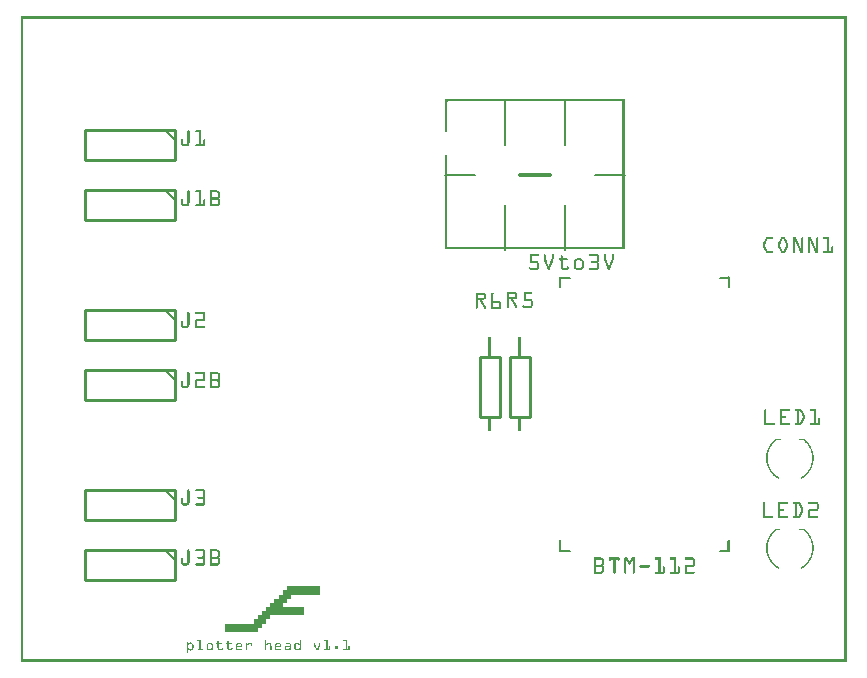
<source format=gto>
G04 MADE WITH FRITZING*
G04 WWW.FRITZING.ORG*
G04 DOUBLE SIDED*
G04 HOLES PLATED*
G04 CONTOUR ON CENTER OF CONTOUR VECTOR*
%ASAXBY*%
%FSLAX23Y23*%
%MOIN*%
%OFA0B0*%
%SFA1.0B1.0*%
%ADD10C,0.010000*%
%ADD11C,0.008000*%
%ADD12C,0.012000*%
%ADD13C,0.007161*%
%ADD14C,0.007066*%
%ADD15C,0.005000*%
%ADD16R,0.001000X0.001000*%
%LNSILK1*%
G90*
G70*
G54D10*
X1698Y1017D02*
X1698Y817D01*
D02*
X1698Y817D02*
X1632Y817D01*
D02*
X1632Y817D02*
X1632Y1017D01*
D02*
X1632Y1017D02*
X1698Y1017D01*
D02*
X1598Y1017D02*
X1598Y817D01*
D02*
X1598Y817D02*
X1532Y817D01*
D02*
X1532Y817D02*
X1532Y1017D01*
D02*
X1532Y1017D02*
X1598Y1017D01*
G54D11*
D02*
X1615Y1376D02*
X1615Y1526D01*
D02*
X1615Y1876D02*
X1615Y1726D01*
D02*
X1815Y1876D02*
X1815Y1726D01*
D02*
X1815Y1376D02*
X1815Y1526D01*
D02*
X1415Y1626D02*
X1515Y1626D01*
G54D12*
D02*
X1665Y1626D02*
X1765Y1626D01*
G54D11*
D02*
X1915Y1626D02*
X2015Y1626D01*
G54D13*
D02*
X2361Y1281D02*
X2329Y1281D01*
G54D14*
D02*
X1798Y1282D02*
X1830Y1282D01*
G54D13*
D02*
X1798Y372D02*
X1830Y372D01*
G54D14*
D02*
X2361Y371D02*
X2329Y371D01*
G54D10*
D02*
X515Y576D02*
X215Y576D01*
D02*
X215Y576D02*
X215Y476D01*
D02*
X215Y476D02*
X515Y476D01*
D02*
X515Y476D02*
X515Y576D01*
G54D15*
D02*
X480Y576D02*
X515Y541D01*
G54D10*
D02*
X515Y1176D02*
X215Y1176D01*
D02*
X215Y1176D02*
X215Y1076D01*
D02*
X215Y1076D02*
X515Y1076D01*
D02*
X515Y1076D02*
X515Y1176D01*
G54D15*
D02*
X480Y1176D02*
X515Y1141D01*
G54D10*
D02*
X515Y1776D02*
X215Y1776D01*
D02*
X215Y1776D02*
X215Y1676D01*
D02*
X215Y1676D02*
X515Y1676D01*
D02*
X515Y1676D02*
X515Y1776D01*
G54D15*
D02*
X480Y1776D02*
X515Y1741D01*
G54D10*
D02*
X515Y376D02*
X215Y376D01*
D02*
X215Y376D02*
X215Y276D01*
D02*
X215Y276D02*
X515Y276D01*
D02*
X515Y276D02*
X515Y376D01*
G54D15*
D02*
X480Y376D02*
X515Y341D01*
G54D10*
D02*
X515Y976D02*
X215Y976D01*
D02*
X215Y976D02*
X215Y876D01*
D02*
X215Y876D02*
X515Y876D01*
D02*
X515Y876D02*
X515Y976D01*
G54D15*
D02*
X480Y976D02*
X515Y941D01*
G54D10*
D02*
X515Y1576D02*
X215Y1576D01*
D02*
X215Y1576D02*
X215Y1476D01*
D02*
X215Y1476D02*
X515Y1476D01*
D02*
X515Y1476D02*
X515Y1576D01*
G54D15*
D02*
X480Y1576D02*
X515Y1541D01*
G36*
X887Y254D02*
X887Y240D01*
X873Y240D01*
X873Y226D01*
X859Y226D01*
X859Y212D01*
X845Y212D01*
X845Y198D01*
X832Y198D01*
X832Y185D01*
X818Y185D01*
X818Y171D01*
X804Y171D01*
X804Y157D01*
X790Y157D01*
X790Y143D01*
X776Y143D01*
X776Y129D01*
X679Y129D01*
X679Y101D01*
X790Y101D01*
X790Y115D01*
X804Y115D01*
X804Y129D01*
X818Y129D01*
X818Y143D01*
X832Y143D01*
X832Y157D01*
X943Y157D01*
X943Y185D01*
X873Y185D01*
X873Y198D01*
X887Y198D01*
X887Y212D01*
X901Y212D01*
X901Y226D01*
X998Y226D01*
X998Y254D01*
X887Y254D01*
G37*
D02*
G54D16*
X0Y2153D02*
X2753Y2153D01*
X0Y2152D02*
X2753Y2152D01*
X0Y2151D02*
X2753Y2151D01*
X0Y2150D02*
X2753Y2150D01*
X0Y2149D02*
X2753Y2149D01*
X0Y2148D02*
X2753Y2148D01*
X0Y2147D02*
X2753Y2147D01*
X0Y2146D02*
X2753Y2146D01*
X0Y2145D02*
X7Y2145D01*
X2746Y2145D02*
X2753Y2145D01*
X0Y2144D02*
X7Y2144D01*
X2746Y2144D02*
X2753Y2144D01*
X0Y2143D02*
X7Y2143D01*
X2746Y2143D02*
X2753Y2143D01*
X0Y2142D02*
X7Y2142D01*
X2746Y2142D02*
X2753Y2142D01*
X0Y2141D02*
X7Y2141D01*
X2746Y2141D02*
X2753Y2141D01*
X0Y2140D02*
X7Y2140D01*
X2746Y2140D02*
X2753Y2140D01*
X0Y2139D02*
X7Y2139D01*
X2746Y2139D02*
X2753Y2139D01*
X0Y2138D02*
X7Y2138D01*
X2746Y2138D02*
X2753Y2138D01*
X0Y2137D02*
X7Y2137D01*
X2746Y2137D02*
X2753Y2137D01*
X0Y2136D02*
X7Y2136D01*
X2746Y2136D02*
X2753Y2136D01*
X0Y2135D02*
X7Y2135D01*
X2746Y2135D02*
X2753Y2135D01*
X0Y2134D02*
X7Y2134D01*
X2746Y2134D02*
X2753Y2134D01*
X0Y2133D02*
X7Y2133D01*
X2746Y2133D02*
X2753Y2133D01*
X0Y2132D02*
X7Y2132D01*
X2746Y2132D02*
X2753Y2132D01*
X0Y2131D02*
X7Y2131D01*
X2746Y2131D02*
X2753Y2131D01*
X0Y2130D02*
X7Y2130D01*
X2746Y2130D02*
X2753Y2130D01*
X0Y2129D02*
X7Y2129D01*
X2746Y2129D02*
X2753Y2129D01*
X0Y2128D02*
X7Y2128D01*
X2746Y2128D02*
X2753Y2128D01*
X0Y2127D02*
X7Y2127D01*
X2746Y2127D02*
X2753Y2127D01*
X0Y2126D02*
X7Y2126D01*
X2746Y2126D02*
X2753Y2126D01*
X0Y2125D02*
X7Y2125D01*
X2746Y2125D02*
X2753Y2125D01*
X0Y2124D02*
X7Y2124D01*
X2746Y2124D02*
X2753Y2124D01*
X0Y2123D02*
X7Y2123D01*
X2746Y2123D02*
X2753Y2123D01*
X0Y2122D02*
X7Y2122D01*
X2746Y2122D02*
X2753Y2122D01*
X0Y2121D02*
X7Y2121D01*
X2746Y2121D02*
X2753Y2121D01*
X0Y2120D02*
X7Y2120D01*
X2746Y2120D02*
X2753Y2120D01*
X0Y2119D02*
X7Y2119D01*
X2746Y2119D02*
X2753Y2119D01*
X0Y2118D02*
X7Y2118D01*
X2746Y2118D02*
X2753Y2118D01*
X0Y2117D02*
X7Y2117D01*
X2746Y2117D02*
X2753Y2117D01*
X0Y2116D02*
X7Y2116D01*
X2746Y2116D02*
X2753Y2116D01*
X0Y2115D02*
X7Y2115D01*
X2746Y2115D02*
X2753Y2115D01*
X0Y2114D02*
X7Y2114D01*
X2746Y2114D02*
X2753Y2114D01*
X0Y2113D02*
X7Y2113D01*
X2746Y2113D02*
X2753Y2113D01*
X0Y2112D02*
X7Y2112D01*
X2746Y2112D02*
X2753Y2112D01*
X0Y2111D02*
X7Y2111D01*
X2746Y2111D02*
X2753Y2111D01*
X0Y2110D02*
X7Y2110D01*
X2746Y2110D02*
X2753Y2110D01*
X0Y2109D02*
X7Y2109D01*
X2746Y2109D02*
X2753Y2109D01*
X0Y2108D02*
X7Y2108D01*
X2746Y2108D02*
X2753Y2108D01*
X0Y2107D02*
X7Y2107D01*
X2746Y2107D02*
X2753Y2107D01*
X0Y2106D02*
X7Y2106D01*
X2746Y2106D02*
X2753Y2106D01*
X0Y2105D02*
X7Y2105D01*
X2746Y2105D02*
X2753Y2105D01*
X0Y2104D02*
X7Y2104D01*
X2746Y2104D02*
X2753Y2104D01*
X0Y2103D02*
X7Y2103D01*
X2746Y2103D02*
X2753Y2103D01*
X0Y2102D02*
X7Y2102D01*
X2746Y2102D02*
X2753Y2102D01*
X0Y2101D02*
X7Y2101D01*
X2746Y2101D02*
X2753Y2101D01*
X0Y2100D02*
X7Y2100D01*
X2746Y2100D02*
X2753Y2100D01*
X0Y2099D02*
X7Y2099D01*
X2746Y2099D02*
X2753Y2099D01*
X0Y2098D02*
X7Y2098D01*
X2746Y2098D02*
X2753Y2098D01*
X0Y2097D02*
X7Y2097D01*
X2746Y2097D02*
X2753Y2097D01*
X0Y2096D02*
X7Y2096D01*
X2746Y2096D02*
X2753Y2096D01*
X0Y2095D02*
X7Y2095D01*
X2746Y2095D02*
X2753Y2095D01*
X0Y2094D02*
X7Y2094D01*
X2746Y2094D02*
X2753Y2094D01*
X0Y2093D02*
X7Y2093D01*
X2746Y2093D02*
X2753Y2093D01*
X0Y2092D02*
X7Y2092D01*
X2746Y2092D02*
X2753Y2092D01*
X0Y2091D02*
X7Y2091D01*
X2746Y2091D02*
X2753Y2091D01*
X0Y2090D02*
X7Y2090D01*
X2746Y2090D02*
X2753Y2090D01*
X0Y2089D02*
X7Y2089D01*
X2746Y2089D02*
X2753Y2089D01*
X0Y2088D02*
X7Y2088D01*
X2746Y2088D02*
X2753Y2088D01*
X0Y2087D02*
X7Y2087D01*
X2746Y2087D02*
X2753Y2087D01*
X0Y2086D02*
X7Y2086D01*
X2746Y2086D02*
X2753Y2086D01*
X0Y2085D02*
X7Y2085D01*
X2746Y2085D02*
X2753Y2085D01*
X0Y2084D02*
X7Y2084D01*
X2746Y2084D02*
X2753Y2084D01*
X0Y2083D02*
X7Y2083D01*
X2746Y2083D02*
X2753Y2083D01*
X0Y2082D02*
X7Y2082D01*
X2746Y2082D02*
X2753Y2082D01*
X0Y2081D02*
X7Y2081D01*
X2746Y2081D02*
X2753Y2081D01*
X0Y2080D02*
X7Y2080D01*
X2746Y2080D02*
X2753Y2080D01*
X0Y2079D02*
X7Y2079D01*
X2746Y2079D02*
X2753Y2079D01*
X0Y2078D02*
X7Y2078D01*
X2746Y2078D02*
X2753Y2078D01*
X0Y2077D02*
X7Y2077D01*
X2746Y2077D02*
X2753Y2077D01*
X0Y2076D02*
X7Y2076D01*
X2746Y2076D02*
X2753Y2076D01*
X0Y2075D02*
X7Y2075D01*
X2746Y2075D02*
X2753Y2075D01*
X0Y2074D02*
X7Y2074D01*
X2746Y2074D02*
X2753Y2074D01*
X0Y2073D02*
X7Y2073D01*
X2746Y2073D02*
X2753Y2073D01*
X0Y2072D02*
X7Y2072D01*
X2746Y2072D02*
X2753Y2072D01*
X0Y2071D02*
X7Y2071D01*
X2746Y2071D02*
X2753Y2071D01*
X0Y2070D02*
X7Y2070D01*
X2746Y2070D02*
X2753Y2070D01*
X0Y2069D02*
X7Y2069D01*
X2746Y2069D02*
X2753Y2069D01*
X0Y2068D02*
X7Y2068D01*
X2746Y2068D02*
X2753Y2068D01*
X0Y2067D02*
X7Y2067D01*
X2746Y2067D02*
X2753Y2067D01*
X0Y2066D02*
X7Y2066D01*
X2746Y2066D02*
X2753Y2066D01*
X0Y2065D02*
X7Y2065D01*
X2746Y2065D02*
X2753Y2065D01*
X0Y2064D02*
X7Y2064D01*
X2746Y2064D02*
X2753Y2064D01*
X0Y2063D02*
X7Y2063D01*
X2746Y2063D02*
X2753Y2063D01*
X0Y2062D02*
X7Y2062D01*
X2746Y2062D02*
X2753Y2062D01*
X0Y2061D02*
X7Y2061D01*
X2746Y2061D02*
X2753Y2061D01*
X0Y2060D02*
X7Y2060D01*
X2746Y2060D02*
X2753Y2060D01*
X0Y2059D02*
X7Y2059D01*
X2746Y2059D02*
X2753Y2059D01*
X0Y2058D02*
X7Y2058D01*
X2746Y2058D02*
X2753Y2058D01*
X0Y2057D02*
X7Y2057D01*
X2746Y2057D02*
X2753Y2057D01*
X0Y2056D02*
X7Y2056D01*
X2746Y2056D02*
X2753Y2056D01*
X0Y2055D02*
X7Y2055D01*
X2746Y2055D02*
X2753Y2055D01*
X0Y2054D02*
X7Y2054D01*
X2746Y2054D02*
X2753Y2054D01*
X0Y2053D02*
X7Y2053D01*
X2746Y2053D02*
X2753Y2053D01*
X0Y2052D02*
X7Y2052D01*
X2746Y2052D02*
X2753Y2052D01*
X0Y2051D02*
X7Y2051D01*
X2746Y2051D02*
X2753Y2051D01*
X0Y2050D02*
X7Y2050D01*
X2746Y2050D02*
X2753Y2050D01*
X0Y2049D02*
X7Y2049D01*
X2746Y2049D02*
X2753Y2049D01*
X0Y2048D02*
X7Y2048D01*
X2746Y2048D02*
X2753Y2048D01*
X0Y2047D02*
X7Y2047D01*
X2746Y2047D02*
X2753Y2047D01*
X0Y2046D02*
X7Y2046D01*
X2746Y2046D02*
X2753Y2046D01*
X0Y2045D02*
X7Y2045D01*
X2746Y2045D02*
X2753Y2045D01*
X0Y2044D02*
X7Y2044D01*
X2746Y2044D02*
X2753Y2044D01*
X0Y2043D02*
X7Y2043D01*
X2746Y2043D02*
X2753Y2043D01*
X0Y2042D02*
X7Y2042D01*
X2746Y2042D02*
X2753Y2042D01*
X0Y2041D02*
X7Y2041D01*
X2746Y2041D02*
X2753Y2041D01*
X0Y2040D02*
X7Y2040D01*
X2746Y2040D02*
X2753Y2040D01*
X0Y2039D02*
X7Y2039D01*
X2746Y2039D02*
X2753Y2039D01*
X0Y2038D02*
X7Y2038D01*
X2746Y2038D02*
X2753Y2038D01*
X0Y2037D02*
X7Y2037D01*
X2746Y2037D02*
X2753Y2037D01*
X0Y2036D02*
X7Y2036D01*
X2746Y2036D02*
X2753Y2036D01*
X0Y2035D02*
X7Y2035D01*
X2746Y2035D02*
X2753Y2035D01*
X0Y2034D02*
X7Y2034D01*
X2746Y2034D02*
X2753Y2034D01*
X0Y2033D02*
X7Y2033D01*
X2746Y2033D02*
X2753Y2033D01*
X0Y2032D02*
X7Y2032D01*
X2746Y2032D02*
X2753Y2032D01*
X0Y2031D02*
X7Y2031D01*
X2746Y2031D02*
X2753Y2031D01*
X0Y2030D02*
X7Y2030D01*
X2746Y2030D02*
X2753Y2030D01*
X0Y2029D02*
X7Y2029D01*
X2746Y2029D02*
X2753Y2029D01*
X0Y2028D02*
X7Y2028D01*
X2746Y2028D02*
X2753Y2028D01*
X0Y2027D02*
X7Y2027D01*
X2746Y2027D02*
X2753Y2027D01*
X0Y2026D02*
X7Y2026D01*
X2746Y2026D02*
X2753Y2026D01*
X0Y2025D02*
X7Y2025D01*
X2746Y2025D02*
X2753Y2025D01*
X0Y2024D02*
X7Y2024D01*
X2746Y2024D02*
X2753Y2024D01*
X0Y2023D02*
X7Y2023D01*
X2746Y2023D02*
X2753Y2023D01*
X0Y2022D02*
X7Y2022D01*
X2746Y2022D02*
X2753Y2022D01*
X0Y2021D02*
X7Y2021D01*
X2746Y2021D02*
X2753Y2021D01*
X0Y2020D02*
X7Y2020D01*
X2746Y2020D02*
X2753Y2020D01*
X0Y2019D02*
X7Y2019D01*
X2746Y2019D02*
X2753Y2019D01*
X0Y2018D02*
X7Y2018D01*
X2746Y2018D02*
X2753Y2018D01*
X0Y2017D02*
X7Y2017D01*
X2746Y2017D02*
X2753Y2017D01*
X0Y2016D02*
X7Y2016D01*
X2746Y2016D02*
X2753Y2016D01*
X0Y2015D02*
X7Y2015D01*
X2746Y2015D02*
X2753Y2015D01*
X0Y2014D02*
X7Y2014D01*
X2746Y2014D02*
X2753Y2014D01*
X0Y2013D02*
X7Y2013D01*
X2746Y2013D02*
X2753Y2013D01*
X0Y2012D02*
X7Y2012D01*
X2746Y2012D02*
X2753Y2012D01*
X0Y2011D02*
X7Y2011D01*
X2746Y2011D02*
X2753Y2011D01*
X0Y2010D02*
X7Y2010D01*
X2746Y2010D02*
X2753Y2010D01*
X0Y2009D02*
X7Y2009D01*
X2746Y2009D02*
X2753Y2009D01*
X0Y2008D02*
X7Y2008D01*
X2746Y2008D02*
X2753Y2008D01*
X0Y2007D02*
X7Y2007D01*
X2746Y2007D02*
X2753Y2007D01*
X0Y2006D02*
X7Y2006D01*
X2746Y2006D02*
X2753Y2006D01*
X0Y2005D02*
X7Y2005D01*
X2746Y2005D02*
X2753Y2005D01*
X0Y2004D02*
X7Y2004D01*
X2746Y2004D02*
X2753Y2004D01*
X0Y2003D02*
X7Y2003D01*
X2746Y2003D02*
X2753Y2003D01*
X0Y2002D02*
X7Y2002D01*
X2746Y2002D02*
X2753Y2002D01*
X0Y2001D02*
X7Y2001D01*
X2746Y2001D02*
X2753Y2001D01*
X0Y2000D02*
X7Y2000D01*
X2746Y2000D02*
X2753Y2000D01*
X0Y1999D02*
X7Y1999D01*
X2746Y1999D02*
X2753Y1999D01*
X0Y1998D02*
X7Y1998D01*
X2746Y1998D02*
X2753Y1998D01*
X0Y1997D02*
X7Y1997D01*
X2746Y1997D02*
X2753Y1997D01*
X0Y1996D02*
X7Y1996D01*
X2746Y1996D02*
X2753Y1996D01*
X0Y1995D02*
X7Y1995D01*
X2746Y1995D02*
X2753Y1995D01*
X0Y1994D02*
X7Y1994D01*
X2746Y1994D02*
X2753Y1994D01*
X0Y1993D02*
X7Y1993D01*
X2746Y1993D02*
X2753Y1993D01*
X0Y1992D02*
X7Y1992D01*
X2746Y1992D02*
X2753Y1992D01*
X0Y1991D02*
X7Y1991D01*
X2746Y1991D02*
X2753Y1991D01*
X0Y1990D02*
X7Y1990D01*
X2746Y1990D02*
X2753Y1990D01*
X0Y1989D02*
X7Y1989D01*
X2746Y1989D02*
X2753Y1989D01*
X0Y1988D02*
X7Y1988D01*
X2746Y1988D02*
X2753Y1988D01*
X0Y1987D02*
X7Y1987D01*
X2746Y1987D02*
X2753Y1987D01*
X0Y1986D02*
X7Y1986D01*
X2746Y1986D02*
X2753Y1986D01*
X0Y1985D02*
X7Y1985D01*
X2746Y1985D02*
X2753Y1985D01*
X0Y1984D02*
X7Y1984D01*
X2746Y1984D02*
X2753Y1984D01*
X0Y1983D02*
X7Y1983D01*
X2746Y1983D02*
X2753Y1983D01*
X0Y1982D02*
X7Y1982D01*
X2746Y1982D02*
X2753Y1982D01*
X0Y1981D02*
X7Y1981D01*
X2746Y1981D02*
X2753Y1981D01*
X0Y1980D02*
X7Y1980D01*
X2746Y1980D02*
X2753Y1980D01*
X0Y1979D02*
X7Y1979D01*
X2746Y1979D02*
X2753Y1979D01*
X0Y1978D02*
X7Y1978D01*
X2746Y1978D02*
X2753Y1978D01*
X0Y1977D02*
X7Y1977D01*
X2746Y1977D02*
X2753Y1977D01*
X0Y1976D02*
X7Y1976D01*
X2746Y1976D02*
X2753Y1976D01*
X0Y1975D02*
X7Y1975D01*
X2746Y1975D02*
X2753Y1975D01*
X0Y1974D02*
X7Y1974D01*
X2746Y1974D02*
X2753Y1974D01*
X0Y1973D02*
X7Y1973D01*
X2746Y1973D02*
X2753Y1973D01*
X0Y1972D02*
X7Y1972D01*
X2746Y1972D02*
X2753Y1972D01*
X0Y1971D02*
X7Y1971D01*
X2746Y1971D02*
X2753Y1971D01*
X0Y1970D02*
X7Y1970D01*
X2746Y1970D02*
X2753Y1970D01*
X0Y1969D02*
X7Y1969D01*
X2746Y1969D02*
X2753Y1969D01*
X0Y1968D02*
X7Y1968D01*
X2746Y1968D02*
X2753Y1968D01*
X0Y1967D02*
X7Y1967D01*
X2746Y1967D02*
X2753Y1967D01*
X0Y1966D02*
X7Y1966D01*
X2746Y1966D02*
X2753Y1966D01*
X0Y1965D02*
X7Y1965D01*
X2746Y1965D02*
X2753Y1965D01*
X0Y1964D02*
X7Y1964D01*
X2746Y1964D02*
X2753Y1964D01*
X0Y1963D02*
X7Y1963D01*
X2746Y1963D02*
X2753Y1963D01*
X0Y1962D02*
X7Y1962D01*
X2746Y1962D02*
X2753Y1962D01*
X0Y1961D02*
X7Y1961D01*
X2746Y1961D02*
X2753Y1961D01*
X0Y1960D02*
X7Y1960D01*
X2746Y1960D02*
X2753Y1960D01*
X0Y1959D02*
X7Y1959D01*
X2746Y1959D02*
X2753Y1959D01*
X0Y1958D02*
X7Y1958D01*
X2746Y1958D02*
X2753Y1958D01*
X0Y1957D02*
X7Y1957D01*
X2746Y1957D02*
X2753Y1957D01*
X0Y1956D02*
X7Y1956D01*
X2746Y1956D02*
X2753Y1956D01*
X0Y1955D02*
X7Y1955D01*
X2746Y1955D02*
X2753Y1955D01*
X0Y1954D02*
X7Y1954D01*
X2746Y1954D02*
X2753Y1954D01*
X0Y1953D02*
X7Y1953D01*
X2746Y1953D02*
X2753Y1953D01*
X0Y1952D02*
X7Y1952D01*
X2746Y1952D02*
X2753Y1952D01*
X0Y1951D02*
X7Y1951D01*
X2746Y1951D02*
X2753Y1951D01*
X0Y1950D02*
X7Y1950D01*
X2746Y1950D02*
X2753Y1950D01*
X0Y1949D02*
X7Y1949D01*
X2746Y1949D02*
X2753Y1949D01*
X0Y1948D02*
X7Y1948D01*
X2746Y1948D02*
X2753Y1948D01*
X0Y1947D02*
X7Y1947D01*
X2746Y1947D02*
X2753Y1947D01*
X0Y1946D02*
X7Y1946D01*
X2746Y1946D02*
X2753Y1946D01*
X0Y1945D02*
X7Y1945D01*
X2746Y1945D02*
X2753Y1945D01*
X0Y1944D02*
X7Y1944D01*
X2746Y1944D02*
X2753Y1944D01*
X0Y1943D02*
X7Y1943D01*
X2746Y1943D02*
X2753Y1943D01*
X0Y1942D02*
X7Y1942D01*
X2746Y1942D02*
X2753Y1942D01*
X0Y1941D02*
X7Y1941D01*
X2746Y1941D02*
X2753Y1941D01*
X0Y1940D02*
X7Y1940D01*
X2746Y1940D02*
X2753Y1940D01*
X0Y1939D02*
X7Y1939D01*
X2746Y1939D02*
X2753Y1939D01*
X0Y1938D02*
X7Y1938D01*
X2746Y1938D02*
X2753Y1938D01*
X0Y1937D02*
X7Y1937D01*
X2746Y1937D02*
X2753Y1937D01*
X0Y1936D02*
X7Y1936D01*
X2746Y1936D02*
X2753Y1936D01*
X0Y1935D02*
X7Y1935D01*
X2746Y1935D02*
X2753Y1935D01*
X0Y1934D02*
X7Y1934D01*
X2746Y1934D02*
X2753Y1934D01*
X0Y1933D02*
X7Y1933D01*
X2746Y1933D02*
X2753Y1933D01*
X0Y1932D02*
X7Y1932D01*
X2746Y1932D02*
X2753Y1932D01*
X0Y1931D02*
X7Y1931D01*
X2746Y1931D02*
X2753Y1931D01*
X0Y1930D02*
X7Y1930D01*
X2746Y1930D02*
X2753Y1930D01*
X0Y1929D02*
X7Y1929D01*
X2746Y1929D02*
X2753Y1929D01*
X0Y1928D02*
X7Y1928D01*
X2746Y1928D02*
X2753Y1928D01*
X0Y1927D02*
X7Y1927D01*
X2746Y1927D02*
X2753Y1927D01*
X0Y1926D02*
X7Y1926D01*
X2746Y1926D02*
X2753Y1926D01*
X0Y1925D02*
X7Y1925D01*
X2746Y1925D02*
X2753Y1925D01*
X0Y1924D02*
X7Y1924D01*
X2746Y1924D02*
X2753Y1924D01*
X0Y1923D02*
X7Y1923D01*
X2746Y1923D02*
X2753Y1923D01*
X0Y1922D02*
X7Y1922D01*
X2746Y1922D02*
X2753Y1922D01*
X0Y1921D02*
X7Y1921D01*
X2746Y1921D02*
X2753Y1921D01*
X0Y1920D02*
X7Y1920D01*
X2746Y1920D02*
X2753Y1920D01*
X0Y1919D02*
X7Y1919D01*
X2746Y1919D02*
X2753Y1919D01*
X0Y1918D02*
X7Y1918D01*
X2746Y1918D02*
X2753Y1918D01*
X0Y1917D02*
X7Y1917D01*
X2746Y1917D02*
X2753Y1917D01*
X0Y1916D02*
X7Y1916D01*
X2746Y1916D02*
X2753Y1916D01*
X0Y1915D02*
X7Y1915D01*
X2746Y1915D02*
X2753Y1915D01*
X0Y1914D02*
X7Y1914D01*
X2746Y1914D02*
X2753Y1914D01*
X0Y1913D02*
X7Y1913D01*
X2746Y1913D02*
X2753Y1913D01*
X0Y1912D02*
X7Y1912D01*
X2746Y1912D02*
X2753Y1912D01*
X0Y1911D02*
X7Y1911D01*
X2746Y1911D02*
X2753Y1911D01*
X0Y1910D02*
X7Y1910D01*
X2746Y1910D02*
X2753Y1910D01*
X0Y1909D02*
X7Y1909D01*
X2746Y1909D02*
X2753Y1909D01*
X0Y1908D02*
X7Y1908D01*
X2746Y1908D02*
X2753Y1908D01*
X0Y1907D02*
X7Y1907D01*
X2746Y1907D02*
X2753Y1907D01*
X0Y1906D02*
X7Y1906D01*
X2746Y1906D02*
X2753Y1906D01*
X0Y1905D02*
X7Y1905D01*
X2746Y1905D02*
X2753Y1905D01*
X0Y1904D02*
X7Y1904D01*
X2746Y1904D02*
X2753Y1904D01*
X0Y1903D02*
X7Y1903D01*
X2746Y1903D02*
X2753Y1903D01*
X0Y1902D02*
X7Y1902D01*
X2746Y1902D02*
X2753Y1902D01*
X0Y1901D02*
X7Y1901D01*
X2746Y1901D02*
X2753Y1901D01*
X0Y1900D02*
X7Y1900D01*
X2746Y1900D02*
X2753Y1900D01*
X0Y1899D02*
X7Y1899D01*
X2746Y1899D02*
X2753Y1899D01*
X0Y1898D02*
X7Y1898D01*
X2746Y1898D02*
X2753Y1898D01*
X0Y1897D02*
X7Y1897D01*
X2746Y1897D02*
X2753Y1897D01*
X0Y1896D02*
X7Y1896D01*
X2746Y1896D02*
X2753Y1896D01*
X0Y1895D02*
X7Y1895D01*
X2746Y1895D02*
X2753Y1895D01*
X0Y1894D02*
X7Y1894D01*
X2746Y1894D02*
X2753Y1894D01*
X0Y1893D02*
X7Y1893D01*
X2746Y1893D02*
X2753Y1893D01*
X0Y1892D02*
X7Y1892D01*
X2746Y1892D02*
X2753Y1892D01*
X0Y1891D02*
X7Y1891D01*
X2746Y1891D02*
X2753Y1891D01*
X0Y1890D02*
X7Y1890D01*
X2746Y1890D02*
X2753Y1890D01*
X0Y1889D02*
X7Y1889D01*
X2746Y1889D02*
X2753Y1889D01*
X0Y1888D02*
X7Y1888D01*
X2746Y1888D02*
X2753Y1888D01*
X0Y1887D02*
X7Y1887D01*
X2746Y1887D02*
X2753Y1887D01*
X0Y1886D02*
X7Y1886D01*
X2746Y1886D02*
X2753Y1886D01*
X0Y1885D02*
X7Y1885D01*
X2746Y1885D02*
X2753Y1885D01*
X0Y1884D02*
X7Y1884D01*
X2746Y1884D02*
X2753Y1884D01*
X0Y1883D02*
X7Y1883D01*
X2746Y1883D02*
X2753Y1883D01*
X0Y1882D02*
X7Y1882D01*
X2746Y1882D02*
X2753Y1882D01*
X0Y1881D02*
X7Y1881D01*
X2746Y1881D02*
X2753Y1881D01*
X0Y1880D02*
X7Y1880D01*
X2746Y1880D02*
X2753Y1880D01*
X0Y1879D02*
X7Y1879D01*
X2746Y1879D02*
X2753Y1879D01*
X0Y1878D02*
X7Y1878D01*
X2746Y1878D02*
X2753Y1878D01*
X0Y1877D02*
X7Y1877D01*
X1415Y1877D02*
X2013Y1877D01*
X2746Y1877D02*
X2753Y1877D01*
X0Y1876D02*
X7Y1876D01*
X1414Y1876D02*
X2013Y1876D01*
X2746Y1876D02*
X2753Y1876D01*
X0Y1875D02*
X7Y1875D01*
X1414Y1875D02*
X2013Y1875D01*
X2746Y1875D02*
X2753Y1875D01*
X0Y1874D02*
X7Y1874D01*
X1414Y1874D02*
X2013Y1874D01*
X2746Y1874D02*
X2753Y1874D01*
X0Y1873D02*
X7Y1873D01*
X1414Y1873D02*
X2013Y1873D01*
X2746Y1873D02*
X2753Y1873D01*
X0Y1872D02*
X7Y1872D01*
X1414Y1872D02*
X2013Y1872D01*
X2746Y1872D02*
X2753Y1872D01*
X0Y1871D02*
X7Y1871D01*
X1414Y1871D02*
X2013Y1871D01*
X2746Y1871D02*
X2753Y1871D01*
X0Y1870D02*
X7Y1870D01*
X1414Y1870D02*
X2013Y1870D01*
X2746Y1870D02*
X2753Y1870D01*
X0Y1869D02*
X7Y1869D01*
X1414Y1869D02*
X1422Y1869D01*
X2006Y1869D02*
X2013Y1869D01*
X2746Y1869D02*
X2753Y1869D01*
X0Y1868D02*
X7Y1868D01*
X1414Y1868D02*
X1421Y1868D01*
X2006Y1868D02*
X2013Y1868D01*
X2746Y1868D02*
X2753Y1868D01*
X0Y1867D02*
X7Y1867D01*
X1414Y1867D02*
X1421Y1867D01*
X2006Y1867D02*
X2013Y1867D01*
X2746Y1867D02*
X2753Y1867D01*
X0Y1866D02*
X7Y1866D01*
X1414Y1866D02*
X1421Y1866D01*
X2006Y1866D02*
X2013Y1866D01*
X2746Y1866D02*
X2753Y1866D01*
X0Y1865D02*
X7Y1865D01*
X1414Y1865D02*
X1421Y1865D01*
X2006Y1865D02*
X2013Y1865D01*
X2746Y1865D02*
X2753Y1865D01*
X0Y1864D02*
X7Y1864D01*
X1414Y1864D02*
X1421Y1864D01*
X2006Y1864D02*
X2013Y1864D01*
X2746Y1864D02*
X2753Y1864D01*
X0Y1863D02*
X7Y1863D01*
X1414Y1863D02*
X1421Y1863D01*
X2006Y1863D02*
X2013Y1863D01*
X2746Y1863D02*
X2753Y1863D01*
X0Y1862D02*
X7Y1862D01*
X1414Y1862D02*
X1421Y1862D01*
X2006Y1862D02*
X2013Y1862D01*
X2746Y1862D02*
X2753Y1862D01*
X0Y1861D02*
X7Y1861D01*
X1414Y1861D02*
X1421Y1861D01*
X2006Y1861D02*
X2013Y1861D01*
X2746Y1861D02*
X2753Y1861D01*
X0Y1860D02*
X7Y1860D01*
X1414Y1860D02*
X1421Y1860D01*
X2006Y1860D02*
X2013Y1860D01*
X2746Y1860D02*
X2753Y1860D01*
X0Y1859D02*
X7Y1859D01*
X1414Y1859D02*
X1421Y1859D01*
X2006Y1859D02*
X2013Y1859D01*
X2746Y1859D02*
X2753Y1859D01*
X0Y1858D02*
X7Y1858D01*
X1414Y1858D02*
X1421Y1858D01*
X2006Y1858D02*
X2013Y1858D01*
X2746Y1858D02*
X2753Y1858D01*
X0Y1857D02*
X7Y1857D01*
X1414Y1857D02*
X1421Y1857D01*
X2006Y1857D02*
X2013Y1857D01*
X2746Y1857D02*
X2753Y1857D01*
X0Y1856D02*
X7Y1856D01*
X1414Y1856D02*
X1421Y1856D01*
X2006Y1856D02*
X2013Y1856D01*
X2746Y1856D02*
X2753Y1856D01*
X0Y1855D02*
X7Y1855D01*
X1414Y1855D02*
X1421Y1855D01*
X2006Y1855D02*
X2013Y1855D01*
X2746Y1855D02*
X2753Y1855D01*
X0Y1854D02*
X7Y1854D01*
X1414Y1854D02*
X1421Y1854D01*
X2006Y1854D02*
X2013Y1854D01*
X2746Y1854D02*
X2753Y1854D01*
X0Y1853D02*
X7Y1853D01*
X1414Y1853D02*
X1421Y1853D01*
X2006Y1853D02*
X2013Y1853D01*
X2746Y1853D02*
X2753Y1853D01*
X0Y1852D02*
X7Y1852D01*
X1414Y1852D02*
X1421Y1852D01*
X2006Y1852D02*
X2013Y1852D01*
X2746Y1852D02*
X2753Y1852D01*
X0Y1851D02*
X7Y1851D01*
X1414Y1851D02*
X1421Y1851D01*
X2006Y1851D02*
X2013Y1851D01*
X2746Y1851D02*
X2753Y1851D01*
X0Y1850D02*
X7Y1850D01*
X1414Y1850D02*
X1421Y1850D01*
X2006Y1850D02*
X2013Y1850D01*
X2746Y1850D02*
X2753Y1850D01*
X0Y1849D02*
X7Y1849D01*
X1414Y1849D02*
X1421Y1849D01*
X2006Y1849D02*
X2013Y1849D01*
X2746Y1849D02*
X2753Y1849D01*
X0Y1848D02*
X7Y1848D01*
X1414Y1848D02*
X1421Y1848D01*
X2006Y1848D02*
X2013Y1848D01*
X2746Y1848D02*
X2753Y1848D01*
X0Y1847D02*
X7Y1847D01*
X1414Y1847D02*
X1421Y1847D01*
X2006Y1847D02*
X2013Y1847D01*
X2746Y1847D02*
X2753Y1847D01*
X0Y1846D02*
X7Y1846D01*
X1414Y1846D02*
X1421Y1846D01*
X2006Y1846D02*
X2013Y1846D01*
X2746Y1846D02*
X2753Y1846D01*
X0Y1845D02*
X7Y1845D01*
X1414Y1845D02*
X1421Y1845D01*
X2006Y1845D02*
X2013Y1845D01*
X2746Y1845D02*
X2753Y1845D01*
X0Y1844D02*
X7Y1844D01*
X1414Y1844D02*
X1421Y1844D01*
X2006Y1844D02*
X2013Y1844D01*
X2746Y1844D02*
X2753Y1844D01*
X0Y1843D02*
X7Y1843D01*
X1414Y1843D02*
X1421Y1843D01*
X2006Y1843D02*
X2013Y1843D01*
X2746Y1843D02*
X2753Y1843D01*
X0Y1842D02*
X7Y1842D01*
X1414Y1842D02*
X1421Y1842D01*
X2006Y1842D02*
X2013Y1842D01*
X2746Y1842D02*
X2753Y1842D01*
X0Y1841D02*
X7Y1841D01*
X1414Y1841D02*
X1421Y1841D01*
X2006Y1841D02*
X2013Y1841D01*
X2746Y1841D02*
X2753Y1841D01*
X0Y1840D02*
X7Y1840D01*
X1414Y1840D02*
X1421Y1840D01*
X2006Y1840D02*
X2013Y1840D01*
X2746Y1840D02*
X2753Y1840D01*
X0Y1839D02*
X7Y1839D01*
X1414Y1839D02*
X1421Y1839D01*
X2006Y1839D02*
X2013Y1839D01*
X2746Y1839D02*
X2753Y1839D01*
X0Y1838D02*
X7Y1838D01*
X1414Y1838D02*
X1421Y1838D01*
X2006Y1838D02*
X2013Y1838D01*
X2746Y1838D02*
X2753Y1838D01*
X0Y1837D02*
X7Y1837D01*
X1414Y1837D02*
X1421Y1837D01*
X2006Y1837D02*
X2013Y1837D01*
X2746Y1837D02*
X2753Y1837D01*
X0Y1836D02*
X7Y1836D01*
X1414Y1836D02*
X1421Y1836D01*
X2006Y1836D02*
X2013Y1836D01*
X2746Y1836D02*
X2753Y1836D01*
X0Y1835D02*
X7Y1835D01*
X1414Y1835D02*
X1421Y1835D01*
X2006Y1835D02*
X2013Y1835D01*
X2746Y1835D02*
X2753Y1835D01*
X0Y1834D02*
X7Y1834D01*
X1414Y1834D02*
X1421Y1834D01*
X2006Y1834D02*
X2013Y1834D01*
X2746Y1834D02*
X2753Y1834D01*
X0Y1833D02*
X7Y1833D01*
X1414Y1833D02*
X1421Y1833D01*
X2006Y1833D02*
X2013Y1833D01*
X2746Y1833D02*
X2753Y1833D01*
X0Y1832D02*
X7Y1832D01*
X1414Y1832D02*
X1421Y1832D01*
X2006Y1832D02*
X2013Y1832D01*
X2746Y1832D02*
X2753Y1832D01*
X0Y1831D02*
X7Y1831D01*
X1414Y1831D02*
X1421Y1831D01*
X2006Y1831D02*
X2013Y1831D01*
X2746Y1831D02*
X2753Y1831D01*
X0Y1830D02*
X7Y1830D01*
X1414Y1830D02*
X1421Y1830D01*
X2006Y1830D02*
X2013Y1830D01*
X2746Y1830D02*
X2753Y1830D01*
X0Y1829D02*
X7Y1829D01*
X1414Y1829D02*
X1421Y1829D01*
X2006Y1829D02*
X2013Y1829D01*
X2746Y1829D02*
X2753Y1829D01*
X0Y1828D02*
X7Y1828D01*
X1414Y1828D02*
X1421Y1828D01*
X2006Y1828D02*
X2013Y1828D01*
X2746Y1828D02*
X2753Y1828D01*
X0Y1827D02*
X7Y1827D01*
X1414Y1827D02*
X1421Y1827D01*
X2006Y1827D02*
X2013Y1827D01*
X2746Y1827D02*
X2753Y1827D01*
X0Y1826D02*
X7Y1826D01*
X1414Y1826D02*
X1421Y1826D01*
X2006Y1826D02*
X2013Y1826D01*
X2746Y1826D02*
X2753Y1826D01*
X0Y1825D02*
X7Y1825D01*
X1414Y1825D02*
X1421Y1825D01*
X2006Y1825D02*
X2013Y1825D01*
X2746Y1825D02*
X2753Y1825D01*
X0Y1824D02*
X7Y1824D01*
X1414Y1824D02*
X1421Y1824D01*
X2006Y1824D02*
X2013Y1824D01*
X2746Y1824D02*
X2753Y1824D01*
X0Y1823D02*
X7Y1823D01*
X1414Y1823D02*
X1421Y1823D01*
X2006Y1823D02*
X2013Y1823D01*
X2746Y1823D02*
X2753Y1823D01*
X0Y1822D02*
X7Y1822D01*
X1414Y1822D02*
X1421Y1822D01*
X2006Y1822D02*
X2013Y1822D01*
X2746Y1822D02*
X2753Y1822D01*
X0Y1821D02*
X7Y1821D01*
X1414Y1821D02*
X1421Y1821D01*
X2006Y1821D02*
X2013Y1821D01*
X2746Y1821D02*
X2753Y1821D01*
X0Y1820D02*
X7Y1820D01*
X1414Y1820D02*
X1421Y1820D01*
X2006Y1820D02*
X2013Y1820D01*
X2746Y1820D02*
X2753Y1820D01*
X0Y1819D02*
X7Y1819D01*
X1414Y1819D02*
X1421Y1819D01*
X2006Y1819D02*
X2013Y1819D01*
X2746Y1819D02*
X2753Y1819D01*
X0Y1818D02*
X7Y1818D01*
X1414Y1818D02*
X1421Y1818D01*
X2006Y1818D02*
X2013Y1818D01*
X2746Y1818D02*
X2753Y1818D01*
X0Y1817D02*
X7Y1817D01*
X1414Y1817D02*
X1421Y1817D01*
X2006Y1817D02*
X2013Y1817D01*
X2746Y1817D02*
X2753Y1817D01*
X0Y1816D02*
X7Y1816D01*
X1414Y1816D02*
X1421Y1816D01*
X2006Y1816D02*
X2013Y1816D01*
X2746Y1816D02*
X2753Y1816D01*
X0Y1815D02*
X7Y1815D01*
X1414Y1815D02*
X1421Y1815D01*
X2006Y1815D02*
X2013Y1815D01*
X2746Y1815D02*
X2753Y1815D01*
X0Y1814D02*
X7Y1814D01*
X1414Y1814D02*
X1421Y1814D01*
X2006Y1814D02*
X2013Y1814D01*
X2746Y1814D02*
X2753Y1814D01*
X0Y1813D02*
X7Y1813D01*
X1414Y1813D02*
X1421Y1813D01*
X2006Y1813D02*
X2013Y1813D01*
X2746Y1813D02*
X2753Y1813D01*
X0Y1812D02*
X7Y1812D01*
X1414Y1812D02*
X1421Y1812D01*
X2006Y1812D02*
X2013Y1812D01*
X2746Y1812D02*
X2753Y1812D01*
X0Y1811D02*
X7Y1811D01*
X1414Y1811D02*
X1421Y1811D01*
X2006Y1811D02*
X2013Y1811D01*
X2746Y1811D02*
X2753Y1811D01*
X0Y1810D02*
X7Y1810D01*
X1414Y1810D02*
X1421Y1810D01*
X2006Y1810D02*
X2013Y1810D01*
X2746Y1810D02*
X2753Y1810D01*
X0Y1809D02*
X7Y1809D01*
X1414Y1809D02*
X1421Y1809D01*
X2006Y1809D02*
X2013Y1809D01*
X2746Y1809D02*
X2753Y1809D01*
X0Y1808D02*
X7Y1808D01*
X1414Y1808D02*
X1421Y1808D01*
X2006Y1808D02*
X2013Y1808D01*
X2746Y1808D02*
X2753Y1808D01*
X0Y1807D02*
X7Y1807D01*
X1414Y1807D02*
X1421Y1807D01*
X2006Y1807D02*
X2013Y1807D01*
X2746Y1807D02*
X2753Y1807D01*
X0Y1806D02*
X7Y1806D01*
X1414Y1806D02*
X1421Y1806D01*
X2006Y1806D02*
X2013Y1806D01*
X2746Y1806D02*
X2753Y1806D01*
X0Y1805D02*
X7Y1805D01*
X1414Y1805D02*
X1421Y1805D01*
X2006Y1805D02*
X2013Y1805D01*
X2746Y1805D02*
X2753Y1805D01*
X0Y1804D02*
X7Y1804D01*
X1414Y1804D02*
X1421Y1804D01*
X2006Y1804D02*
X2013Y1804D01*
X2746Y1804D02*
X2753Y1804D01*
X0Y1803D02*
X7Y1803D01*
X1414Y1803D02*
X1421Y1803D01*
X2006Y1803D02*
X2013Y1803D01*
X2746Y1803D02*
X2753Y1803D01*
X0Y1802D02*
X7Y1802D01*
X1414Y1802D02*
X1421Y1802D01*
X2006Y1802D02*
X2013Y1802D01*
X2746Y1802D02*
X2753Y1802D01*
X0Y1801D02*
X7Y1801D01*
X1414Y1801D02*
X1421Y1801D01*
X2006Y1801D02*
X2013Y1801D01*
X2746Y1801D02*
X2753Y1801D01*
X0Y1800D02*
X7Y1800D01*
X1414Y1800D02*
X1421Y1800D01*
X2006Y1800D02*
X2013Y1800D01*
X2746Y1800D02*
X2753Y1800D01*
X0Y1799D02*
X7Y1799D01*
X1414Y1799D02*
X1421Y1799D01*
X2006Y1799D02*
X2013Y1799D01*
X2746Y1799D02*
X2753Y1799D01*
X0Y1798D02*
X7Y1798D01*
X1414Y1798D02*
X1421Y1798D01*
X2006Y1798D02*
X2013Y1798D01*
X2746Y1798D02*
X2753Y1798D01*
X0Y1797D02*
X7Y1797D01*
X1414Y1797D02*
X1421Y1797D01*
X2006Y1797D02*
X2013Y1797D01*
X2746Y1797D02*
X2753Y1797D01*
X0Y1796D02*
X7Y1796D01*
X1414Y1796D02*
X1421Y1796D01*
X2006Y1796D02*
X2013Y1796D01*
X2746Y1796D02*
X2753Y1796D01*
X0Y1795D02*
X7Y1795D01*
X1414Y1795D02*
X1421Y1795D01*
X2006Y1795D02*
X2013Y1795D01*
X2746Y1795D02*
X2753Y1795D01*
X0Y1794D02*
X7Y1794D01*
X1414Y1794D02*
X1421Y1794D01*
X2006Y1794D02*
X2013Y1794D01*
X2746Y1794D02*
X2753Y1794D01*
X0Y1793D02*
X7Y1793D01*
X1414Y1793D02*
X1421Y1793D01*
X2006Y1793D02*
X2013Y1793D01*
X2746Y1793D02*
X2753Y1793D01*
X0Y1792D02*
X7Y1792D01*
X1414Y1792D02*
X1421Y1792D01*
X2006Y1792D02*
X2013Y1792D01*
X2746Y1792D02*
X2753Y1792D01*
X0Y1791D02*
X7Y1791D01*
X1414Y1791D02*
X1421Y1791D01*
X2006Y1791D02*
X2013Y1791D01*
X2746Y1791D02*
X2753Y1791D01*
X0Y1790D02*
X7Y1790D01*
X1414Y1790D02*
X1421Y1790D01*
X2006Y1790D02*
X2013Y1790D01*
X2746Y1790D02*
X2753Y1790D01*
X0Y1789D02*
X7Y1789D01*
X1414Y1789D02*
X1421Y1789D01*
X2006Y1789D02*
X2013Y1789D01*
X2746Y1789D02*
X2753Y1789D01*
X0Y1788D02*
X7Y1788D01*
X1414Y1788D02*
X1421Y1788D01*
X2006Y1788D02*
X2013Y1788D01*
X2746Y1788D02*
X2753Y1788D01*
X0Y1787D02*
X7Y1787D01*
X1414Y1787D02*
X1421Y1787D01*
X2006Y1787D02*
X2013Y1787D01*
X2746Y1787D02*
X2753Y1787D01*
X0Y1786D02*
X7Y1786D01*
X1414Y1786D02*
X1421Y1786D01*
X2006Y1786D02*
X2013Y1786D01*
X2746Y1786D02*
X2753Y1786D01*
X0Y1785D02*
X7Y1785D01*
X1414Y1785D02*
X1421Y1785D01*
X2006Y1785D02*
X2013Y1785D01*
X2746Y1785D02*
X2753Y1785D01*
X0Y1784D02*
X7Y1784D01*
X1414Y1784D02*
X1421Y1784D01*
X2006Y1784D02*
X2013Y1784D01*
X2746Y1784D02*
X2753Y1784D01*
X0Y1783D02*
X7Y1783D01*
X1414Y1783D02*
X1421Y1783D01*
X2006Y1783D02*
X2013Y1783D01*
X2746Y1783D02*
X2753Y1783D01*
X0Y1782D02*
X7Y1782D01*
X1414Y1782D02*
X1421Y1782D01*
X2006Y1782D02*
X2013Y1782D01*
X2746Y1782D02*
X2753Y1782D01*
X0Y1781D02*
X7Y1781D01*
X1414Y1781D02*
X1421Y1781D01*
X2006Y1781D02*
X2013Y1781D01*
X2746Y1781D02*
X2753Y1781D01*
X0Y1780D02*
X7Y1780D01*
X1414Y1780D02*
X1421Y1780D01*
X2006Y1780D02*
X2013Y1780D01*
X2746Y1780D02*
X2753Y1780D01*
X0Y1779D02*
X7Y1779D01*
X1414Y1779D02*
X1421Y1779D01*
X2006Y1779D02*
X2013Y1779D01*
X2746Y1779D02*
X2753Y1779D01*
X0Y1778D02*
X7Y1778D01*
X1414Y1778D02*
X1421Y1778D01*
X2006Y1778D02*
X2013Y1778D01*
X2746Y1778D02*
X2753Y1778D01*
X0Y1777D02*
X7Y1777D01*
X1414Y1777D02*
X1421Y1777D01*
X2006Y1777D02*
X2013Y1777D01*
X2746Y1777D02*
X2753Y1777D01*
X0Y1776D02*
X7Y1776D01*
X1414Y1776D02*
X1421Y1776D01*
X2006Y1776D02*
X2013Y1776D01*
X2746Y1776D02*
X2753Y1776D01*
X0Y1775D02*
X7Y1775D01*
X1414Y1775D02*
X1421Y1775D01*
X2006Y1775D02*
X2013Y1775D01*
X2746Y1775D02*
X2753Y1775D01*
X0Y1774D02*
X7Y1774D01*
X1414Y1774D02*
X1421Y1774D01*
X2006Y1774D02*
X2013Y1774D01*
X2746Y1774D02*
X2753Y1774D01*
X0Y1773D02*
X7Y1773D01*
X558Y1773D02*
X559Y1773D01*
X584Y1773D02*
X601Y1773D01*
X1414Y1773D02*
X1421Y1773D01*
X2006Y1773D02*
X2013Y1773D01*
X2746Y1773D02*
X2753Y1773D01*
X0Y1772D02*
X7Y1772D01*
X556Y1772D02*
X561Y1772D01*
X583Y1772D02*
X601Y1772D01*
X1414Y1772D02*
X1421Y1772D01*
X2006Y1772D02*
X2013Y1772D01*
X2746Y1772D02*
X2753Y1772D01*
X0Y1771D02*
X7Y1771D01*
X556Y1771D02*
X561Y1771D01*
X582Y1771D02*
X601Y1771D01*
X1414Y1771D02*
X1421Y1771D01*
X2006Y1771D02*
X2013Y1771D01*
X2746Y1771D02*
X2753Y1771D01*
X0Y1770D02*
X7Y1770D01*
X556Y1770D02*
X561Y1770D01*
X582Y1770D02*
X601Y1770D01*
X1414Y1770D02*
X1421Y1770D01*
X2006Y1770D02*
X2013Y1770D01*
X2746Y1770D02*
X2753Y1770D01*
X0Y1769D02*
X7Y1769D01*
X555Y1769D02*
X562Y1769D01*
X582Y1769D02*
X601Y1769D01*
X1414Y1769D02*
X1421Y1769D01*
X2006Y1769D02*
X2013Y1769D01*
X2746Y1769D02*
X2753Y1769D01*
X0Y1768D02*
X7Y1768D01*
X555Y1768D02*
X562Y1768D01*
X582Y1768D02*
X601Y1768D01*
X1414Y1768D02*
X1419Y1768D01*
X2006Y1768D02*
X2013Y1768D01*
X2746Y1768D02*
X2753Y1768D01*
X0Y1767D02*
X7Y1767D01*
X555Y1767D02*
X562Y1767D01*
X583Y1767D02*
X601Y1767D01*
X1414Y1767D02*
X1416Y1767D01*
X2006Y1767D02*
X2013Y1767D01*
X2746Y1767D02*
X2753Y1767D01*
X0Y1766D02*
X7Y1766D01*
X555Y1766D02*
X562Y1766D01*
X595Y1766D02*
X601Y1766D01*
X1414Y1766D02*
X1415Y1766D01*
X2006Y1766D02*
X2013Y1766D01*
X2746Y1766D02*
X2753Y1766D01*
X0Y1765D02*
X7Y1765D01*
X555Y1765D02*
X562Y1765D01*
X595Y1765D02*
X601Y1765D01*
X2006Y1765D02*
X2013Y1765D01*
X2746Y1765D02*
X2753Y1765D01*
X0Y1764D02*
X7Y1764D01*
X555Y1764D02*
X562Y1764D01*
X595Y1764D02*
X601Y1764D01*
X2006Y1764D02*
X2013Y1764D01*
X2746Y1764D02*
X2753Y1764D01*
X0Y1763D02*
X7Y1763D01*
X555Y1763D02*
X562Y1763D01*
X595Y1763D02*
X601Y1763D01*
X2006Y1763D02*
X2013Y1763D01*
X2746Y1763D02*
X2753Y1763D01*
X0Y1762D02*
X7Y1762D01*
X555Y1762D02*
X562Y1762D01*
X595Y1762D02*
X601Y1762D01*
X2006Y1762D02*
X2013Y1762D01*
X2746Y1762D02*
X2753Y1762D01*
X0Y1761D02*
X7Y1761D01*
X555Y1761D02*
X562Y1761D01*
X595Y1761D02*
X601Y1761D01*
X2006Y1761D02*
X2013Y1761D01*
X2746Y1761D02*
X2753Y1761D01*
X0Y1760D02*
X7Y1760D01*
X555Y1760D02*
X562Y1760D01*
X595Y1760D02*
X601Y1760D01*
X2006Y1760D02*
X2013Y1760D01*
X2746Y1760D02*
X2753Y1760D01*
X0Y1759D02*
X7Y1759D01*
X555Y1759D02*
X562Y1759D01*
X595Y1759D02*
X601Y1759D01*
X2006Y1759D02*
X2013Y1759D01*
X2746Y1759D02*
X2753Y1759D01*
X0Y1758D02*
X7Y1758D01*
X555Y1758D02*
X562Y1758D01*
X595Y1758D02*
X601Y1758D01*
X2006Y1758D02*
X2013Y1758D01*
X2746Y1758D02*
X2753Y1758D01*
X0Y1757D02*
X7Y1757D01*
X555Y1757D02*
X562Y1757D01*
X595Y1757D02*
X601Y1757D01*
X2006Y1757D02*
X2013Y1757D01*
X2746Y1757D02*
X2753Y1757D01*
X0Y1756D02*
X7Y1756D01*
X555Y1756D02*
X562Y1756D01*
X595Y1756D02*
X601Y1756D01*
X2006Y1756D02*
X2013Y1756D01*
X2746Y1756D02*
X2753Y1756D01*
X0Y1755D02*
X7Y1755D01*
X555Y1755D02*
X562Y1755D01*
X595Y1755D02*
X601Y1755D01*
X2006Y1755D02*
X2013Y1755D01*
X2746Y1755D02*
X2753Y1755D01*
X0Y1754D02*
X7Y1754D01*
X555Y1754D02*
X562Y1754D01*
X595Y1754D02*
X601Y1754D01*
X2006Y1754D02*
X2013Y1754D01*
X2746Y1754D02*
X2753Y1754D01*
X0Y1753D02*
X7Y1753D01*
X555Y1753D02*
X562Y1753D01*
X595Y1753D02*
X601Y1753D01*
X2006Y1753D02*
X2013Y1753D01*
X2746Y1753D02*
X2753Y1753D01*
X0Y1752D02*
X7Y1752D01*
X555Y1752D02*
X562Y1752D01*
X595Y1752D02*
X601Y1752D01*
X2006Y1752D02*
X2013Y1752D01*
X2746Y1752D02*
X2753Y1752D01*
X0Y1751D02*
X7Y1751D01*
X555Y1751D02*
X562Y1751D01*
X595Y1751D02*
X601Y1751D01*
X2006Y1751D02*
X2013Y1751D01*
X2746Y1751D02*
X2753Y1751D01*
X0Y1750D02*
X7Y1750D01*
X555Y1750D02*
X562Y1750D01*
X595Y1750D02*
X601Y1750D01*
X2006Y1750D02*
X2013Y1750D01*
X2746Y1750D02*
X2753Y1750D01*
X0Y1749D02*
X7Y1749D01*
X555Y1749D02*
X562Y1749D01*
X595Y1749D02*
X601Y1749D01*
X2006Y1749D02*
X2013Y1749D01*
X2746Y1749D02*
X2753Y1749D01*
X0Y1748D02*
X7Y1748D01*
X555Y1748D02*
X562Y1748D01*
X595Y1748D02*
X601Y1748D01*
X2006Y1748D02*
X2013Y1748D01*
X2746Y1748D02*
X2753Y1748D01*
X0Y1747D02*
X7Y1747D01*
X555Y1747D02*
X562Y1747D01*
X595Y1747D02*
X601Y1747D01*
X2006Y1747D02*
X2013Y1747D01*
X2746Y1747D02*
X2753Y1747D01*
X0Y1746D02*
X7Y1746D01*
X555Y1746D02*
X562Y1746D01*
X595Y1746D02*
X601Y1746D01*
X2006Y1746D02*
X2013Y1746D01*
X2746Y1746D02*
X2753Y1746D01*
X0Y1745D02*
X7Y1745D01*
X555Y1745D02*
X562Y1745D01*
X595Y1745D02*
X601Y1745D01*
X2006Y1745D02*
X2013Y1745D01*
X2746Y1745D02*
X2753Y1745D01*
X0Y1744D02*
X7Y1744D01*
X555Y1744D02*
X562Y1744D01*
X595Y1744D02*
X601Y1744D01*
X2006Y1744D02*
X2013Y1744D01*
X2746Y1744D02*
X2753Y1744D01*
X0Y1743D02*
X7Y1743D01*
X536Y1743D02*
X539Y1743D01*
X555Y1743D02*
X562Y1743D01*
X595Y1743D02*
X601Y1743D01*
X611Y1743D02*
X614Y1743D01*
X2006Y1743D02*
X2013Y1743D01*
X2746Y1743D02*
X2753Y1743D01*
X0Y1742D02*
X7Y1742D01*
X535Y1742D02*
X540Y1742D01*
X555Y1742D02*
X562Y1742D01*
X595Y1742D02*
X601Y1742D01*
X610Y1742D02*
X615Y1742D01*
X2006Y1742D02*
X2013Y1742D01*
X2746Y1742D02*
X2753Y1742D01*
X0Y1741D02*
X7Y1741D01*
X535Y1741D02*
X541Y1741D01*
X555Y1741D02*
X562Y1741D01*
X595Y1741D02*
X601Y1741D01*
X609Y1741D02*
X615Y1741D01*
X2006Y1741D02*
X2013Y1741D01*
X2746Y1741D02*
X2753Y1741D01*
X0Y1740D02*
X7Y1740D01*
X535Y1740D02*
X541Y1740D01*
X555Y1740D02*
X562Y1740D01*
X595Y1740D02*
X601Y1740D01*
X609Y1740D02*
X615Y1740D01*
X2006Y1740D02*
X2013Y1740D01*
X2746Y1740D02*
X2753Y1740D01*
X0Y1739D02*
X7Y1739D01*
X535Y1739D02*
X541Y1739D01*
X555Y1739D02*
X562Y1739D01*
X595Y1739D02*
X601Y1739D01*
X609Y1739D02*
X615Y1739D01*
X2006Y1739D02*
X2013Y1739D01*
X2746Y1739D02*
X2753Y1739D01*
X0Y1738D02*
X7Y1738D01*
X535Y1738D02*
X541Y1738D01*
X555Y1738D02*
X562Y1738D01*
X595Y1738D02*
X601Y1738D01*
X609Y1738D02*
X615Y1738D01*
X2006Y1738D02*
X2013Y1738D01*
X2746Y1738D02*
X2753Y1738D01*
X0Y1737D02*
X7Y1737D01*
X535Y1737D02*
X541Y1737D01*
X555Y1737D02*
X562Y1737D01*
X595Y1737D02*
X601Y1737D01*
X609Y1737D02*
X615Y1737D01*
X2006Y1737D02*
X2013Y1737D01*
X2746Y1737D02*
X2753Y1737D01*
X0Y1736D02*
X7Y1736D01*
X535Y1736D02*
X541Y1736D01*
X555Y1736D02*
X562Y1736D01*
X595Y1736D02*
X601Y1736D01*
X609Y1736D02*
X615Y1736D01*
X2006Y1736D02*
X2013Y1736D01*
X2746Y1736D02*
X2753Y1736D01*
X0Y1735D02*
X7Y1735D01*
X535Y1735D02*
X541Y1735D01*
X555Y1735D02*
X562Y1735D01*
X595Y1735D02*
X601Y1735D01*
X609Y1735D02*
X615Y1735D01*
X2006Y1735D02*
X2013Y1735D01*
X2746Y1735D02*
X2753Y1735D01*
X0Y1734D02*
X7Y1734D01*
X535Y1734D02*
X541Y1734D01*
X555Y1734D02*
X562Y1734D01*
X595Y1734D02*
X601Y1734D01*
X609Y1734D02*
X615Y1734D01*
X2006Y1734D02*
X2013Y1734D01*
X2746Y1734D02*
X2753Y1734D01*
X0Y1733D02*
X7Y1733D01*
X535Y1733D02*
X541Y1733D01*
X555Y1733D02*
X562Y1733D01*
X595Y1733D02*
X601Y1733D01*
X609Y1733D02*
X615Y1733D01*
X2006Y1733D02*
X2013Y1733D01*
X2746Y1733D02*
X2753Y1733D01*
X0Y1732D02*
X7Y1732D01*
X535Y1732D02*
X541Y1732D01*
X555Y1732D02*
X562Y1732D01*
X595Y1732D02*
X601Y1732D01*
X609Y1732D02*
X615Y1732D01*
X2006Y1732D02*
X2013Y1732D01*
X2746Y1732D02*
X2753Y1732D01*
X0Y1731D02*
X7Y1731D01*
X535Y1731D02*
X541Y1731D01*
X555Y1731D02*
X562Y1731D01*
X595Y1731D02*
X601Y1731D01*
X609Y1731D02*
X615Y1731D01*
X2006Y1731D02*
X2013Y1731D01*
X2746Y1731D02*
X2753Y1731D01*
X0Y1730D02*
X7Y1730D01*
X535Y1730D02*
X541Y1730D01*
X555Y1730D02*
X562Y1730D01*
X595Y1730D02*
X601Y1730D01*
X609Y1730D02*
X615Y1730D01*
X2006Y1730D02*
X2013Y1730D01*
X2746Y1730D02*
X2753Y1730D01*
X0Y1729D02*
X7Y1729D01*
X535Y1729D02*
X541Y1729D01*
X555Y1729D02*
X561Y1729D01*
X595Y1729D02*
X601Y1729D01*
X609Y1729D02*
X615Y1729D01*
X2006Y1729D02*
X2013Y1729D01*
X2746Y1729D02*
X2753Y1729D01*
X0Y1728D02*
X7Y1728D01*
X535Y1728D02*
X541Y1728D01*
X555Y1728D02*
X561Y1728D01*
X595Y1728D02*
X601Y1728D01*
X609Y1728D02*
X615Y1728D01*
X2006Y1728D02*
X2013Y1728D01*
X2746Y1728D02*
X2753Y1728D01*
X0Y1727D02*
X7Y1727D01*
X535Y1727D02*
X542Y1727D01*
X554Y1727D02*
X561Y1727D01*
X595Y1727D02*
X601Y1727D01*
X609Y1727D02*
X615Y1727D01*
X2006Y1727D02*
X2013Y1727D01*
X2746Y1727D02*
X2753Y1727D01*
X0Y1726D02*
X7Y1726D01*
X535Y1726D02*
X561Y1726D01*
X585Y1726D02*
X615Y1726D01*
X2006Y1726D02*
X2013Y1726D01*
X2746Y1726D02*
X2753Y1726D01*
X0Y1725D02*
X7Y1725D01*
X536Y1725D02*
X560Y1725D01*
X583Y1725D02*
X615Y1725D01*
X2006Y1725D02*
X2013Y1725D01*
X2746Y1725D02*
X2753Y1725D01*
X0Y1724D02*
X7Y1724D01*
X536Y1724D02*
X560Y1724D01*
X582Y1724D02*
X615Y1724D01*
X2006Y1724D02*
X2013Y1724D01*
X2746Y1724D02*
X2753Y1724D01*
X0Y1723D02*
X7Y1723D01*
X537Y1723D02*
X559Y1723D01*
X582Y1723D02*
X615Y1723D01*
X2006Y1723D02*
X2013Y1723D01*
X2746Y1723D02*
X2753Y1723D01*
X0Y1722D02*
X7Y1722D01*
X538Y1722D02*
X558Y1722D01*
X582Y1722D02*
X615Y1722D01*
X2006Y1722D02*
X2013Y1722D01*
X2746Y1722D02*
X2753Y1722D01*
X0Y1721D02*
X7Y1721D01*
X539Y1721D02*
X557Y1721D01*
X582Y1721D02*
X615Y1721D01*
X2006Y1721D02*
X2013Y1721D01*
X2746Y1721D02*
X2753Y1721D01*
X0Y1720D02*
X7Y1720D01*
X541Y1720D02*
X555Y1720D01*
X583Y1720D02*
X614Y1720D01*
X2006Y1720D02*
X2013Y1720D01*
X2746Y1720D02*
X2753Y1720D01*
X0Y1719D02*
X7Y1719D01*
X2006Y1719D02*
X2013Y1719D01*
X2746Y1719D02*
X2753Y1719D01*
X0Y1718D02*
X7Y1718D01*
X2006Y1718D02*
X2013Y1718D01*
X2746Y1718D02*
X2753Y1718D01*
X0Y1717D02*
X7Y1717D01*
X2006Y1717D02*
X2013Y1717D01*
X2746Y1717D02*
X2753Y1717D01*
X0Y1716D02*
X7Y1716D01*
X2006Y1716D02*
X2013Y1716D01*
X2746Y1716D02*
X2753Y1716D01*
X0Y1715D02*
X7Y1715D01*
X2006Y1715D02*
X2013Y1715D01*
X2746Y1715D02*
X2753Y1715D01*
X0Y1714D02*
X7Y1714D01*
X2006Y1714D02*
X2013Y1714D01*
X2746Y1714D02*
X2753Y1714D01*
X0Y1713D02*
X7Y1713D01*
X2006Y1713D02*
X2013Y1713D01*
X2746Y1713D02*
X2753Y1713D01*
X0Y1712D02*
X7Y1712D01*
X2006Y1712D02*
X2013Y1712D01*
X2746Y1712D02*
X2753Y1712D01*
X0Y1711D02*
X7Y1711D01*
X2006Y1711D02*
X2013Y1711D01*
X2746Y1711D02*
X2753Y1711D01*
X0Y1710D02*
X7Y1710D01*
X2006Y1710D02*
X2013Y1710D01*
X2746Y1710D02*
X2753Y1710D01*
X0Y1709D02*
X7Y1709D01*
X2006Y1709D02*
X2013Y1709D01*
X2746Y1709D02*
X2753Y1709D01*
X0Y1708D02*
X7Y1708D01*
X2006Y1708D02*
X2013Y1708D01*
X2746Y1708D02*
X2753Y1708D01*
X0Y1707D02*
X7Y1707D01*
X2006Y1707D02*
X2013Y1707D01*
X2746Y1707D02*
X2753Y1707D01*
X0Y1706D02*
X7Y1706D01*
X2006Y1706D02*
X2013Y1706D01*
X2746Y1706D02*
X2753Y1706D01*
X0Y1705D02*
X7Y1705D01*
X2006Y1705D02*
X2013Y1705D01*
X2746Y1705D02*
X2753Y1705D01*
X0Y1704D02*
X7Y1704D01*
X2006Y1704D02*
X2013Y1704D01*
X2746Y1704D02*
X2753Y1704D01*
X0Y1703D02*
X7Y1703D01*
X2006Y1703D02*
X2013Y1703D01*
X2746Y1703D02*
X2753Y1703D01*
X0Y1702D02*
X7Y1702D01*
X2006Y1702D02*
X2013Y1702D01*
X2746Y1702D02*
X2753Y1702D01*
X0Y1701D02*
X7Y1701D01*
X2006Y1701D02*
X2013Y1701D01*
X2746Y1701D02*
X2753Y1701D01*
X0Y1700D02*
X7Y1700D01*
X2006Y1700D02*
X2013Y1700D01*
X2746Y1700D02*
X2753Y1700D01*
X0Y1699D02*
X7Y1699D01*
X2006Y1699D02*
X2013Y1699D01*
X2746Y1699D02*
X2753Y1699D01*
X0Y1698D02*
X7Y1698D01*
X2006Y1698D02*
X2013Y1698D01*
X2746Y1698D02*
X2753Y1698D01*
X0Y1697D02*
X7Y1697D01*
X2006Y1697D02*
X2013Y1697D01*
X2746Y1697D02*
X2753Y1697D01*
X0Y1696D02*
X7Y1696D01*
X2006Y1696D02*
X2013Y1696D01*
X2746Y1696D02*
X2753Y1696D01*
X0Y1695D02*
X7Y1695D01*
X2006Y1695D02*
X2013Y1695D01*
X2746Y1695D02*
X2753Y1695D01*
X0Y1694D02*
X7Y1694D01*
X2006Y1694D02*
X2013Y1694D01*
X2746Y1694D02*
X2753Y1694D01*
X0Y1693D02*
X7Y1693D01*
X2006Y1693D02*
X2013Y1693D01*
X2746Y1693D02*
X2753Y1693D01*
X0Y1692D02*
X7Y1692D01*
X2006Y1692D02*
X2013Y1692D01*
X2746Y1692D02*
X2753Y1692D01*
X0Y1691D02*
X7Y1691D01*
X1414Y1691D02*
X1415Y1691D01*
X2006Y1691D02*
X2013Y1691D01*
X2746Y1691D02*
X2753Y1691D01*
X0Y1690D02*
X7Y1690D01*
X1414Y1690D02*
X1417Y1690D01*
X2006Y1690D02*
X2013Y1690D01*
X2746Y1690D02*
X2753Y1690D01*
X0Y1689D02*
X7Y1689D01*
X1414Y1689D02*
X1419Y1689D01*
X2006Y1689D02*
X2013Y1689D01*
X2746Y1689D02*
X2753Y1689D01*
X0Y1688D02*
X7Y1688D01*
X1414Y1688D02*
X1421Y1688D01*
X2006Y1688D02*
X2013Y1688D01*
X2746Y1688D02*
X2753Y1688D01*
X0Y1687D02*
X7Y1687D01*
X1414Y1687D02*
X1421Y1687D01*
X2006Y1687D02*
X2013Y1687D01*
X2746Y1687D02*
X2753Y1687D01*
X0Y1686D02*
X7Y1686D01*
X1414Y1686D02*
X1421Y1686D01*
X2006Y1686D02*
X2013Y1686D01*
X2746Y1686D02*
X2753Y1686D01*
X0Y1685D02*
X7Y1685D01*
X1414Y1685D02*
X1421Y1685D01*
X2006Y1685D02*
X2013Y1685D01*
X2746Y1685D02*
X2753Y1685D01*
X0Y1684D02*
X7Y1684D01*
X1414Y1684D02*
X1421Y1684D01*
X2006Y1684D02*
X2013Y1684D01*
X2746Y1684D02*
X2753Y1684D01*
X0Y1683D02*
X7Y1683D01*
X1414Y1683D02*
X1421Y1683D01*
X2006Y1683D02*
X2013Y1683D01*
X2746Y1683D02*
X2753Y1683D01*
X0Y1682D02*
X7Y1682D01*
X1414Y1682D02*
X1421Y1682D01*
X2006Y1682D02*
X2013Y1682D01*
X2746Y1682D02*
X2753Y1682D01*
X0Y1681D02*
X7Y1681D01*
X1414Y1681D02*
X1421Y1681D01*
X2006Y1681D02*
X2013Y1681D01*
X2746Y1681D02*
X2753Y1681D01*
X0Y1680D02*
X7Y1680D01*
X1414Y1680D02*
X1421Y1680D01*
X2006Y1680D02*
X2013Y1680D01*
X2746Y1680D02*
X2753Y1680D01*
X0Y1679D02*
X7Y1679D01*
X1414Y1679D02*
X1421Y1679D01*
X2006Y1679D02*
X2013Y1679D01*
X2746Y1679D02*
X2753Y1679D01*
X0Y1678D02*
X7Y1678D01*
X1414Y1678D02*
X1421Y1678D01*
X2006Y1678D02*
X2013Y1678D01*
X2746Y1678D02*
X2753Y1678D01*
X0Y1677D02*
X7Y1677D01*
X1414Y1677D02*
X1421Y1677D01*
X2006Y1677D02*
X2013Y1677D01*
X2746Y1677D02*
X2753Y1677D01*
X0Y1676D02*
X7Y1676D01*
X1414Y1676D02*
X1421Y1676D01*
X2006Y1676D02*
X2013Y1676D01*
X2746Y1676D02*
X2753Y1676D01*
X0Y1675D02*
X7Y1675D01*
X1414Y1675D02*
X1421Y1675D01*
X2006Y1675D02*
X2013Y1675D01*
X2746Y1675D02*
X2753Y1675D01*
X0Y1674D02*
X7Y1674D01*
X1414Y1674D02*
X1421Y1674D01*
X2006Y1674D02*
X2013Y1674D01*
X2746Y1674D02*
X2753Y1674D01*
X0Y1673D02*
X7Y1673D01*
X1414Y1673D02*
X1421Y1673D01*
X2006Y1673D02*
X2013Y1673D01*
X2746Y1673D02*
X2753Y1673D01*
X0Y1672D02*
X7Y1672D01*
X1414Y1672D02*
X1421Y1672D01*
X2006Y1672D02*
X2013Y1672D01*
X2746Y1672D02*
X2753Y1672D01*
X0Y1671D02*
X7Y1671D01*
X1414Y1671D02*
X1421Y1671D01*
X2006Y1671D02*
X2013Y1671D01*
X2746Y1671D02*
X2753Y1671D01*
X0Y1670D02*
X7Y1670D01*
X1414Y1670D02*
X1421Y1670D01*
X2006Y1670D02*
X2013Y1670D01*
X2746Y1670D02*
X2753Y1670D01*
X0Y1669D02*
X7Y1669D01*
X1414Y1669D02*
X1421Y1669D01*
X2006Y1669D02*
X2013Y1669D01*
X2746Y1669D02*
X2753Y1669D01*
X0Y1668D02*
X7Y1668D01*
X1414Y1668D02*
X1421Y1668D01*
X2006Y1668D02*
X2013Y1668D01*
X2746Y1668D02*
X2753Y1668D01*
X0Y1667D02*
X7Y1667D01*
X1414Y1667D02*
X1421Y1667D01*
X2006Y1667D02*
X2013Y1667D01*
X2746Y1667D02*
X2753Y1667D01*
X0Y1666D02*
X7Y1666D01*
X1414Y1666D02*
X1421Y1666D01*
X2006Y1666D02*
X2013Y1666D01*
X2746Y1666D02*
X2753Y1666D01*
X0Y1665D02*
X7Y1665D01*
X1414Y1665D02*
X1421Y1665D01*
X2006Y1665D02*
X2013Y1665D01*
X2746Y1665D02*
X2753Y1665D01*
X0Y1664D02*
X7Y1664D01*
X1414Y1664D02*
X1421Y1664D01*
X2006Y1664D02*
X2013Y1664D01*
X2746Y1664D02*
X2753Y1664D01*
X0Y1663D02*
X7Y1663D01*
X1414Y1663D02*
X1421Y1663D01*
X2006Y1663D02*
X2013Y1663D01*
X2746Y1663D02*
X2753Y1663D01*
X0Y1662D02*
X7Y1662D01*
X1414Y1662D02*
X1421Y1662D01*
X2006Y1662D02*
X2013Y1662D01*
X2746Y1662D02*
X2753Y1662D01*
X0Y1661D02*
X7Y1661D01*
X1414Y1661D02*
X1421Y1661D01*
X2006Y1661D02*
X2013Y1661D01*
X2746Y1661D02*
X2753Y1661D01*
X0Y1660D02*
X7Y1660D01*
X1414Y1660D02*
X1421Y1660D01*
X2006Y1660D02*
X2013Y1660D01*
X2746Y1660D02*
X2753Y1660D01*
X0Y1659D02*
X7Y1659D01*
X1414Y1659D02*
X1421Y1659D01*
X2006Y1659D02*
X2013Y1659D01*
X2746Y1659D02*
X2753Y1659D01*
X0Y1658D02*
X7Y1658D01*
X1414Y1658D02*
X1421Y1658D01*
X2006Y1658D02*
X2013Y1658D01*
X2746Y1658D02*
X2753Y1658D01*
X0Y1657D02*
X7Y1657D01*
X1414Y1657D02*
X1421Y1657D01*
X2006Y1657D02*
X2013Y1657D01*
X2746Y1657D02*
X2753Y1657D01*
X0Y1656D02*
X7Y1656D01*
X1414Y1656D02*
X1421Y1656D01*
X2006Y1656D02*
X2013Y1656D01*
X2746Y1656D02*
X2753Y1656D01*
X0Y1655D02*
X7Y1655D01*
X1414Y1655D02*
X1421Y1655D01*
X2006Y1655D02*
X2013Y1655D01*
X2746Y1655D02*
X2753Y1655D01*
X0Y1654D02*
X7Y1654D01*
X1414Y1654D02*
X1421Y1654D01*
X2006Y1654D02*
X2013Y1654D01*
X2746Y1654D02*
X2753Y1654D01*
X0Y1653D02*
X7Y1653D01*
X1414Y1653D02*
X1421Y1653D01*
X2006Y1653D02*
X2013Y1653D01*
X2746Y1653D02*
X2753Y1653D01*
X0Y1652D02*
X7Y1652D01*
X1414Y1652D02*
X1421Y1652D01*
X2006Y1652D02*
X2013Y1652D01*
X2746Y1652D02*
X2753Y1652D01*
X0Y1651D02*
X7Y1651D01*
X1414Y1651D02*
X1421Y1651D01*
X2006Y1651D02*
X2013Y1651D01*
X2746Y1651D02*
X2753Y1651D01*
X0Y1650D02*
X7Y1650D01*
X1414Y1650D02*
X1421Y1650D01*
X2006Y1650D02*
X2013Y1650D01*
X2746Y1650D02*
X2753Y1650D01*
X0Y1649D02*
X7Y1649D01*
X1414Y1649D02*
X1421Y1649D01*
X2006Y1649D02*
X2013Y1649D01*
X2746Y1649D02*
X2753Y1649D01*
X0Y1648D02*
X7Y1648D01*
X1414Y1648D02*
X1421Y1648D01*
X2006Y1648D02*
X2013Y1648D01*
X2746Y1648D02*
X2753Y1648D01*
X0Y1647D02*
X7Y1647D01*
X1414Y1647D02*
X1421Y1647D01*
X2006Y1647D02*
X2013Y1647D01*
X2746Y1647D02*
X2753Y1647D01*
X0Y1646D02*
X7Y1646D01*
X1414Y1646D02*
X1421Y1646D01*
X2006Y1646D02*
X2013Y1646D01*
X2746Y1646D02*
X2753Y1646D01*
X0Y1645D02*
X7Y1645D01*
X1414Y1645D02*
X1421Y1645D01*
X2006Y1645D02*
X2013Y1645D01*
X2746Y1645D02*
X2753Y1645D01*
X0Y1644D02*
X7Y1644D01*
X1414Y1644D02*
X1421Y1644D01*
X2006Y1644D02*
X2013Y1644D01*
X2746Y1644D02*
X2753Y1644D01*
X0Y1643D02*
X7Y1643D01*
X1414Y1643D02*
X1421Y1643D01*
X2006Y1643D02*
X2013Y1643D01*
X2746Y1643D02*
X2753Y1643D01*
X0Y1642D02*
X7Y1642D01*
X1414Y1642D02*
X1421Y1642D01*
X2006Y1642D02*
X2013Y1642D01*
X2746Y1642D02*
X2753Y1642D01*
X0Y1641D02*
X7Y1641D01*
X1414Y1641D02*
X1421Y1641D01*
X2006Y1641D02*
X2013Y1641D01*
X2746Y1641D02*
X2753Y1641D01*
X0Y1640D02*
X7Y1640D01*
X1414Y1640D02*
X1421Y1640D01*
X2006Y1640D02*
X2013Y1640D01*
X2746Y1640D02*
X2753Y1640D01*
X0Y1639D02*
X7Y1639D01*
X1414Y1639D02*
X1421Y1639D01*
X2006Y1639D02*
X2013Y1639D01*
X2746Y1639D02*
X2753Y1639D01*
X0Y1638D02*
X7Y1638D01*
X1414Y1638D02*
X1421Y1638D01*
X2006Y1638D02*
X2013Y1638D01*
X2746Y1638D02*
X2753Y1638D01*
X0Y1637D02*
X7Y1637D01*
X1414Y1637D02*
X1421Y1637D01*
X2006Y1637D02*
X2013Y1637D01*
X2746Y1637D02*
X2753Y1637D01*
X0Y1636D02*
X7Y1636D01*
X1414Y1636D02*
X1421Y1636D01*
X2006Y1636D02*
X2013Y1636D01*
X2746Y1636D02*
X2753Y1636D01*
X0Y1635D02*
X7Y1635D01*
X1414Y1635D02*
X1421Y1635D01*
X2006Y1635D02*
X2013Y1635D01*
X2746Y1635D02*
X2753Y1635D01*
X0Y1634D02*
X7Y1634D01*
X1414Y1634D02*
X1421Y1634D01*
X2006Y1634D02*
X2013Y1634D01*
X2746Y1634D02*
X2753Y1634D01*
X0Y1633D02*
X7Y1633D01*
X1414Y1633D02*
X1421Y1633D01*
X2006Y1633D02*
X2013Y1633D01*
X2746Y1633D02*
X2753Y1633D01*
X0Y1632D02*
X7Y1632D01*
X1414Y1632D02*
X1421Y1632D01*
X2006Y1632D02*
X2013Y1632D01*
X2746Y1632D02*
X2753Y1632D01*
X0Y1631D02*
X7Y1631D01*
X1414Y1631D02*
X1421Y1631D01*
X2006Y1631D02*
X2013Y1631D01*
X2746Y1631D02*
X2753Y1631D01*
X0Y1630D02*
X7Y1630D01*
X1414Y1630D02*
X1421Y1630D01*
X2006Y1630D02*
X2013Y1630D01*
X2746Y1630D02*
X2753Y1630D01*
X0Y1629D02*
X7Y1629D01*
X1414Y1629D02*
X1421Y1629D01*
X2006Y1629D02*
X2013Y1629D01*
X2746Y1629D02*
X2753Y1629D01*
X0Y1628D02*
X7Y1628D01*
X1414Y1628D02*
X1421Y1628D01*
X2006Y1628D02*
X2013Y1628D01*
X2746Y1628D02*
X2753Y1628D01*
X0Y1627D02*
X7Y1627D01*
X1414Y1627D02*
X1421Y1627D01*
X2006Y1627D02*
X2013Y1627D01*
X2746Y1627D02*
X2753Y1627D01*
X0Y1626D02*
X7Y1626D01*
X1414Y1626D02*
X1421Y1626D01*
X2006Y1626D02*
X2013Y1626D01*
X2746Y1626D02*
X2753Y1626D01*
X0Y1625D02*
X7Y1625D01*
X1414Y1625D02*
X1421Y1625D01*
X2006Y1625D02*
X2013Y1625D01*
X2746Y1625D02*
X2753Y1625D01*
X0Y1624D02*
X7Y1624D01*
X1414Y1624D02*
X1421Y1624D01*
X2006Y1624D02*
X2013Y1624D01*
X2746Y1624D02*
X2753Y1624D01*
X0Y1623D02*
X7Y1623D01*
X1414Y1623D02*
X1421Y1623D01*
X2006Y1623D02*
X2013Y1623D01*
X2746Y1623D02*
X2753Y1623D01*
X0Y1622D02*
X7Y1622D01*
X1414Y1622D02*
X1421Y1622D01*
X2006Y1622D02*
X2013Y1622D01*
X2746Y1622D02*
X2753Y1622D01*
X0Y1621D02*
X7Y1621D01*
X1414Y1621D02*
X1421Y1621D01*
X2006Y1621D02*
X2013Y1621D01*
X2746Y1621D02*
X2753Y1621D01*
X0Y1620D02*
X7Y1620D01*
X1414Y1620D02*
X1421Y1620D01*
X2006Y1620D02*
X2013Y1620D01*
X2746Y1620D02*
X2753Y1620D01*
X0Y1619D02*
X7Y1619D01*
X1414Y1619D02*
X1421Y1619D01*
X2006Y1619D02*
X2013Y1619D01*
X2746Y1619D02*
X2753Y1619D01*
X0Y1618D02*
X7Y1618D01*
X1414Y1618D02*
X1421Y1618D01*
X2006Y1618D02*
X2013Y1618D01*
X2746Y1618D02*
X2753Y1618D01*
X0Y1617D02*
X7Y1617D01*
X1414Y1617D02*
X1421Y1617D01*
X2006Y1617D02*
X2013Y1617D01*
X2746Y1617D02*
X2753Y1617D01*
X0Y1616D02*
X7Y1616D01*
X1414Y1616D02*
X1421Y1616D01*
X2006Y1616D02*
X2013Y1616D01*
X2746Y1616D02*
X2753Y1616D01*
X0Y1615D02*
X7Y1615D01*
X1414Y1615D02*
X1421Y1615D01*
X2006Y1615D02*
X2013Y1615D01*
X2746Y1615D02*
X2753Y1615D01*
X0Y1614D02*
X7Y1614D01*
X1414Y1614D02*
X1421Y1614D01*
X2006Y1614D02*
X2013Y1614D01*
X2746Y1614D02*
X2753Y1614D01*
X0Y1613D02*
X7Y1613D01*
X1414Y1613D02*
X1421Y1613D01*
X2006Y1613D02*
X2013Y1613D01*
X2746Y1613D02*
X2753Y1613D01*
X0Y1612D02*
X7Y1612D01*
X1414Y1612D02*
X1421Y1612D01*
X2006Y1612D02*
X2013Y1612D01*
X2746Y1612D02*
X2753Y1612D01*
X0Y1611D02*
X7Y1611D01*
X1414Y1611D02*
X1421Y1611D01*
X2006Y1611D02*
X2013Y1611D01*
X2746Y1611D02*
X2753Y1611D01*
X0Y1610D02*
X7Y1610D01*
X1414Y1610D02*
X1421Y1610D01*
X2006Y1610D02*
X2013Y1610D01*
X2746Y1610D02*
X2753Y1610D01*
X0Y1609D02*
X7Y1609D01*
X1414Y1609D02*
X1421Y1609D01*
X2006Y1609D02*
X2013Y1609D01*
X2746Y1609D02*
X2753Y1609D01*
X0Y1608D02*
X7Y1608D01*
X1414Y1608D02*
X1421Y1608D01*
X2006Y1608D02*
X2013Y1608D01*
X2746Y1608D02*
X2753Y1608D01*
X0Y1607D02*
X7Y1607D01*
X1414Y1607D02*
X1421Y1607D01*
X2006Y1607D02*
X2013Y1607D01*
X2746Y1607D02*
X2753Y1607D01*
X0Y1606D02*
X7Y1606D01*
X1414Y1606D02*
X1421Y1606D01*
X2006Y1606D02*
X2013Y1606D01*
X2746Y1606D02*
X2753Y1606D01*
X0Y1605D02*
X7Y1605D01*
X1414Y1605D02*
X1421Y1605D01*
X2006Y1605D02*
X2013Y1605D01*
X2746Y1605D02*
X2753Y1605D01*
X0Y1604D02*
X7Y1604D01*
X1414Y1604D02*
X1421Y1604D01*
X2006Y1604D02*
X2013Y1604D01*
X2746Y1604D02*
X2753Y1604D01*
X0Y1603D02*
X7Y1603D01*
X1414Y1603D02*
X1421Y1603D01*
X2006Y1603D02*
X2013Y1603D01*
X2746Y1603D02*
X2753Y1603D01*
X0Y1602D02*
X7Y1602D01*
X1414Y1602D02*
X1421Y1602D01*
X2006Y1602D02*
X2013Y1602D01*
X2746Y1602D02*
X2753Y1602D01*
X0Y1601D02*
X7Y1601D01*
X1414Y1601D02*
X1421Y1601D01*
X2006Y1601D02*
X2013Y1601D01*
X2746Y1601D02*
X2753Y1601D01*
X0Y1600D02*
X7Y1600D01*
X1414Y1600D02*
X1421Y1600D01*
X2006Y1600D02*
X2013Y1600D01*
X2746Y1600D02*
X2753Y1600D01*
X0Y1599D02*
X7Y1599D01*
X1414Y1599D02*
X1421Y1599D01*
X2006Y1599D02*
X2013Y1599D01*
X2746Y1599D02*
X2753Y1599D01*
X0Y1598D02*
X7Y1598D01*
X1414Y1598D02*
X1421Y1598D01*
X2006Y1598D02*
X2013Y1598D01*
X2746Y1598D02*
X2753Y1598D01*
X0Y1597D02*
X7Y1597D01*
X1414Y1597D02*
X1421Y1597D01*
X2006Y1597D02*
X2013Y1597D01*
X2746Y1597D02*
X2753Y1597D01*
X0Y1596D02*
X7Y1596D01*
X1414Y1596D02*
X1421Y1596D01*
X2006Y1596D02*
X2013Y1596D01*
X2746Y1596D02*
X2753Y1596D01*
X0Y1595D02*
X7Y1595D01*
X1414Y1595D02*
X1421Y1595D01*
X2006Y1595D02*
X2013Y1595D01*
X2746Y1595D02*
X2753Y1595D01*
X0Y1594D02*
X7Y1594D01*
X1414Y1594D02*
X1421Y1594D01*
X2006Y1594D02*
X2013Y1594D01*
X2746Y1594D02*
X2753Y1594D01*
X0Y1593D02*
X7Y1593D01*
X1414Y1593D02*
X1421Y1593D01*
X2006Y1593D02*
X2013Y1593D01*
X2746Y1593D02*
X2753Y1593D01*
X0Y1592D02*
X7Y1592D01*
X1414Y1592D02*
X1421Y1592D01*
X2006Y1592D02*
X2013Y1592D01*
X2746Y1592D02*
X2753Y1592D01*
X0Y1591D02*
X7Y1591D01*
X1414Y1591D02*
X1421Y1591D01*
X2006Y1591D02*
X2013Y1591D01*
X2746Y1591D02*
X2753Y1591D01*
X0Y1590D02*
X7Y1590D01*
X1414Y1590D02*
X1421Y1590D01*
X2006Y1590D02*
X2013Y1590D01*
X2746Y1590D02*
X2753Y1590D01*
X0Y1589D02*
X7Y1589D01*
X1414Y1589D02*
X1421Y1589D01*
X2006Y1589D02*
X2013Y1589D01*
X2746Y1589D02*
X2753Y1589D01*
X0Y1588D02*
X7Y1588D01*
X1414Y1588D02*
X1421Y1588D01*
X2006Y1588D02*
X2013Y1588D01*
X2746Y1588D02*
X2753Y1588D01*
X0Y1587D02*
X7Y1587D01*
X1414Y1587D02*
X1421Y1587D01*
X2006Y1587D02*
X2013Y1587D01*
X2746Y1587D02*
X2753Y1587D01*
X0Y1586D02*
X7Y1586D01*
X1414Y1586D02*
X1421Y1586D01*
X2006Y1586D02*
X2013Y1586D01*
X2746Y1586D02*
X2753Y1586D01*
X0Y1585D02*
X7Y1585D01*
X1414Y1585D02*
X1421Y1585D01*
X2006Y1585D02*
X2013Y1585D01*
X2746Y1585D02*
X2753Y1585D01*
X0Y1584D02*
X7Y1584D01*
X1414Y1584D02*
X1421Y1584D01*
X2006Y1584D02*
X2013Y1584D01*
X2746Y1584D02*
X2753Y1584D01*
X0Y1583D02*
X7Y1583D01*
X1414Y1583D02*
X1421Y1583D01*
X2006Y1583D02*
X2013Y1583D01*
X2746Y1583D02*
X2753Y1583D01*
X0Y1582D02*
X7Y1582D01*
X1414Y1582D02*
X1421Y1582D01*
X2006Y1582D02*
X2013Y1582D01*
X2746Y1582D02*
X2753Y1582D01*
X0Y1581D02*
X7Y1581D01*
X1414Y1581D02*
X1421Y1581D01*
X2006Y1581D02*
X2013Y1581D01*
X2746Y1581D02*
X2753Y1581D01*
X0Y1580D02*
X7Y1580D01*
X1414Y1580D02*
X1421Y1580D01*
X2006Y1580D02*
X2013Y1580D01*
X2746Y1580D02*
X2753Y1580D01*
X0Y1579D02*
X7Y1579D01*
X1414Y1579D02*
X1421Y1579D01*
X2006Y1579D02*
X2013Y1579D01*
X2746Y1579D02*
X2753Y1579D01*
X0Y1578D02*
X7Y1578D01*
X1414Y1578D02*
X1421Y1578D01*
X2006Y1578D02*
X2013Y1578D01*
X2746Y1578D02*
X2753Y1578D01*
X0Y1577D02*
X7Y1577D01*
X1414Y1577D02*
X1421Y1577D01*
X2006Y1577D02*
X2013Y1577D01*
X2746Y1577D02*
X2753Y1577D01*
X0Y1576D02*
X7Y1576D01*
X1414Y1576D02*
X1421Y1576D01*
X2006Y1576D02*
X2013Y1576D01*
X2746Y1576D02*
X2753Y1576D01*
X0Y1575D02*
X7Y1575D01*
X1414Y1575D02*
X1421Y1575D01*
X2006Y1575D02*
X2013Y1575D01*
X2746Y1575D02*
X2753Y1575D01*
X0Y1574D02*
X7Y1574D01*
X1414Y1574D02*
X1421Y1574D01*
X2006Y1574D02*
X2013Y1574D01*
X2746Y1574D02*
X2753Y1574D01*
X0Y1573D02*
X7Y1573D01*
X558Y1573D02*
X559Y1573D01*
X584Y1573D02*
X601Y1573D01*
X632Y1573D02*
X654Y1573D01*
X1414Y1573D02*
X1421Y1573D01*
X2006Y1573D02*
X2013Y1573D01*
X2746Y1573D02*
X2753Y1573D01*
X0Y1572D02*
X7Y1572D01*
X556Y1572D02*
X561Y1572D01*
X582Y1572D02*
X601Y1572D01*
X632Y1572D02*
X657Y1572D01*
X1414Y1572D02*
X1421Y1572D01*
X2006Y1572D02*
X2013Y1572D01*
X2746Y1572D02*
X2753Y1572D01*
X0Y1571D02*
X7Y1571D01*
X556Y1571D02*
X561Y1571D01*
X582Y1571D02*
X601Y1571D01*
X632Y1571D02*
X659Y1571D01*
X1414Y1571D02*
X1421Y1571D01*
X2006Y1571D02*
X2013Y1571D01*
X2746Y1571D02*
X2753Y1571D01*
X0Y1570D02*
X7Y1570D01*
X556Y1570D02*
X561Y1570D01*
X582Y1570D02*
X601Y1570D01*
X632Y1570D02*
X660Y1570D01*
X1414Y1570D02*
X1421Y1570D01*
X2006Y1570D02*
X2013Y1570D01*
X2746Y1570D02*
X2753Y1570D01*
X0Y1569D02*
X7Y1569D01*
X555Y1569D02*
X562Y1569D01*
X582Y1569D02*
X601Y1569D01*
X632Y1569D02*
X661Y1569D01*
X1414Y1569D02*
X1421Y1569D01*
X2006Y1569D02*
X2013Y1569D01*
X2746Y1569D02*
X2753Y1569D01*
X0Y1568D02*
X7Y1568D01*
X555Y1568D02*
X562Y1568D01*
X582Y1568D02*
X601Y1568D01*
X632Y1568D02*
X662Y1568D01*
X1414Y1568D02*
X1421Y1568D01*
X2006Y1568D02*
X2013Y1568D01*
X2746Y1568D02*
X2753Y1568D01*
X0Y1567D02*
X7Y1567D01*
X555Y1567D02*
X562Y1567D01*
X583Y1567D02*
X601Y1567D01*
X632Y1567D02*
X663Y1567D01*
X1414Y1567D02*
X1421Y1567D01*
X2006Y1567D02*
X2013Y1567D01*
X2746Y1567D02*
X2753Y1567D01*
X0Y1566D02*
X7Y1566D01*
X555Y1566D02*
X562Y1566D01*
X595Y1566D02*
X601Y1566D01*
X632Y1566D02*
X638Y1566D01*
X654Y1566D02*
X664Y1566D01*
X1414Y1566D02*
X1421Y1566D01*
X2006Y1566D02*
X2013Y1566D01*
X2746Y1566D02*
X2753Y1566D01*
X0Y1565D02*
X7Y1565D01*
X555Y1565D02*
X562Y1565D01*
X595Y1565D02*
X601Y1565D01*
X632Y1565D02*
X638Y1565D01*
X656Y1565D02*
X664Y1565D01*
X1414Y1565D02*
X1421Y1565D01*
X2006Y1565D02*
X2013Y1565D01*
X2746Y1565D02*
X2753Y1565D01*
X0Y1564D02*
X7Y1564D01*
X555Y1564D02*
X562Y1564D01*
X595Y1564D02*
X601Y1564D01*
X632Y1564D02*
X638Y1564D01*
X657Y1564D02*
X664Y1564D01*
X1414Y1564D02*
X1421Y1564D01*
X2006Y1564D02*
X2013Y1564D01*
X2746Y1564D02*
X2753Y1564D01*
X0Y1563D02*
X7Y1563D01*
X555Y1563D02*
X562Y1563D01*
X595Y1563D02*
X601Y1563D01*
X632Y1563D02*
X638Y1563D01*
X658Y1563D02*
X665Y1563D01*
X1414Y1563D02*
X1421Y1563D01*
X2006Y1563D02*
X2013Y1563D01*
X2746Y1563D02*
X2753Y1563D01*
X0Y1562D02*
X7Y1562D01*
X555Y1562D02*
X562Y1562D01*
X595Y1562D02*
X601Y1562D01*
X632Y1562D02*
X638Y1562D01*
X659Y1562D02*
X665Y1562D01*
X1414Y1562D02*
X1421Y1562D01*
X2006Y1562D02*
X2013Y1562D01*
X2746Y1562D02*
X2753Y1562D01*
X0Y1561D02*
X7Y1561D01*
X555Y1561D02*
X562Y1561D01*
X595Y1561D02*
X601Y1561D01*
X632Y1561D02*
X638Y1561D01*
X659Y1561D02*
X665Y1561D01*
X1414Y1561D02*
X1421Y1561D01*
X2006Y1561D02*
X2013Y1561D01*
X2746Y1561D02*
X2753Y1561D01*
X0Y1560D02*
X7Y1560D01*
X555Y1560D02*
X562Y1560D01*
X595Y1560D02*
X601Y1560D01*
X632Y1560D02*
X638Y1560D01*
X659Y1560D02*
X665Y1560D01*
X1414Y1560D02*
X1421Y1560D01*
X2006Y1560D02*
X2013Y1560D01*
X2746Y1560D02*
X2753Y1560D01*
X0Y1559D02*
X7Y1559D01*
X555Y1559D02*
X562Y1559D01*
X595Y1559D02*
X601Y1559D01*
X632Y1559D02*
X638Y1559D01*
X659Y1559D02*
X665Y1559D01*
X1414Y1559D02*
X1421Y1559D01*
X2006Y1559D02*
X2013Y1559D01*
X2746Y1559D02*
X2753Y1559D01*
X0Y1558D02*
X7Y1558D01*
X555Y1558D02*
X562Y1558D01*
X595Y1558D02*
X601Y1558D01*
X632Y1558D02*
X638Y1558D01*
X659Y1558D02*
X665Y1558D01*
X1414Y1558D02*
X1421Y1558D01*
X2006Y1558D02*
X2013Y1558D01*
X2746Y1558D02*
X2753Y1558D01*
X0Y1557D02*
X7Y1557D01*
X555Y1557D02*
X562Y1557D01*
X595Y1557D02*
X601Y1557D01*
X632Y1557D02*
X638Y1557D01*
X659Y1557D02*
X665Y1557D01*
X1414Y1557D02*
X1421Y1557D01*
X2006Y1557D02*
X2013Y1557D01*
X2746Y1557D02*
X2753Y1557D01*
X0Y1556D02*
X7Y1556D01*
X555Y1556D02*
X562Y1556D01*
X595Y1556D02*
X601Y1556D01*
X632Y1556D02*
X638Y1556D01*
X659Y1556D02*
X665Y1556D01*
X1414Y1556D02*
X1421Y1556D01*
X2006Y1556D02*
X2013Y1556D01*
X2746Y1556D02*
X2753Y1556D01*
X0Y1555D02*
X7Y1555D01*
X555Y1555D02*
X562Y1555D01*
X595Y1555D02*
X601Y1555D01*
X632Y1555D02*
X638Y1555D01*
X659Y1555D02*
X665Y1555D01*
X1414Y1555D02*
X1421Y1555D01*
X2006Y1555D02*
X2013Y1555D01*
X2746Y1555D02*
X2753Y1555D01*
X0Y1554D02*
X7Y1554D01*
X555Y1554D02*
X562Y1554D01*
X595Y1554D02*
X601Y1554D01*
X632Y1554D02*
X638Y1554D01*
X659Y1554D02*
X665Y1554D01*
X1414Y1554D02*
X1421Y1554D01*
X2006Y1554D02*
X2013Y1554D01*
X2746Y1554D02*
X2753Y1554D01*
X0Y1553D02*
X7Y1553D01*
X555Y1553D02*
X562Y1553D01*
X595Y1553D02*
X601Y1553D01*
X632Y1553D02*
X638Y1553D01*
X658Y1553D02*
X665Y1553D01*
X1414Y1553D02*
X1421Y1553D01*
X2006Y1553D02*
X2013Y1553D01*
X2746Y1553D02*
X2753Y1553D01*
X0Y1552D02*
X7Y1552D01*
X555Y1552D02*
X562Y1552D01*
X595Y1552D02*
X601Y1552D01*
X632Y1552D02*
X638Y1552D01*
X657Y1552D02*
X664Y1552D01*
X1414Y1552D02*
X1421Y1552D01*
X2006Y1552D02*
X2013Y1552D01*
X2746Y1552D02*
X2753Y1552D01*
X0Y1551D02*
X7Y1551D01*
X555Y1551D02*
X562Y1551D01*
X595Y1551D02*
X601Y1551D01*
X632Y1551D02*
X638Y1551D01*
X656Y1551D02*
X664Y1551D01*
X1414Y1551D02*
X1421Y1551D01*
X2006Y1551D02*
X2013Y1551D01*
X2746Y1551D02*
X2753Y1551D01*
X0Y1550D02*
X7Y1550D01*
X555Y1550D02*
X562Y1550D01*
X595Y1550D02*
X601Y1550D01*
X632Y1550D02*
X638Y1550D01*
X654Y1550D02*
X664Y1550D01*
X1414Y1550D02*
X1421Y1550D01*
X2006Y1550D02*
X2013Y1550D01*
X2746Y1550D02*
X2753Y1550D01*
X0Y1549D02*
X7Y1549D01*
X555Y1549D02*
X562Y1549D01*
X595Y1549D02*
X601Y1549D01*
X632Y1549D02*
X663Y1549D01*
X1414Y1549D02*
X1421Y1549D01*
X2006Y1549D02*
X2013Y1549D01*
X2746Y1549D02*
X2753Y1549D01*
X0Y1548D02*
X7Y1548D01*
X555Y1548D02*
X562Y1548D01*
X595Y1548D02*
X601Y1548D01*
X632Y1548D02*
X662Y1548D01*
X1414Y1548D02*
X1421Y1548D01*
X2006Y1548D02*
X2013Y1548D01*
X2746Y1548D02*
X2753Y1548D01*
X0Y1547D02*
X7Y1547D01*
X555Y1547D02*
X562Y1547D01*
X595Y1547D02*
X601Y1547D01*
X632Y1547D02*
X661Y1547D01*
X1414Y1547D02*
X1421Y1547D01*
X2006Y1547D02*
X2013Y1547D01*
X2746Y1547D02*
X2753Y1547D01*
X0Y1546D02*
X7Y1546D01*
X555Y1546D02*
X562Y1546D01*
X595Y1546D02*
X601Y1546D01*
X632Y1546D02*
X661Y1546D01*
X1414Y1546D02*
X1421Y1546D01*
X2006Y1546D02*
X2013Y1546D01*
X2746Y1546D02*
X2753Y1546D01*
X0Y1545D02*
X7Y1545D01*
X555Y1545D02*
X562Y1545D01*
X595Y1545D02*
X601Y1545D01*
X632Y1545D02*
X662Y1545D01*
X1414Y1545D02*
X1421Y1545D01*
X2006Y1545D02*
X2013Y1545D01*
X2746Y1545D02*
X2753Y1545D01*
X0Y1544D02*
X7Y1544D01*
X555Y1544D02*
X562Y1544D01*
X595Y1544D02*
X601Y1544D01*
X632Y1544D02*
X663Y1544D01*
X1414Y1544D02*
X1421Y1544D01*
X2006Y1544D02*
X2013Y1544D01*
X2746Y1544D02*
X2753Y1544D01*
X0Y1543D02*
X7Y1543D01*
X536Y1543D02*
X540Y1543D01*
X555Y1543D02*
X562Y1543D01*
X595Y1543D02*
X601Y1543D01*
X610Y1543D02*
X614Y1543D01*
X632Y1543D02*
X663Y1543D01*
X1414Y1543D02*
X1421Y1543D01*
X2006Y1543D02*
X2013Y1543D01*
X2746Y1543D02*
X2753Y1543D01*
X0Y1542D02*
X7Y1542D01*
X535Y1542D02*
X540Y1542D01*
X555Y1542D02*
X562Y1542D01*
X595Y1542D02*
X601Y1542D01*
X610Y1542D02*
X615Y1542D01*
X632Y1542D02*
X638Y1542D01*
X655Y1542D02*
X664Y1542D01*
X1414Y1542D02*
X1421Y1542D01*
X2006Y1542D02*
X2013Y1542D01*
X2746Y1542D02*
X2753Y1542D01*
X0Y1541D02*
X7Y1541D01*
X535Y1541D02*
X541Y1541D01*
X555Y1541D02*
X562Y1541D01*
X595Y1541D02*
X601Y1541D01*
X609Y1541D02*
X615Y1541D01*
X632Y1541D02*
X638Y1541D01*
X657Y1541D02*
X664Y1541D01*
X1414Y1541D02*
X1421Y1541D01*
X2006Y1541D02*
X2013Y1541D01*
X2746Y1541D02*
X2753Y1541D01*
X0Y1540D02*
X7Y1540D01*
X535Y1540D02*
X541Y1540D01*
X555Y1540D02*
X562Y1540D01*
X595Y1540D02*
X601Y1540D01*
X609Y1540D02*
X615Y1540D01*
X632Y1540D02*
X638Y1540D01*
X658Y1540D02*
X665Y1540D01*
X1414Y1540D02*
X1421Y1540D01*
X2006Y1540D02*
X2013Y1540D01*
X2746Y1540D02*
X2753Y1540D01*
X0Y1539D02*
X7Y1539D01*
X535Y1539D02*
X541Y1539D01*
X555Y1539D02*
X562Y1539D01*
X595Y1539D02*
X601Y1539D01*
X609Y1539D02*
X615Y1539D01*
X632Y1539D02*
X638Y1539D01*
X658Y1539D02*
X665Y1539D01*
X1414Y1539D02*
X1421Y1539D01*
X2006Y1539D02*
X2013Y1539D01*
X2746Y1539D02*
X2753Y1539D01*
X0Y1538D02*
X7Y1538D01*
X535Y1538D02*
X541Y1538D01*
X555Y1538D02*
X562Y1538D01*
X595Y1538D02*
X601Y1538D01*
X609Y1538D02*
X615Y1538D01*
X632Y1538D02*
X638Y1538D01*
X659Y1538D02*
X665Y1538D01*
X1414Y1538D02*
X1421Y1538D01*
X2006Y1538D02*
X2013Y1538D01*
X2746Y1538D02*
X2753Y1538D01*
X0Y1537D02*
X7Y1537D01*
X535Y1537D02*
X541Y1537D01*
X555Y1537D02*
X562Y1537D01*
X595Y1537D02*
X601Y1537D01*
X609Y1537D02*
X615Y1537D01*
X632Y1537D02*
X638Y1537D01*
X659Y1537D02*
X665Y1537D01*
X1414Y1537D02*
X1421Y1537D01*
X2006Y1537D02*
X2013Y1537D01*
X2746Y1537D02*
X2753Y1537D01*
X0Y1536D02*
X7Y1536D01*
X535Y1536D02*
X541Y1536D01*
X555Y1536D02*
X562Y1536D01*
X595Y1536D02*
X601Y1536D01*
X609Y1536D02*
X615Y1536D01*
X632Y1536D02*
X638Y1536D01*
X659Y1536D02*
X665Y1536D01*
X1414Y1536D02*
X1421Y1536D01*
X2006Y1536D02*
X2013Y1536D01*
X2746Y1536D02*
X2753Y1536D01*
X0Y1535D02*
X7Y1535D01*
X535Y1535D02*
X541Y1535D01*
X555Y1535D02*
X562Y1535D01*
X595Y1535D02*
X601Y1535D01*
X609Y1535D02*
X615Y1535D01*
X632Y1535D02*
X638Y1535D01*
X659Y1535D02*
X665Y1535D01*
X1414Y1535D02*
X1421Y1535D01*
X2006Y1535D02*
X2013Y1535D01*
X2746Y1535D02*
X2753Y1535D01*
X0Y1534D02*
X7Y1534D01*
X535Y1534D02*
X541Y1534D01*
X555Y1534D02*
X562Y1534D01*
X595Y1534D02*
X601Y1534D01*
X609Y1534D02*
X615Y1534D01*
X632Y1534D02*
X638Y1534D01*
X659Y1534D02*
X665Y1534D01*
X1414Y1534D02*
X1421Y1534D01*
X2006Y1534D02*
X2013Y1534D01*
X2746Y1534D02*
X2753Y1534D01*
X0Y1533D02*
X7Y1533D01*
X535Y1533D02*
X541Y1533D01*
X555Y1533D02*
X562Y1533D01*
X595Y1533D02*
X601Y1533D01*
X609Y1533D02*
X615Y1533D01*
X632Y1533D02*
X638Y1533D01*
X659Y1533D02*
X665Y1533D01*
X1414Y1533D02*
X1421Y1533D01*
X2006Y1533D02*
X2013Y1533D01*
X2746Y1533D02*
X2753Y1533D01*
X0Y1532D02*
X7Y1532D01*
X535Y1532D02*
X541Y1532D01*
X555Y1532D02*
X562Y1532D01*
X595Y1532D02*
X601Y1532D01*
X609Y1532D02*
X615Y1532D01*
X632Y1532D02*
X638Y1532D01*
X659Y1532D02*
X665Y1532D01*
X1414Y1532D02*
X1421Y1532D01*
X2006Y1532D02*
X2013Y1532D01*
X2746Y1532D02*
X2753Y1532D01*
X0Y1531D02*
X7Y1531D01*
X535Y1531D02*
X541Y1531D01*
X555Y1531D02*
X562Y1531D01*
X595Y1531D02*
X601Y1531D01*
X609Y1531D02*
X615Y1531D01*
X632Y1531D02*
X638Y1531D01*
X659Y1531D02*
X665Y1531D01*
X1414Y1531D02*
X1421Y1531D01*
X2006Y1531D02*
X2013Y1531D01*
X2746Y1531D02*
X2753Y1531D01*
X0Y1530D02*
X7Y1530D01*
X535Y1530D02*
X541Y1530D01*
X555Y1530D02*
X562Y1530D01*
X595Y1530D02*
X601Y1530D01*
X609Y1530D02*
X615Y1530D01*
X632Y1530D02*
X638Y1530D01*
X659Y1530D02*
X665Y1530D01*
X1414Y1530D02*
X1421Y1530D01*
X2006Y1530D02*
X2013Y1530D01*
X2746Y1530D02*
X2753Y1530D01*
X0Y1529D02*
X7Y1529D01*
X535Y1529D02*
X541Y1529D01*
X555Y1529D02*
X561Y1529D01*
X595Y1529D02*
X601Y1529D01*
X609Y1529D02*
X615Y1529D01*
X632Y1529D02*
X638Y1529D01*
X658Y1529D02*
X665Y1529D01*
X1414Y1529D02*
X1421Y1529D01*
X2006Y1529D02*
X2013Y1529D01*
X2746Y1529D02*
X2753Y1529D01*
X0Y1528D02*
X7Y1528D01*
X535Y1528D02*
X541Y1528D01*
X555Y1528D02*
X561Y1528D01*
X595Y1528D02*
X601Y1528D01*
X609Y1528D02*
X615Y1528D01*
X632Y1528D02*
X638Y1528D01*
X657Y1528D02*
X664Y1528D01*
X1414Y1528D02*
X1421Y1528D01*
X2006Y1528D02*
X2013Y1528D01*
X2746Y1528D02*
X2753Y1528D01*
X0Y1527D02*
X7Y1527D01*
X535Y1527D02*
X542Y1527D01*
X554Y1527D02*
X561Y1527D01*
X595Y1527D02*
X601Y1527D01*
X609Y1527D02*
X615Y1527D01*
X632Y1527D02*
X638Y1527D01*
X656Y1527D02*
X664Y1527D01*
X1414Y1527D02*
X1421Y1527D01*
X2006Y1527D02*
X2013Y1527D01*
X2746Y1527D02*
X2753Y1527D01*
X0Y1526D02*
X7Y1526D01*
X535Y1526D02*
X561Y1526D01*
X584Y1526D02*
X615Y1526D01*
X632Y1526D02*
X663Y1526D01*
X1414Y1526D02*
X1421Y1526D01*
X2006Y1526D02*
X2013Y1526D01*
X2746Y1526D02*
X2753Y1526D01*
X0Y1525D02*
X7Y1525D01*
X536Y1525D02*
X560Y1525D01*
X583Y1525D02*
X615Y1525D01*
X632Y1525D02*
X663Y1525D01*
X1414Y1525D02*
X1421Y1525D01*
X2006Y1525D02*
X2013Y1525D01*
X2746Y1525D02*
X2753Y1525D01*
X0Y1524D02*
X7Y1524D01*
X536Y1524D02*
X560Y1524D01*
X582Y1524D02*
X615Y1524D01*
X632Y1524D02*
X662Y1524D01*
X1414Y1524D02*
X1421Y1524D01*
X2006Y1524D02*
X2013Y1524D01*
X2746Y1524D02*
X2753Y1524D01*
X0Y1523D02*
X7Y1523D01*
X537Y1523D02*
X559Y1523D01*
X582Y1523D02*
X615Y1523D01*
X632Y1523D02*
X661Y1523D01*
X1414Y1523D02*
X1421Y1523D01*
X2006Y1523D02*
X2013Y1523D01*
X2746Y1523D02*
X2753Y1523D01*
X0Y1522D02*
X7Y1522D01*
X538Y1522D02*
X558Y1522D01*
X582Y1522D02*
X615Y1522D01*
X632Y1522D02*
X660Y1522D01*
X1414Y1522D02*
X1421Y1522D01*
X2006Y1522D02*
X2013Y1522D01*
X2746Y1522D02*
X2753Y1522D01*
X0Y1521D02*
X7Y1521D01*
X539Y1521D02*
X557Y1521D01*
X582Y1521D02*
X615Y1521D01*
X632Y1521D02*
X658Y1521D01*
X1414Y1521D02*
X1421Y1521D01*
X2006Y1521D02*
X2013Y1521D01*
X2746Y1521D02*
X2753Y1521D01*
X0Y1520D02*
X7Y1520D01*
X541Y1520D02*
X555Y1520D01*
X583Y1520D02*
X614Y1520D01*
X632Y1520D02*
X656Y1520D01*
X1414Y1520D02*
X1421Y1520D01*
X2006Y1520D02*
X2013Y1520D01*
X2746Y1520D02*
X2753Y1520D01*
X0Y1519D02*
X7Y1519D01*
X1414Y1519D02*
X1421Y1519D01*
X2006Y1519D02*
X2013Y1519D01*
X2746Y1519D02*
X2753Y1519D01*
X0Y1518D02*
X7Y1518D01*
X1414Y1518D02*
X1421Y1518D01*
X2006Y1518D02*
X2013Y1518D01*
X2746Y1518D02*
X2753Y1518D01*
X0Y1517D02*
X7Y1517D01*
X1414Y1517D02*
X1421Y1517D01*
X2006Y1517D02*
X2013Y1517D01*
X2746Y1517D02*
X2753Y1517D01*
X0Y1516D02*
X7Y1516D01*
X1414Y1516D02*
X1421Y1516D01*
X2006Y1516D02*
X2013Y1516D01*
X2746Y1516D02*
X2753Y1516D01*
X0Y1515D02*
X7Y1515D01*
X1414Y1515D02*
X1421Y1515D01*
X2006Y1515D02*
X2013Y1515D01*
X2746Y1515D02*
X2753Y1515D01*
X0Y1514D02*
X7Y1514D01*
X1414Y1514D02*
X1421Y1514D01*
X2006Y1514D02*
X2013Y1514D01*
X2746Y1514D02*
X2753Y1514D01*
X0Y1513D02*
X7Y1513D01*
X1414Y1513D02*
X1421Y1513D01*
X2006Y1513D02*
X2013Y1513D01*
X2746Y1513D02*
X2753Y1513D01*
X0Y1512D02*
X7Y1512D01*
X1414Y1512D02*
X1421Y1512D01*
X2006Y1512D02*
X2013Y1512D01*
X2746Y1512D02*
X2753Y1512D01*
X0Y1511D02*
X7Y1511D01*
X1414Y1511D02*
X1421Y1511D01*
X2006Y1511D02*
X2013Y1511D01*
X2746Y1511D02*
X2753Y1511D01*
X0Y1510D02*
X7Y1510D01*
X1414Y1510D02*
X1421Y1510D01*
X2006Y1510D02*
X2013Y1510D01*
X2746Y1510D02*
X2753Y1510D01*
X0Y1509D02*
X7Y1509D01*
X1414Y1509D02*
X1421Y1509D01*
X2006Y1509D02*
X2013Y1509D01*
X2746Y1509D02*
X2753Y1509D01*
X0Y1508D02*
X7Y1508D01*
X1414Y1508D02*
X1421Y1508D01*
X2006Y1508D02*
X2013Y1508D01*
X2746Y1508D02*
X2753Y1508D01*
X0Y1507D02*
X7Y1507D01*
X1414Y1507D02*
X1421Y1507D01*
X2006Y1507D02*
X2013Y1507D01*
X2746Y1507D02*
X2753Y1507D01*
X0Y1506D02*
X7Y1506D01*
X1414Y1506D02*
X1421Y1506D01*
X2006Y1506D02*
X2013Y1506D01*
X2746Y1506D02*
X2753Y1506D01*
X0Y1505D02*
X7Y1505D01*
X1414Y1505D02*
X1421Y1505D01*
X2006Y1505D02*
X2013Y1505D01*
X2746Y1505D02*
X2753Y1505D01*
X0Y1504D02*
X7Y1504D01*
X1414Y1504D02*
X1421Y1504D01*
X2006Y1504D02*
X2013Y1504D01*
X2746Y1504D02*
X2753Y1504D01*
X0Y1503D02*
X7Y1503D01*
X1414Y1503D02*
X1421Y1503D01*
X2006Y1503D02*
X2013Y1503D01*
X2746Y1503D02*
X2753Y1503D01*
X0Y1502D02*
X7Y1502D01*
X1414Y1502D02*
X1421Y1502D01*
X2006Y1502D02*
X2013Y1502D01*
X2746Y1502D02*
X2753Y1502D01*
X0Y1501D02*
X7Y1501D01*
X1414Y1501D02*
X1421Y1501D01*
X2006Y1501D02*
X2013Y1501D01*
X2746Y1501D02*
X2753Y1501D01*
X0Y1500D02*
X7Y1500D01*
X1414Y1500D02*
X1421Y1500D01*
X2006Y1500D02*
X2013Y1500D01*
X2746Y1500D02*
X2753Y1500D01*
X0Y1499D02*
X7Y1499D01*
X1414Y1499D02*
X1421Y1499D01*
X2006Y1499D02*
X2013Y1499D01*
X2746Y1499D02*
X2753Y1499D01*
X0Y1498D02*
X7Y1498D01*
X1414Y1498D02*
X1421Y1498D01*
X2006Y1498D02*
X2013Y1498D01*
X2746Y1498D02*
X2753Y1498D01*
X0Y1497D02*
X7Y1497D01*
X1414Y1497D02*
X1421Y1497D01*
X2006Y1497D02*
X2013Y1497D01*
X2746Y1497D02*
X2753Y1497D01*
X0Y1496D02*
X7Y1496D01*
X1414Y1496D02*
X1421Y1496D01*
X2006Y1496D02*
X2013Y1496D01*
X2746Y1496D02*
X2753Y1496D01*
X0Y1495D02*
X7Y1495D01*
X1414Y1495D02*
X1421Y1495D01*
X2006Y1495D02*
X2013Y1495D01*
X2746Y1495D02*
X2753Y1495D01*
X0Y1494D02*
X7Y1494D01*
X1414Y1494D02*
X1421Y1494D01*
X2006Y1494D02*
X2013Y1494D01*
X2746Y1494D02*
X2753Y1494D01*
X0Y1493D02*
X7Y1493D01*
X1414Y1493D02*
X1421Y1493D01*
X2006Y1493D02*
X2013Y1493D01*
X2746Y1493D02*
X2753Y1493D01*
X0Y1492D02*
X7Y1492D01*
X1414Y1492D02*
X1421Y1492D01*
X2006Y1492D02*
X2013Y1492D01*
X2746Y1492D02*
X2753Y1492D01*
X0Y1491D02*
X7Y1491D01*
X1414Y1491D02*
X1421Y1491D01*
X2006Y1491D02*
X2013Y1491D01*
X2746Y1491D02*
X2753Y1491D01*
X0Y1490D02*
X7Y1490D01*
X1414Y1490D02*
X1421Y1490D01*
X2006Y1490D02*
X2013Y1490D01*
X2746Y1490D02*
X2753Y1490D01*
X0Y1489D02*
X7Y1489D01*
X1414Y1489D02*
X1421Y1489D01*
X2006Y1489D02*
X2013Y1489D01*
X2746Y1489D02*
X2753Y1489D01*
X0Y1488D02*
X7Y1488D01*
X1414Y1488D02*
X1421Y1488D01*
X2006Y1488D02*
X2013Y1488D01*
X2746Y1488D02*
X2753Y1488D01*
X0Y1487D02*
X7Y1487D01*
X1414Y1487D02*
X1421Y1487D01*
X2006Y1487D02*
X2013Y1487D01*
X2746Y1487D02*
X2753Y1487D01*
X0Y1486D02*
X7Y1486D01*
X1414Y1486D02*
X1421Y1486D01*
X2006Y1486D02*
X2013Y1486D01*
X2746Y1486D02*
X2753Y1486D01*
X0Y1485D02*
X7Y1485D01*
X1414Y1485D02*
X1421Y1485D01*
X2006Y1485D02*
X2013Y1485D01*
X2746Y1485D02*
X2753Y1485D01*
X0Y1484D02*
X7Y1484D01*
X1414Y1484D02*
X1421Y1484D01*
X2006Y1484D02*
X2013Y1484D01*
X2746Y1484D02*
X2753Y1484D01*
X0Y1483D02*
X7Y1483D01*
X1414Y1483D02*
X1421Y1483D01*
X2006Y1483D02*
X2013Y1483D01*
X2746Y1483D02*
X2753Y1483D01*
X0Y1482D02*
X7Y1482D01*
X1414Y1482D02*
X1421Y1482D01*
X2006Y1482D02*
X2013Y1482D01*
X2746Y1482D02*
X2753Y1482D01*
X0Y1481D02*
X7Y1481D01*
X1414Y1481D02*
X1421Y1481D01*
X2006Y1481D02*
X2013Y1481D01*
X2746Y1481D02*
X2753Y1481D01*
X0Y1480D02*
X7Y1480D01*
X1414Y1480D02*
X1421Y1480D01*
X2006Y1480D02*
X2013Y1480D01*
X2746Y1480D02*
X2753Y1480D01*
X0Y1479D02*
X7Y1479D01*
X1414Y1479D02*
X1421Y1479D01*
X2006Y1479D02*
X2013Y1479D01*
X2746Y1479D02*
X2753Y1479D01*
X0Y1478D02*
X7Y1478D01*
X1414Y1478D02*
X1421Y1478D01*
X2006Y1478D02*
X2013Y1478D01*
X2746Y1478D02*
X2753Y1478D01*
X0Y1477D02*
X7Y1477D01*
X1414Y1477D02*
X1421Y1477D01*
X2006Y1477D02*
X2013Y1477D01*
X2746Y1477D02*
X2753Y1477D01*
X0Y1476D02*
X7Y1476D01*
X1414Y1476D02*
X1421Y1476D01*
X2006Y1476D02*
X2013Y1476D01*
X2746Y1476D02*
X2753Y1476D01*
X0Y1475D02*
X7Y1475D01*
X1414Y1475D02*
X1421Y1475D01*
X2006Y1475D02*
X2013Y1475D01*
X2746Y1475D02*
X2753Y1475D01*
X0Y1474D02*
X7Y1474D01*
X1414Y1474D02*
X1421Y1474D01*
X2006Y1474D02*
X2013Y1474D01*
X2746Y1474D02*
X2753Y1474D01*
X0Y1473D02*
X7Y1473D01*
X1414Y1473D02*
X1421Y1473D01*
X2006Y1473D02*
X2013Y1473D01*
X2746Y1473D02*
X2753Y1473D01*
X0Y1472D02*
X7Y1472D01*
X1414Y1472D02*
X1421Y1472D01*
X2006Y1472D02*
X2013Y1472D01*
X2746Y1472D02*
X2753Y1472D01*
X0Y1471D02*
X7Y1471D01*
X1414Y1471D02*
X1421Y1471D01*
X2006Y1471D02*
X2013Y1471D01*
X2746Y1471D02*
X2753Y1471D01*
X0Y1470D02*
X7Y1470D01*
X1414Y1470D02*
X1421Y1470D01*
X2006Y1470D02*
X2013Y1470D01*
X2746Y1470D02*
X2753Y1470D01*
X0Y1469D02*
X7Y1469D01*
X1414Y1469D02*
X1421Y1469D01*
X2006Y1469D02*
X2013Y1469D01*
X2746Y1469D02*
X2753Y1469D01*
X0Y1468D02*
X7Y1468D01*
X1414Y1468D02*
X1421Y1468D01*
X2006Y1468D02*
X2013Y1468D01*
X2746Y1468D02*
X2753Y1468D01*
X0Y1467D02*
X7Y1467D01*
X1414Y1467D02*
X1421Y1467D01*
X2006Y1467D02*
X2013Y1467D01*
X2746Y1467D02*
X2753Y1467D01*
X0Y1466D02*
X7Y1466D01*
X1414Y1466D02*
X1421Y1466D01*
X2006Y1466D02*
X2013Y1466D01*
X2746Y1466D02*
X2753Y1466D01*
X0Y1465D02*
X7Y1465D01*
X1414Y1465D02*
X1421Y1465D01*
X2006Y1465D02*
X2013Y1465D01*
X2746Y1465D02*
X2753Y1465D01*
X0Y1464D02*
X7Y1464D01*
X1414Y1464D02*
X1421Y1464D01*
X2006Y1464D02*
X2013Y1464D01*
X2746Y1464D02*
X2753Y1464D01*
X0Y1463D02*
X7Y1463D01*
X1414Y1463D02*
X1421Y1463D01*
X2006Y1463D02*
X2013Y1463D01*
X2746Y1463D02*
X2753Y1463D01*
X0Y1462D02*
X7Y1462D01*
X1414Y1462D02*
X1421Y1462D01*
X2006Y1462D02*
X2013Y1462D01*
X2746Y1462D02*
X2753Y1462D01*
X0Y1461D02*
X7Y1461D01*
X1414Y1461D02*
X1421Y1461D01*
X2006Y1461D02*
X2013Y1461D01*
X2746Y1461D02*
X2753Y1461D01*
X0Y1460D02*
X7Y1460D01*
X1414Y1460D02*
X1421Y1460D01*
X2006Y1460D02*
X2013Y1460D01*
X2746Y1460D02*
X2753Y1460D01*
X0Y1459D02*
X7Y1459D01*
X1414Y1459D02*
X1421Y1459D01*
X2006Y1459D02*
X2013Y1459D01*
X2746Y1459D02*
X2753Y1459D01*
X0Y1458D02*
X7Y1458D01*
X1414Y1458D02*
X1421Y1458D01*
X2006Y1458D02*
X2013Y1458D01*
X2746Y1458D02*
X2753Y1458D01*
X0Y1457D02*
X7Y1457D01*
X1414Y1457D02*
X1421Y1457D01*
X2006Y1457D02*
X2013Y1457D01*
X2746Y1457D02*
X2753Y1457D01*
X0Y1456D02*
X7Y1456D01*
X1414Y1456D02*
X1421Y1456D01*
X2006Y1456D02*
X2013Y1456D01*
X2746Y1456D02*
X2753Y1456D01*
X0Y1455D02*
X7Y1455D01*
X1414Y1455D02*
X1421Y1455D01*
X2006Y1455D02*
X2013Y1455D01*
X2746Y1455D02*
X2753Y1455D01*
X0Y1454D02*
X7Y1454D01*
X1414Y1454D02*
X1421Y1454D01*
X2006Y1454D02*
X2013Y1454D01*
X2746Y1454D02*
X2753Y1454D01*
X0Y1453D02*
X7Y1453D01*
X1414Y1453D02*
X1421Y1453D01*
X2006Y1453D02*
X2013Y1453D01*
X2746Y1453D02*
X2753Y1453D01*
X0Y1452D02*
X7Y1452D01*
X1414Y1452D02*
X1421Y1452D01*
X2006Y1452D02*
X2013Y1452D01*
X2746Y1452D02*
X2753Y1452D01*
X0Y1451D02*
X7Y1451D01*
X1414Y1451D02*
X1421Y1451D01*
X2006Y1451D02*
X2013Y1451D01*
X2746Y1451D02*
X2753Y1451D01*
X0Y1450D02*
X7Y1450D01*
X1414Y1450D02*
X1421Y1450D01*
X2006Y1450D02*
X2013Y1450D01*
X2746Y1450D02*
X2753Y1450D01*
X0Y1449D02*
X7Y1449D01*
X1414Y1449D02*
X1421Y1449D01*
X2006Y1449D02*
X2013Y1449D01*
X2746Y1449D02*
X2753Y1449D01*
X0Y1448D02*
X7Y1448D01*
X1414Y1448D02*
X1421Y1448D01*
X2006Y1448D02*
X2013Y1448D01*
X2746Y1448D02*
X2753Y1448D01*
X0Y1447D02*
X7Y1447D01*
X1414Y1447D02*
X1421Y1447D01*
X2006Y1447D02*
X2013Y1447D01*
X2746Y1447D02*
X2753Y1447D01*
X0Y1446D02*
X7Y1446D01*
X1414Y1446D02*
X1421Y1446D01*
X2006Y1446D02*
X2013Y1446D01*
X2746Y1446D02*
X2753Y1446D01*
X0Y1445D02*
X7Y1445D01*
X1414Y1445D02*
X1421Y1445D01*
X2006Y1445D02*
X2013Y1445D01*
X2746Y1445D02*
X2753Y1445D01*
X0Y1444D02*
X7Y1444D01*
X1414Y1444D02*
X1421Y1444D01*
X2006Y1444D02*
X2013Y1444D01*
X2746Y1444D02*
X2753Y1444D01*
X0Y1443D02*
X7Y1443D01*
X1414Y1443D02*
X1421Y1443D01*
X2006Y1443D02*
X2013Y1443D01*
X2746Y1443D02*
X2753Y1443D01*
X0Y1442D02*
X7Y1442D01*
X1414Y1442D02*
X1421Y1442D01*
X2006Y1442D02*
X2013Y1442D01*
X2746Y1442D02*
X2753Y1442D01*
X0Y1441D02*
X7Y1441D01*
X1414Y1441D02*
X1421Y1441D01*
X2006Y1441D02*
X2013Y1441D01*
X2746Y1441D02*
X2753Y1441D01*
X0Y1440D02*
X7Y1440D01*
X1414Y1440D02*
X1421Y1440D01*
X2006Y1440D02*
X2013Y1440D01*
X2746Y1440D02*
X2753Y1440D01*
X0Y1439D02*
X7Y1439D01*
X1414Y1439D02*
X1421Y1439D01*
X2006Y1439D02*
X2013Y1439D01*
X2746Y1439D02*
X2753Y1439D01*
X0Y1438D02*
X7Y1438D01*
X1414Y1438D02*
X1421Y1438D01*
X2006Y1438D02*
X2013Y1438D01*
X2746Y1438D02*
X2753Y1438D01*
X0Y1437D02*
X7Y1437D01*
X1414Y1437D02*
X1421Y1437D01*
X2006Y1437D02*
X2013Y1437D01*
X2746Y1437D02*
X2753Y1437D01*
X0Y1436D02*
X7Y1436D01*
X1414Y1436D02*
X1421Y1436D01*
X2006Y1436D02*
X2013Y1436D01*
X2746Y1436D02*
X2753Y1436D01*
X0Y1435D02*
X7Y1435D01*
X1414Y1435D02*
X1421Y1435D01*
X2006Y1435D02*
X2013Y1435D01*
X2746Y1435D02*
X2753Y1435D01*
X0Y1434D02*
X7Y1434D01*
X1414Y1434D02*
X1421Y1434D01*
X2006Y1434D02*
X2013Y1434D01*
X2746Y1434D02*
X2753Y1434D01*
X0Y1433D02*
X7Y1433D01*
X1414Y1433D02*
X1421Y1433D01*
X2006Y1433D02*
X2013Y1433D01*
X2746Y1433D02*
X2753Y1433D01*
X0Y1432D02*
X7Y1432D01*
X1414Y1432D02*
X1421Y1432D01*
X2006Y1432D02*
X2013Y1432D01*
X2746Y1432D02*
X2753Y1432D01*
X0Y1431D02*
X7Y1431D01*
X1414Y1431D02*
X1421Y1431D01*
X2006Y1431D02*
X2013Y1431D01*
X2746Y1431D02*
X2753Y1431D01*
X0Y1430D02*
X7Y1430D01*
X1414Y1430D02*
X1421Y1430D01*
X2006Y1430D02*
X2013Y1430D01*
X2746Y1430D02*
X2753Y1430D01*
X0Y1429D02*
X7Y1429D01*
X1414Y1429D02*
X1421Y1429D01*
X2006Y1429D02*
X2013Y1429D01*
X2746Y1429D02*
X2753Y1429D01*
X0Y1428D02*
X7Y1428D01*
X1414Y1428D02*
X1421Y1428D01*
X2006Y1428D02*
X2013Y1428D01*
X2746Y1428D02*
X2753Y1428D01*
X0Y1427D02*
X7Y1427D01*
X1414Y1427D02*
X1421Y1427D01*
X2006Y1427D02*
X2013Y1427D01*
X2746Y1427D02*
X2753Y1427D01*
X0Y1426D02*
X7Y1426D01*
X1414Y1426D02*
X1421Y1426D01*
X2006Y1426D02*
X2013Y1426D01*
X2746Y1426D02*
X2753Y1426D01*
X0Y1425D02*
X7Y1425D01*
X1414Y1425D02*
X1421Y1425D01*
X2006Y1425D02*
X2013Y1425D01*
X2746Y1425D02*
X2753Y1425D01*
X0Y1424D02*
X7Y1424D01*
X1414Y1424D02*
X1421Y1424D01*
X2006Y1424D02*
X2013Y1424D01*
X2746Y1424D02*
X2753Y1424D01*
X0Y1423D02*
X7Y1423D01*
X1414Y1423D02*
X1421Y1423D01*
X2006Y1423D02*
X2013Y1423D01*
X2746Y1423D02*
X2753Y1423D01*
X0Y1422D02*
X7Y1422D01*
X1414Y1422D02*
X1421Y1422D01*
X2006Y1422D02*
X2013Y1422D01*
X2746Y1422D02*
X2753Y1422D01*
X0Y1421D02*
X7Y1421D01*
X1414Y1421D02*
X1421Y1421D01*
X2006Y1421D02*
X2013Y1421D01*
X2746Y1421D02*
X2753Y1421D01*
X0Y1420D02*
X7Y1420D01*
X1414Y1420D02*
X1421Y1420D01*
X2006Y1420D02*
X2013Y1420D01*
X2746Y1420D02*
X2753Y1420D01*
X0Y1419D02*
X7Y1419D01*
X1414Y1419D02*
X1421Y1419D01*
X2006Y1419D02*
X2013Y1419D01*
X2746Y1419D02*
X2753Y1419D01*
X0Y1418D02*
X7Y1418D01*
X1414Y1418D02*
X1421Y1418D01*
X2006Y1418D02*
X2013Y1418D01*
X2746Y1418D02*
X2753Y1418D01*
X0Y1417D02*
X7Y1417D01*
X1414Y1417D02*
X1421Y1417D01*
X2006Y1417D02*
X2013Y1417D01*
X2488Y1417D02*
X2506Y1417D01*
X2538Y1417D02*
X2544Y1417D01*
X2574Y1417D02*
X2583Y1417D01*
X2603Y1417D02*
X2606Y1417D01*
X2625Y1417D02*
X2633Y1417D01*
X2654Y1417D02*
X2657Y1417D01*
X2676Y1417D02*
X2695Y1417D01*
X2746Y1417D02*
X2753Y1417D01*
X0Y1416D02*
X7Y1416D01*
X1414Y1416D02*
X1421Y1416D01*
X2006Y1416D02*
X2013Y1416D01*
X2486Y1416D02*
X2507Y1416D01*
X2536Y1416D02*
X2546Y1416D01*
X2574Y1416D02*
X2583Y1416D01*
X2603Y1416D02*
X2607Y1416D01*
X2625Y1416D02*
X2634Y1416D01*
X2653Y1416D02*
X2658Y1416D01*
X2675Y1416D02*
X2695Y1416D01*
X2746Y1416D02*
X2753Y1416D01*
X0Y1415D02*
X7Y1415D01*
X1414Y1415D02*
X1421Y1415D01*
X2006Y1415D02*
X2013Y1415D01*
X2485Y1415D02*
X2507Y1415D01*
X2535Y1415D02*
X2547Y1415D01*
X2574Y1415D02*
X2584Y1415D01*
X2602Y1415D02*
X2608Y1415D01*
X2625Y1415D02*
X2634Y1415D01*
X2652Y1415D02*
X2658Y1415D01*
X2675Y1415D02*
X2695Y1415D01*
X2746Y1415D02*
X2753Y1415D01*
X0Y1414D02*
X7Y1414D01*
X1414Y1414D02*
X1421Y1414D01*
X2006Y1414D02*
X2013Y1414D01*
X2484Y1414D02*
X2508Y1414D01*
X2534Y1414D02*
X2548Y1414D01*
X2574Y1414D02*
X2584Y1414D01*
X2602Y1414D02*
X2608Y1414D01*
X2625Y1414D02*
X2634Y1414D01*
X2652Y1414D02*
X2658Y1414D01*
X2675Y1414D02*
X2695Y1414D01*
X2746Y1414D02*
X2753Y1414D01*
X0Y1413D02*
X7Y1413D01*
X1414Y1413D02*
X1421Y1413D01*
X2006Y1413D02*
X2013Y1413D01*
X2483Y1413D02*
X2507Y1413D01*
X2533Y1413D02*
X2548Y1413D01*
X2574Y1413D02*
X2585Y1413D01*
X2602Y1413D02*
X2608Y1413D01*
X2625Y1413D02*
X2635Y1413D01*
X2652Y1413D02*
X2658Y1413D01*
X2675Y1413D02*
X2695Y1413D01*
X2746Y1413D02*
X2753Y1413D01*
X0Y1412D02*
X7Y1412D01*
X1414Y1412D02*
X1421Y1412D01*
X2006Y1412D02*
X2013Y1412D01*
X2483Y1412D02*
X2507Y1412D01*
X2533Y1412D02*
X2549Y1412D01*
X2574Y1412D02*
X2585Y1412D01*
X2602Y1412D02*
X2608Y1412D01*
X2625Y1412D02*
X2635Y1412D01*
X2652Y1412D02*
X2658Y1412D01*
X2676Y1412D02*
X2695Y1412D01*
X2746Y1412D02*
X2753Y1412D01*
X0Y1411D02*
X7Y1411D01*
X1414Y1411D02*
X1421Y1411D01*
X2006Y1411D02*
X2013Y1411D01*
X2482Y1411D02*
X2505Y1411D01*
X2532Y1411D02*
X2549Y1411D01*
X2574Y1411D02*
X2586Y1411D01*
X2602Y1411D02*
X2608Y1411D01*
X2625Y1411D02*
X2636Y1411D01*
X2652Y1411D02*
X2658Y1411D01*
X2677Y1411D02*
X2695Y1411D01*
X2746Y1411D02*
X2753Y1411D01*
X0Y1410D02*
X7Y1410D01*
X1414Y1410D02*
X1421Y1410D01*
X2006Y1410D02*
X2013Y1410D01*
X2482Y1410D02*
X2489Y1410D01*
X2532Y1410D02*
X2539Y1410D01*
X2543Y1410D02*
X2550Y1410D01*
X2574Y1410D02*
X2586Y1410D01*
X2602Y1410D02*
X2608Y1410D01*
X2625Y1410D02*
X2636Y1410D01*
X2652Y1410D02*
X2658Y1410D01*
X2688Y1410D02*
X2695Y1410D01*
X2746Y1410D02*
X2753Y1410D01*
X0Y1409D02*
X7Y1409D01*
X1414Y1409D02*
X1421Y1409D01*
X2006Y1409D02*
X2013Y1409D01*
X2481Y1409D02*
X2488Y1409D01*
X2531Y1409D02*
X2538Y1409D01*
X2543Y1409D02*
X2550Y1409D01*
X2574Y1409D02*
X2586Y1409D01*
X2602Y1409D02*
X2608Y1409D01*
X2625Y1409D02*
X2637Y1409D01*
X2652Y1409D02*
X2658Y1409D01*
X2688Y1409D02*
X2695Y1409D01*
X2746Y1409D02*
X2753Y1409D01*
X0Y1408D02*
X7Y1408D01*
X1414Y1408D02*
X1421Y1408D01*
X2006Y1408D02*
X2013Y1408D01*
X2481Y1408D02*
X2488Y1408D01*
X2531Y1408D02*
X2538Y1408D01*
X2544Y1408D02*
X2551Y1408D01*
X2574Y1408D02*
X2587Y1408D01*
X2602Y1408D02*
X2608Y1408D01*
X2625Y1408D02*
X2637Y1408D01*
X2652Y1408D02*
X2658Y1408D01*
X2688Y1408D02*
X2695Y1408D01*
X2746Y1408D02*
X2753Y1408D01*
X0Y1407D02*
X7Y1407D01*
X1414Y1407D02*
X1421Y1407D01*
X2006Y1407D02*
X2013Y1407D01*
X2480Y1407D02*
X2487Y1407D01*
X2530Y1407D02*
X2537Y1407D01*
X2545Y1407D02*
X2551Y1407D01*
X2574Y1407D02*
X2587Y1407D01*
X2602Y1407D02*
X2608Y1407D01*
X2625Y1407D02*
X2638Y1407D01*
X2652Y1407D02*
X2658Y1407D01*
X2688Y1407D02*
X2695Y1407D01*
X2746Y1407D02*
X2753Y1407D01*
X0Y1406D02*
X7Y1406D01*
X1414Y1406D02*
X1421Y1406D01*
X2006Y1406D02*
X2013Y1406D01*
X2480Y1406D02*
X2487Y1406D01*
X2530Y1406D02*
X2537Y1406D01*
X2545Y1406D02*
X2552Y1406D01*
X2574Y1406D02*
X2588Y1406D01*
X2602Y1406D02*
X2608Y1406D01*
X2625Y1406D02*
X2638Y1406D01*
X2652Y1406D02*
X2658Y1406D01*
X2688Y1406D02*
X2695Y1406D01*
X2746Y1406D02*
X2753Y1406D01*
X0Y1405D02*
X7Y1405D01*
X1414Y1405D02*
X1421Y1405D01*
X2006Y1405D02*
X2013Y1405D01*
X2479Y1405D02*
X2486Y1405D01*
X2529Y1405D02*
X2536Y1405D01*
X2546Y1405D02*
X2552Y1405D01*
X2574Y1405D02*
X2588Y1405D01*
X2602Y1405D02*
X2608Y1405D01*
X2625Y1405D02*
X2638Y1405D01*
X2652Y1405D02*
X2658Y1405D01*
X2688Y1405D02*
X2695Y1405D01*
X2746Y1405D02*
X2753Y1405D01*
X0Y1404D02*
X7Y1404D01*
X1414Y1404D02*
X1421Y1404D01*
X2006Y1404D02*
X2013Y1404D01*
X2479Y1404D02*
X2486Y1404D01*
X2529Y1404D02*
X2536Y1404D01*
X2546Y1404D02*
X2553Y1404D01*
X2574Y1404D02*
X2580Y1404D01*
X2582Y1404D02*
X2589Y1404D01*
X2602Y1404D02*
X2608Y1404D01*
X2625Y1404D02*
X2639Y1404D01*
X2652Y1404D02*
X2658Y1404D01*
X2688Y1404D02*
X2695Y1404D01*
X2746Y1404D02*
X2753Y1404D01*
X0Y1403D02*
X7Y1403D01*
X1414Y1403D02*
X1421Y1403D01*
X2006Y1403D02*
X2013Y1403D01*
X2478Y1403D02*
X2485Y1403D01*
X2528Y1403D02*
X2535Y1403D01*
X2547Y1403D02*
X2553Y1403D01*
X2574Y1403D02*
X2580Y1403D01*
X2582Y1403D02*
X2589Y1403D01*
X2602Y1403D02*
X2608Y1403D01*
X2625Y1403D02*
X2631Y1403D01*
X2633Y1403D02*
X2639Y1403D01*
X2652Y1403D02*
X2658Y1403D01*
X2688Y1403D02*
X2695Y1403D01*
X2746Y1403D02*
X2753Y1403D01*
X0Y1402D02*
X7Y1402D01*
X1414Y1402D02*
X1421Y1402D01*
X2006Y1402D02*
X2013Y1402D01*
X2478Y1402D02*
X2485Y1402D01*
X2528Y1402D02*
X2535Y1402D01*
X2547Y1402D02*
X2554Y1402D01*
X2574Y1402D02*
X2580Y1402D01*
X2583Y1402D02*
X2589Y1402D01*
X2602Y1402D02*
X2608Y1402D01*
X2625Y1402D02*
X2631Y1402D01*
X2633Y1402D02*
X2640Y1402D01*
X2652Y1402D02*
X2658Y1402D01*
X2688Y1402D02*
X2695Y1402D01*
X2746Y1402D02*
X2753Y1402D01*
X0Y1401D02*
X7Y1401D01*
X1414Y1401D02*
X1421Y1401D01*
X2006Y1401D02*
X2013Y1401D01*
X2477Y1401D02*
X2484Y1401D01*
X2527Y1401D02*
X2534Y1401D01*
X2548Y1401D02*
X2554Y1401D01*
X2574Y1401D02*
X2580Y1401D01*
X2583Y1401D02*
X2590Y1401D01*
X2602Y1401D02*
X2608Y1401D01*
X2625Y1401D02*
X2631Y1401D01*
X2633Y1401D02*
X2640Y1401D01*
X2652Y1401D02*
X2658Y1401D01*
X2688Y1401D02*
X2695Y1401D01*
X2746Y1401D02*
X2753Y1401D01*
X0Y1400D02*
X7Y1400D01*
X1414Y1400D02*
X1421Y1400D01*
X2006Y1400D02*
X2013Y1400D01*
X2477Y1400D02*
X2484Y1400D01*
X2527Y1400D02*
X2534Y1400D01*
X2548Y1400D02*
X2555Y1400D01*
X2574Y1400D02*
X2580Y1400D01*
X2584Y1400D02*
X2590Y1400D01*
X2602Y1400D02*
X2608Y1400D01*
X2625Y1400D02*
X2631Y1400D01*
X2634Y1400D02*
X2641Y1400D01*
X2652Y1400D02*
X2658Y1400D01*
X2688Y1400D02*
X2695Y1400D01*
X2746Y1400D02*
X2753Y1400D01*
X0Y1399D02*
X7Y1399D01*
X1414Y1399D02*
X1421Y1399D01*
X2006Y1399D02*
X2013Y1399D01*
X2476Y1399D02*
X2483Y1399D01*
X2526Y1399D02*
X2533Y1399D01*
X2549Y1399D02*
X2555Y1399D01*
X2574Y1399D02*
X2580Y1399D01*
X2584Y1399D02*
X2591Y1399D01*
X2602Y1399D02*
X2608Y1399D01*
X2625Y1399D02*
X2631Y1399D01*
X2634Y1399D02*
X2641Y1399D01*
X2652Y1399D02*
X2658Y1399D01*
X2688Y1399D02*
X2695Y1399D01*
X2746Y1399D02*
X2753Y1399D01*
X0Y1398D02*
X7Y1398D01*
X1414Y1398D02*
X1421Y1398D01*
X2006Y1398D02*
X2013Y1398D01*
X2476Y1398D02*
X2483Y1398D01*
X2526Y1398D02*
X2533Y1398D01*
X2549Y1398D02*
X2556Y1398D01*
X2574Y1398D02*
X2580Y1398D01*
X2585Y1398D02*
X2591Y1398D01*
X2602Y1398D02*
X2608Y1398D01*
X2625Y1398D02*
X2631Y1398D01*
X2635Y1398D02*
X2641Y1398D01*
X2652Y1398D02*
X2658Y1398D01*
X2688Y1398D02*
X2695Y1398D01*
X2746Y1398D02*
X2753Y1398D01*
X0Y1397D02*
X7Y1397D01*
X1414Y1397D02*
X1421Y1397D01*
X2006Y1397D02*
X2013Y1397D01*
X2475Y1397D02*
X2482Y1397D01*
X2526Y1397D02*
X2532Y1397D01*
X2550Y1397D02*
X2556Y1397D01*
X2574Y1397D02*
X2580Y1397D01*
X2585Y1397D02*
X2592Y1397D01*
X2602Y1397D02*
X2608Y1397D01*
X2625Y1397D02*
X2631Y1397D01*
X2635Y1397D02*
X2642Y1397D01*
X2652Y1397D02*
X2658Y1397D01*
X2688Y1397D02*
X2695Y1397D01*
X2746Y1397D02*
X2753Y1397D01*
X0Y1396D02*
X7Y1396D01*
X1414Y1396D02*
X1421Y1396D01*
X2006Y1396D02*
X2013Y1396D01*
X2475Y1396D02*
X2482Y1396D01*
X2525Y1396D02*
X2532Y1396D01*
X2550Y1396D02*
X2557Y1396D01*
X2574Y1396D02*
X2580Y1396D01*
X2585Y1396D02*
X2592Y1396D01*
X2602Y1396D02*
X2608Y1396D01*
X2625Y1396D02*
X2631Y1396D01*
X2636Y1396D02*
X2642Y1396D01*
X2652Y1396D02*
X2658Y1396D01*
X2688Y1396D02*
X2695Y1396D01*
X2746Y1396D02*
X2753Y1396D01*
X0Y1395D02*
X7Y1395D01*
X1414Y1395D02*
X1421Y1395D01*
X2006Y1395D02*
X2013Y1395D01*
X2475Y1395D02*
X2481Y1395D01*
X2525Y1395D02*
X2531Y1395D01*
X2551Y1395D02*
X2557Y1395D01*
X2574Y1395D02*
X2580Y1395D01*
X2586Y1395D02*
X2593Y1395D01*
X2602Y1395D02*
X2608Y1395D01*
X2625Y1395D02*
X2631Y1395D01*
X2636Y1395D02*
X2643Y1395D01*
X2652Y1395D02*
X2658Y1395D01*
X2688Y1395D02*
X2695Y1395D01*
X2746Y1395D02*
X2753Y1395D01*
X0Y1394D02*
X7Y1394D01*
X1414Y1394D02*
X1421Y1394D01*
X2006Y1394D02*
X2013Y1394D01*
X2474Y1394D02*
X2481Y1394D01*
X2525Y1394D02*
X2531Y1394D01*
X2551Y1394D02*
X2557Y1394D01*
X2574Y1394D02*
X2580Y1394D01*
X2586Y1394D02*
X2593Y1394D01*
X2602Y1394D02*
X2608Y1394D01*
X2625Y1394D02*
X2631Y1394D01*
X2636Y1394D02*
X2643Y1394D01*
X2652Y1394D02*
X2658Y1394D01*
X2688Y1394D02*
X2695Y1394D01*
X2746Y1394D02*
X2753Y1394D01*
X0Y1393D02*
X7Y1393D01*
X1414Y1393D02*
X1421Y1393D01*
X2006Y1393D02*
X2013Y1393D01*
X2474Y1393D02*
X2480Y1393D01*
X2524Y1393D02*
X2531Y1393D01*
X2551Y1393D02*
X2558Y1393D01*
X2574Y1393D02*
X2580Y1393D01*
X2587Y1393D02*
X2593Y1393D01*
X2602Y1393D02*
X2608Y1393D01*
X2625Y1393D02*
X2631Y1393D01*
X2637Y1393D02*
X2644Y1393D01*
X2652Y1393D02*
X2658Y1393D01*
X2688Y1393D02*
X2695Y1393D01*
X2746Y1393D02*
X2753Y1393D01*
X0Y1392D02*
X7Y1392D01*
X1414Y1392D02*
X1421Y1392D01*
X2006Y1392D02*
X2013Y1392D01*
X2474Y1392D02*
X2480Y1392D01*
X2524Y1392D02*
X2530Y1392D01*
X2552Y1392D02*
X2558Y1392D01*
X2574Y1392D02*
X2580Y1392D01*
X2587Y1392D02*
X2594Y1392D01*
X2602Y1392D02*
X2608Y1392D01*
X2625Y1392D02*
X2631Y1392D01*
X2637Y1392D02*
X2644Y1392D01*
X2652Y1392D02*
X2658Y1392D01*
X2688Y1392D02*
X2695Y1392D01*
X2746Y1392D02*
X2753Y1392D01*
X0Y1391D02*
X7Y1391D01*
X1414Y1391D02*
X1421Y1391D01*
X2006Y1391D02*
X2013Y1391D01*
X2474Y1391D02*
X2480Y1391D01*
X2524Y1391D02*
X2530Y1391D01*
X2552Y1391D02*
X2558Y1391D01*
X2574Y1391D02*
X2580Y1391D01*
X2588Y1391D02*
X2594Y1391D01*
X2602Y1391D02*
X2608Y1391D01*
X2625Y1391D02*
X2631Y1391D01*
X2638Y1391D02*
X2645Y1391D01*
X2652Y1391D02*
X2658Y1391D01*
X2688Y1391D02*
X2695Y1391D01*
X2746Y1391D02*
X2753Y1391D01*
X0Y1390D02*
X7Y1390D01*
X1414Y1390D02*
X1421Y1390D01*
X2006Y1390D02*
X2013Y1390D01*
X2474Y1390D02*
X2480Y1390D01*
X2524Y1390D02*
X2530Y1390D01*
X2552Y1390D02*
X2558Y1390D01*
X2574Y1390D02*
X2580Y1390D01*
X2588Y1390D02*
X2595Y1390D01*
X2602Y1390D02*
X2608Y1390D01*
X2625Y1390D02*
X2631Y1390D01*
X2638Y1390D02*
X2645Y1390D01*
X2652Y1390D02*
X2658Y1390D01*
X2688Y1390D02*
X2695Y1390D01*
X2746Y1390D02*
X2753Y1390D01*
X0Y1389D02*
X7Y1389D01*
X1414Y1389D02*
X1421Y1389D01*
X2006Y1389D02*
X2013Y1389D01*
X2474Y1389D02*
X2480Y1389D01*
X2524Y1389D02*
X2530Y1389D01*
X2552Y1389D02*
X2558Y1389D01*
X2574Y1389D02*
X2580Y1389D01*
X2588Y1389D02*
X2595Y1389D01*
X2602Y1389D02*
X2608Y1389D01*
X2625Y1389D02*
X2631Y1389D01*
X2639Y1389D02*
X2645Y1389D01*
X2652Y1389D02*
X2658Y1389D01*
X2688Y1389D02*
X2695Y1389D01*
X2746Y1389D02*
X2753Y1389D01*
X0Y1388D02*
X7Y1388D01*
X1414Y1388D02*
X1421Y1388D01*
X2006Y1388D02*
X2013Y1388D01*
X2474Y1388D02*
X2480Y1388D01*
X2524Y1388D02*
X2531Y1388D01*
X2551Y1388D02*
X2558Y1388D01*
X2574Y1388D02*
X2580Y1388D01*
X2589Y1388D02*
X2596Y1388D01*
X2602Y1388D02*
X2608Y1388D01*
X2625Y1388D02*
X2631Y1388D01*
X2639Y1388D02*
X2646Y1388D01*
X2652Y1388D02*
X2658Y1388D01*
X2688Y1388D02*
X2695Y1388D01*
X2705Y1388D02*
X2706Y1388D01*
X2746Y1388D02*
X2753Y1388D01*
X0Y1387D02*
X7Y1387D01*
X1414Y1387D02*
X1421Y1387D01*
X2006Y1387D02*
X2013Y1387D01*
X2474Y1387D02*
X2481Y1387D01*
X2525Y1387D02*
X2531Y1387D01*
X2551Y1387D02*
X2557Y1387D01*
X2574Y1387D02*
X2580Y1387D01*
X2589Y1387D02*
X2596Y1387D01*
X2602Y1387D02*
X2608Y1387D01*
X2625Y1387D02*
X2631Y1387D01*
X2640Y1387D02*
X2646Y1387D01*
X2652Y1387D02*
X2658Y1387D01*
X2688Y1387D02*
X2695Y1387D01*
X2703Y1387D02*
X2707Y1387D01*
X2746Y1387D02*
X2753Y1387D01*
X0Y1386D02*
X7Y1386D01*
X1414Y1386D02*
X1421Y1386D01*
X2006Y1386D02*
X2013Y1386D01*
X2475Y1386D02*
X2481Y1386D01*
X2525Y1386D02*
X2531Y1386D01*
X2550Y1386D02*
X2557Y1386D01*
X2574Y1386D02*
X2580Y1386D01*
X2590Y1386D02*
X2597Y1386D01*
X2602Y1386D02*
X2608Y1386D01*
X2625Y1386D02*
X2631Y1386D01*
X2640Y1386D02*
X2647Y1386D01*
X2652Y1386D02*
X2658Y1386D01*
X2688Y1386D02*
X2695Y1386D01*
X2703Y1386D02*
X2708Y1386D01*
X2746Y1386D02*
X2753Y1386D01*
X0Y1385D02*
X7Y1385D01*
X1414Y1385D02*
X2013Y1385D01*
X2475Y1385D02*
X2482Y1385D01*
X2525Y1385D02*
X2532Y1385D01*
X2550Y1385D02*
X2557Y1385D01*
X2574Y1385D02*
X2580Y1385D01*
X2590Y1385D02*
X2597Y1385D01*
X2602Y1385D02*
X2608Y1385D01*
X2625Y1385D02*
X2631Y1385D01*
X2640Y1385D02*
X2647Y1385D01*
X2652Y1385D02*
X2658Y1385D01*
X2688Y1385D02*
X2695Y1385D01*
X2702Y1385D02*
X2708Y1385D01*
X2746Y1385D02*
X2753Y1385D01*
X0Y1384D02*
X7Y1384D01*
X1414Y1384D02*
X2013Y1384D01*
X2475Y1384D02*
X2482Y1384D01*
X2526Y1384D02*
X2532Y1384D01*
X2549Y1384D02*
X2556Y1384D01*
X2574Y1384D02*
X2580Y1384D01*
X2591Y1384D02*
X2597Y1384D01*
X2602Y1384D02*
X2608Y1384D01*
X2625Y1384D02*
X2631Y1384D01*
X2641Y1384D02*
X2648Y1384D01*
X2652Y1384D02*
X2658Y1384D01*
X2688Y1384D02*
X2695Y1384D01*
X2702Y1384D02*
X2708Y1384D01*
X2746Y1384D02*
X2753Y1384D01*
X0Y1383D02*
X7Y1383D01*
X1414Y1383D02*
X2013Y1383D01*
X2476Y1383D02*
X2483Y1383D01*
X2526Y1383D02*
X2533Y1383D01*
X2549Y1383D02*
X2556Y1383D01*
X2574Y1383D02*
X2580Y1383D01*
X2591Y1383D02*
X2598Y1383D01*
X2602Y1383D02*
X2608Y1383D01*
X2625Y1383D02*
X2631Y1383D01*
X2641Y1383D02*
X2648Y1383D01*
X2652Y1383D02*
X2658Y1383D01*
X2688Y1383D02*
X2695Y1383D01*
X2702Y1383D02*
X2708Y1383D01*
X2746Y1383D02*
X2753Y1383D01*
X0Y1382D02*
X7Y1382D01*
X1414Y1382D02*
X2013Y1382D01*
X2476Y1382D02*
X2483Y1382D01*
X2527Y1382D02*
X2533Y1382D01*
X2548Y1382D02*
X2555Y1382D01*
X2574Y1382D02*
X2580Y1382D01*
X2592Y1382D02*
X2598Y1382D01*
X2602Y1382D02*
X2608Y1382D01*
X2625Y1382D02*
X2631Y1382D01*
X2642Y1382D02*
X2648Y1382D01*
X2652Y1382D02*
X2658Y1382D01*
X2688Y1382D02*
X2695Y1382D01*
X2702Y1382D02*
X2708Y1382D01*
X2746Y1382D02*
X2753Y1382D01*
X0Y1381D02*
X7Y1381D01*
X1414Y1381D02*
X2013Y1381D01*
X2477Y1381D02*
X2484Y1381D01*
X2527Y1381D02*
X2534Y1381D01*
X2548Y1381D02*
X2555Y1381D01*
X2574Y1381D02*
X2580Y1381D01*
X2592Y1381D02*
X2599Y1381D01*
X2602Y1381D02*
X2608Y1381D01*
X2625Y1381D02*
X2631Y1381D01*
X2642Y1381D02*
X2649Y1381D01*
X2652Y1381D02*
X2658Y1381D01*
X2688Y1381D02*
X2695Y1381D01*
X2702Y1381D02*
X2708Y1381D01*
X2746Y1381D02*
X2753Y1381D01*
X0Y1380D02*
X7Y1380D01*
X1414Y1380D02*
X2013Y1380D01*
X2477Y1380D02*
X2484Y1380D01*
X2528Y1380D02*
X2534Y1380D01*
X2547Y1380D02*
X2554Y1380D01*
X2574Y1380D02*
X2580Y1380D01*
X2592Y1380D02*
X2599Y1380D01*
X2602Y1380D02*
X2608Y1380D01*
X2625Y1380D02*
X2631Y1380D01*
X2643Y1380D02*
X2649Y1380D01*
X2652Y1380D02*
X2658Y1380D01*
X2688Y1380D02*
X2695Y1380D01*
X2702Y1380D02*
X2708Y1380D01*
X2746Y1380D02*
X2753Y1380D01*
X0Y1379D02*
X7Y1379D01*
X1414Y1379D02*
X2013Y1379D01*
X2478Y1379D02*
X2485Y1379D01*
X2528Y1379D02*
X2535Y1379D01*
X2547Y1379D02*
X2554Y1379D01*
X2574Y1379D02*
X2580Y1379D01*
X2593Y1379D02*
X2600Y1379D01*
X2602Y1379D02*
X2608Y1379D01*
X2625Y1379D02*
X2631Y1379D01*
X2643Y1379D02*
X2650Y1379D01*
X2652Y1379D02*
X2658Y1379D01*
X2688Y1379D02*
X2695Y1379D01*
X2702Y1379D02*
X2708Y1379D01*
X2746Y1379D02*
X2753Y1379D01*
X0Y1378D02*
X7Y1378D01*
X1414Y1378D02*
X2013Y1378D01*
X2478Y1378D02*
X2485Y1378D01*
X2529Y1378D02*
X2535Y1378D01*
X2547Y1378D02*
X2553Y1378D01*
X2574Y1378D02*
X2580Y1378D01*
X2593Y1378D02*
X2600Y1378D01*
X2602Y1378D02*
X2608Y1378D01*
X2625Y1378D02*
X2631Y1378D01*
X2644Y1378D02*
X2650Y1378D01*
X2652Y1378D02*
X2658Y1378D01*
X2688Y1378D02*
X2695Y1378D01*
X2702Y1378D02*
X2708Y1378D01*
X2746Y1378D02*
X2753Y1378D01*
X0Y1377D02*
X7Y1377D01*
X2479Y1377D02*
X2486Y1377D01*
X2529Y1377D02*
X2536Y1377D01*
X2546Y1377D02*
X2553Y1377D01*
X2574Y1377D02*
X2580Y1377D01*
X2594Y1377D02*
X2608Y1377D01*
X2625Y1377D02*
X2631Y1377D01*
X2644Y1377D02*
X2658Y1377D01*
X2688Y1377D02*
X2695Y1377D01*
X2702Y1377D02*
X2708Y1377D01*
X2746Y1377D02*
X2753Y1377D01*
X0Y1376D02*
X7Y1376D01*
X2479Y1376D02*
X2486Y1376D01*
X2530Y1376D02*
X2536Y1376D01*
X2546Y1376D02*
X2552Y1376D01*
X2574Y1376D02*
X2580Y1376D01*
X2594Y1376D02*
X2608Y1376D01*
X2625Y1376D02*
X2631Y1376D01*
X2644Y1376D02*
X2658Y1376D01*
X2688Y1376D02*
X2695Y1376D01*
X2702Y1376D02*
X2708Y1376D01*
X2746Y1376D02*
X2753Y1376D01*
X0Y1375D02*
X7Y1375D01*
X2480Y1375D02*
X2487Y1375D01*
X2530Y1375D02*
X2537Y1375D01*
X2545Y1375D02*
X2552Y1375D01*
X2574Y1375D02*
X2580Y1375D01*
X2595Y1375D02*
X2608Y1375D01*
X2625Y1375D02*
X2631Y1375D01*
X2645Y1375D02*
X2658Y1375D01*
X2688Y1375D02*
X2695Y1375D01*
X2702Y1375D02*
X2708Y1375D01*
X2746Y1375D02*
X2753Y1375D01*
X0Y1374D02*
X7Y1374D01*
X2480Y1374D02*
X2487Y1374D01*
X2531Y1374D02*
X2537Y1374D01*
X2545Y1374D02*
X2551Y1374D01*
X2574Y1374D02*
X2580Y1374D01*
X2595Y1374D02*
X2608Y1374D01*
X2625Y1374D02*
X2631Y1374D01*
X2645Y1374D02*
X2658Y1374D01*
X2688Y1374D02*
X2695Y1374D01*
X2702Y1374D02*
X2708Y1374D01*
X2746Y1374D02*
X2753Y1374D01*
X0Y1373D02*
X7Y1373D01*
X2481Y1373D02*
X2488Y1373D01*
X2531Y1373D02*
X2538Y1373D01*
X2544Y1373D02*
X2551Y1373D01*
X2574Y1373D02*
X2580Y1373D01*
X2596Y1373D02*
X2608Y1373D01*
X2625Y1373D02*
X2631Y1373D01*
X2646Y1373D02*
X2658Y1373D01*
X2688Y1373D02*
X2695Y1373D01*
X2702Y1373D02*
X2708Y1373D01*
X2746Y1373D02*
X2753Y1373D01*
X0Y1372D02*
X7Y1372D01*
X2481Y1372D02*
X2488Y1372D01*
X2532Y1372D02*
X2538Y1372D01*
X2544Y1372D02*
X2550Y1372D01*
X2574Y1372D02*
X2580Y1372D01*
X2596Y1372D02*
X2608Y1372D01*
X2625Y1372D02*
X2631Y1372D01*
X2646Y1372D02*
X2658Y1372D01*
X2688Y1372D02*
X2695Y1372D01*
X2702Y1372D02*
X2708Y1372D01*
X2746Y1372D02*
X2753Y1372D01*
X0Y1371D02*
X7Y1371D01*
X2482Y1371D02*
X2489Y1371D01*
X2532Y1371D02*
X2539Y1371D01*
X2543Y1371D02*
X2550Y1371D01*
X2574Y1371D02*
X2580Y1371D01*
X2596Y1371D02*
X2608Y1371D01*
X2625Y1371D02*
X2631Y1371D01*
X2647Y1371D02*
X2658Y1371D01*
X2688Y1371D02*
X2695Y1371D01*
X2702Y1371D02*
X2708Y1371D01*
X2746Y1371D02*
X2753Y1371D01*
X0Y1370D02*
X7Y1370D01*
X2482Y1370D02*
X2506Y1370D01*
X2533Y1370D02*
X2549Y1370D01*
X2574Y1370D02*
X2580Y1370D01*
X2597Y1370D02*
X2608Y1370D01*
X2625Y1370D02*
X2631Y1370D01*
X2647Y1370D02*
X2658Y1370D01*
X2676Y1370D02*
X2708Y1370D01*
X2746Y1370D02*
X2753Y1370D01*
X0Y1369D02*
X7Y1369D01*
X2483Y1369D02*
X2507Y1369D01*
X2533Y1369D02*
X2549Y1369D01*
X2574Y1369D02*
X2580Y1369D01*
X2597Y1369D02*
X2608Y1369D01*
X2625Y1369D02*
X2631Y1369D01*
X2647Y1369D02*
X2658Y1369D01*
X2675Y1369D02*
X2708Y1369D01*
X2746Y1369D02*
X2753Y1369D01*
X0Y1368D02*
X7Y1368D01*
X2484Y1368D02*
X2507Y1368D01*
X2534Y1368D02*
X2548Y1368D01*
X2574Y1368D02*
X2580Y1368D01*
X2598Y1368D02*
X2608Y1368D01*
X2625Y1368D02*
X2631Y1368D01*
X2648Y1368D02*
X2658Y1368D01*
X2675Y1368D02*
X2708Y1368D01*
X2746Y1368D02*
X2753Y1368D01*
X0Y1367D02*
X7Y1367D01*
X2484Y1367D02*
X2508Y1367D01*
X2534Y1367D02*
X2548Y1367D01*
X2574Y1367D02*
X2580Y1367D01*
X2598Y1367D02*
X2608Y1367D01*
X2625Y1367D02*
X2631Y1367D01*
X2648Y1367D02*
X2658Y1367D01*
X2675Y1367D02*
X2708Y1367D01*
X2746Y1367D02*
X2753Y1367D01*
X0Y1366D02*
X7Y1366D01*
X2486Y1366D02*
X2507Y1366D01*
X2535Y1366D02*
X2547Y1366D01*
X2575Y1366D02*
X2580Y1366D01*
X2599Y1366D02*
X2608Y1366D01*
X2625Y1366D02*
X2630Y1366D01*
X2649Y1366D02*
X2658Y1366D01*
X2675Y1366D02*
X2708Y1366D01*
X2746Y1366D02*
X2753Y1366D01*
X0Y1365D02*
X7Y1365D01*
X2487Y1365D02*
X2507Y1365D01*
X2537Y1365D02*
X2545Y1365D01*
X2575Y1365D02*
X2580Y1365D01*
X2599Y1365D02*
X2608Y1365D01*
X2625Y1365D02*
X2630Y1365D01*
X2649Y1365D02*
X2658Y1365D01*
X2675Y1365D02*
X2708Y1365D01*
X2746Y1365D02*
X2753Y1365D01*
X0Y1364D02*
X7Y1364D01*
X2489Y1364D02*
X2506Y1364D01*
X2539Y1364D02*
X2543Y1364D01*
X2576Y1364D02*
X2578Y1364D01*
X2599Y1364D02*
X2608Y1364D01*
X2626Y1364D02*
X2629Y1364D01*
X2650Y1364D02*
X2658Y1364D01*
X2677Y1364D02*
X2706Y1364D01*
X2746Y1364D02*
X2753Y1364D01*
X0Y1363D02*
X7Y1363D01*
X2746Y1363D02*
X2753Y1363D01*
X0Y1362D02*
X7Y1362D01*
X2746Y1362D02*
X2753Y1362D01*
X0Y1361D02*
X7Y1361D01*
X2746Y1361D02*
X2753Y1361D01*
X0Y1360D02*
X7Y1360D01*
X1699Y1360D02*
X1725Y1360D01*
X1744Y1360D02*
X1747Y1360D01*
X1771Y1360D02*
X1775Y1360D01*
X1894Y1360D02*
X1923Y1360D01*
X1945Y1360D02*
X1948Y1360D01*
X1972Y1360D02*
X1976Y1360D01*
X2746Y1360D02*
X2753Y1360D01*
X0Y1359D02*
X7Y1359D01*
X1699Y1359D02*
X1726Y1359D01*
X1743Y1359D02*
X1748Y1359D01*
X1771Y1359D02*
X1776Y1359D01*
X1894Y1359D02*
X1924Y1359D01*
X1944Y1359D02*
X1949Y1359D01*
X1971Y1359D02*
X1977Y1359D01*
X2746Y1359D02*
X2753Y1359D01*
X0Y1358D02*
X7Y1358D01*
X1699Y1358D02*
X1726Y1358D01*
X1743Y1358D02*
X1749Y1358D01*
X1770Y1358D02*
X1776Y1358D01*
X1893Y1358D02*
X1925Y1358D01*
X1944Y1358D02*
X1949Y1358D01*
X1971Y1358D02*
X1977Y1358D01*
X2746Y1358D02*
X2753Y1358D01*
X0Y1357D02*
X7Y1357D01*
X1699Y1357D02*
X1726Y1357D01*
X1743Y1357D02*
X1749Y1357D01*
X1770Y1357D02*
X1776Y1357D01*
X1801Y1357D02*
X1805Y1357D01*
X1893Y1357D02*
X1926Y1357D01*
X1943Y1357D02*
X1949Y1357D01*
X1971Y1357D02*
X1977Y1357D01*
X2746Y1357D02*
X2753Y1357D01*
X0Y1356D02*
X7Y1356D01*
X1699Y1356D02*
X1726Y1356D01*
X1743Y1356D02*
X1749Y1356D01*
X1770Y1356D02*
X1776Y1356D01*
X1800Y1356D02*
X1805Y1356D01*
X1894Y1356D02*
X1926Y1356D01*
X1943Y1356D02*
X1949Y1356D01*
X1971Y1356D02*
X1977Y1356D01*
X2746Y1356D02*
X2753Y1356D01*
X0Y1355D02*
X7Y1355D01*
X1699Y1355D02*
X1725Y1355D01*
X1743Y1355D02*
X1749Y1355D01*
X1770Y1355D02*
X1776Y1355D01*
X1800Y1355D02*
X1806Y1355D01*
X1894Y1355D02*
X1927Y1355D01*
X1943Y1355D02*
X1949Y1355D01*
X1971Y1355D02*
X1977Y1355D01*
X2746Y1355D02*
X2753Y1355D01*
X0Y1354D02*
X7Y1354D01*
X1699Y1354D02*
X1723Y1354D01*
X1743Y1354D02*
X1749Y1354D01*
X1770Y1354D02*
X1776Y1354D01*
X1800Y1354D02*
X1806Y1354D01*
X1896Y1354D02*
X1927Y1354D01*
X1943Y1354D02*
X1949Y1354D01*
X1971Y1354D02*
X1977Y1354D01*
X2746Y1354D02*
X2753Y1354D01*
X0Y1353D02*
X7Y1353D01*
X1699Y1353D02*
X1705Y1353D01*
X1743Y1353D02*
X1749Y1353D01*
X1770Y1353D02*
X1776Y1353D01*
X1800Y1353D02*
X1806Y1353D01*
X1921Y1353D02*
X1927Y1353D01*
X1943Y1353D02*
X1949Y1353D01*
X1971Y1353D02*
X1977Y1353D01*
X2746Y1353D02*
X2753Y1353D01*
X0Y1352D02*
X7Y1352D01*
X1699Y1352D02*
X1705Y1352D01*
X1743Y1352D02*
X1749Y1352D01*
X1770Y1352D02*
X1776Y1352D01*
X1800Y1352D02*
X1806Y1352D01*
X1921Y1352D02*
X1927Y1352D01*
X1943Y1352D02*
X1949Y1352D01*
X1971Y1352D02*
X1977Y1352D01*
X2746Y1352D02*
X2753Y1352D01*
X0Y1351D02*
X7Y1351D01*
X1699Y1351D02*
X1705Y1351D01*
X1743Y1351D02*
X1749Y1351D01*
X1770Y1351D02*
X1776Y1351D01*
X1800Y1351D02*
X1806Y1351D01*
X1921Y1351D02*
X1927Y1351D01*
X1943Y1351D02*
X1949Y1351D01*
X1971Y1351D02*
X1977Y1351D01*
X2746Y1351D02*
X2753Y1351D01*
X0Y1350D02*
X7Y1350D01*
X1699Y1350D02*
X1705Y1350D01*
X1743Y1350D02*
X1749Y1350D01*
X1770Y1350D02*
X1776Y1350D01*
X1800Y1350D02*
X1806Y1350D01*
X1921Y1350D02*
X1927Y1350D01*
X1943Y1350D02*
X1949Y1350D01*
X1971Y1350D02*
X1977Y1350D01*
X2746Y1350D02*
X2753Y1350D01*
X0Y1349D02*
X7Y1349D01*
X1699Y1349D02*
X1705Y1349D01*
X1743Y1349D02*
X1749Y1349D01*
X1770Y1349D02*
X1776Y1349D01*
X1800Y1349D02*
X1806Y1349D01*
X1921Y1349D02*
X1927Y1349D01*
X1943Y1349D02*
X1949Y1349D01*
X1971Y1349D02*
X1977Y1349D01*
X2746Y1349D02*
X2753Y1349D01*
X0Y1348D02*
X7Y1348D01*
X1699Y1348D02*
X1705Y1348D01*
X1743Y1348D02*
X1749Y1348D01*
X1770Y1348D02*
X1776Y1348D01*
X1800Y1348D02*
X1806Y1348D01*
X1921Y1348D02*
X1927Y1348D01*
X1943Y1348D02*
X1949Y1348D01*
X1971Y1348D02*
X1977Y1348D01*
X2746Y1348D02*
X2753Y1348D01*
X0Y1347D02*
X7Y1347D01*
X1699Y1347D02*
X1705Y1347D01*
X1743Y1347D02*
X1749Y1347D01*
X1770Y1347D02*
X1776Y1347D01*
X1800Y1347D02*
X1806Y1347D01*
X1921Y1347D02*
X1927Y1347D01*
X1943Y1347D02*
X1949Y1347D01*
X1971Y1347D02*
X1977Y1347D01*
X2746Y1347D02*
X2753Y1347D01*
X0Y1346D02*
X7Y1346D01*
X1699Y1346D02*
X1705Y1346D01*
X1743Y1346D02*
X1749Y1346D01*
X1770Y1346D02*
X1776Y1346D01*
X1795Y1346D02*
X1820Y1346D01*
X1854Y1346D02*
X1866Y1346D01*
X1921Y1346D02*
X1927Y1346D01*
X1943Y1346D02*
X1950Y1346D01*
X1971Y1346D02*
X1977Y1346D01*
X2746Y1346D02*
X2753Y1346D01*
X0Y1345D02*
X7Y1345D01*
X1699Y1345D02*
X1705Y1345D01*
X1743Y1345D02*
X1749Y1345D01*
X1770Y1345D02*
X1776Y1345D01*
X1794Y1345D02*
X1822Y1345D01*
X1851Y1345D02*
X1868Y1345D01*
X1921Y1345D02*
X1927Y1345D01*
X1943Y1345D02*
X1950Y1345D01*
X1970Y1345D02*
X1977Y1345D01*
X2746Y1345D02*
X2753Y1345D01*
X0Y1344D02*
X7Y1344D01*
X1699Y1344D02*
X1705Y1344D01*
X1743Y1344D02*
X1750Y1344D01*
X1769Y1344D02*
X1776Y1344D01*
X1793Y1344D02*
X1823Y1344D01*
X1850Y1344D02*
X1870Y1344D01*
X1921Y1344D02*
X1927Y1344D01*
X1944Y1344D02*
X1950Y1344D01*
X1970Y1344D02*
X1977Y1344D01*
X2746Y1344D02*
X2753Y1344D01*
X0Y1343D02*
X7Y1343D01*
X1699Y1343D02*
X1705Y1343D01*
X1743Y1343D02*
X1750Y1343D01*
X1769Y1343D02*
X1775Y1343D01*
X1793Y1343D02*
X1823Y1343D01*
X1848Y1343D02*
X1871Y1343D01*
X1921Y1343D02*
X1927Y1343D01*
X1944Y1343D02*
X1951Y1343D01*
X1970Y1343D02*
X1976Y1343D01*
X2746Y1343D02*
X2753Y1343D01*
X0Y1342D02*
X7Y1342D01*
X1699Y1342D02*
X1705Y1342D01*
X1744Y1342D02*
X1750Y1342D01*
X1769Y1342D02*
X1775Y1342D01*
X1793Y1342D02*
X1823Y1342D01*
X1847Y1342D02*
X1872Y1342D01*
X1921Y1342D02*
X1927Y1342D01*
X1945Y1342D02*
X1951Y1342D01*
X1969Y1342D02*
X1976Y1342D01*
X2746Y1342D02*
X2753Y1342D01*
X0Y1341D02*
X7Y1341D01*
X1699Y1341D02*
X1705Y1341D01*
X1744Y1341D02*
X1751Y1341D01*
X1768Y1341D02*
X1775Y1341D01*
X1793Y1341D02*
X1822Y1341D01*
X1846Y1341D02*
X1873Y1341D01*
X1921Y1341D02*
X1927Y1341D01*
X1945Y1341D02*
X1952Y1341D01*
X1969Y1341D02*
X1975Y1341D01*
X2746Y1341D02*
X2753Y1341D01*
X0Y1340D02*
X7Y1340D01*
X1699Y1340D02*
X1705Y1340D01*
X1745Y1340D02*
X1751Y1340D01*
X1768Y1340D02*
X1774Y1340D01*
X1794Y1340D02*
X1822Y1340D01*
X1845Y1340D02*
X1874Y1340D01*
X1921Y1340D02*
X1927Y1340D01*
X1945Y1340D02*
X1952Y1340D01*
X1969Y1340D02*
X1975Y1340D01*
X2746Y1340D02*
X2753Y1340D01*
X0Y1339D02*
X7Y1339D01*
X1699Y1339D02*
X1705Y1339D01*
X1745Y1339D02*
X1752Y1339D01*
X1767Y1339D02*
X1774Y1339D01*
X1799Y1339D02*
X1806Y1339D01*
X1845Y1339D02*
X1854Y1339D01*
X1865Y1339D02*
X1875Y1339D01*
X1920Y1339D02*
X1927Y1339D01*
X1946Y1339D02*
X1952Y1339D01*
X1968Y1339D02*
X1975Y1339D01*
X2746Y1339D02*
X2753Y1339D01*
X0Y1338D02*
X7Y1338D01*
X1699Y1338D02*
X1705Y1338D01*
X1745Y1338D02*
X1752Y1338D01*
X1767Y1338D02*
X1774Y1338D01*
X1800Y1338D02*
X1806Y1338D01*
X1844Y1338D02*
X1852Y1338D01*
X1868Y1338D02*
X1876Y1338D01*
X1919Y1338D02*
X1926Y1338D01*
X1946Y1338D02*
X1953Y1338D01*
X1968Y1338D02*
X1974Y1338D01*
X2746Y1338D02*
X2753Y1338D01*
X0Y1337D02*
X7Y1337D01*
X1699Y1337D02*
X1721Y1337D01*
X1746Y1337D02*
X1752Y1337D01*
X1767Y1337D02*
X1773Y1337D01*
X1800Y1337D02*
X1806Y1337D01*
X1844Y1337D02*
X1851Y1337D01*
X1869Y1337D02*
X1876Y1337D01*
X1902Y1337D02*
X1926Y1337D01*
X1946Y1337D02*
X1953Y1337D01*
X1967Y1337D02*
X1974Y1337D01*
X2746Y1337D02*
X2753Y1337D01*
X0Y1336D02*
X7Y1336D01*
X1699Y1336D02*
X1723Y1336D01*
X1746Y1336D02*
X1753Y1336D01*
X1766Y1336D02*
X1773Y1336D01*
X1800Y1336D02*
X1806Y1336D01*
X1843Y1336D02*
X1850Y1336D01*
X1870Y1336D02*
X1876Y1336D01*
X1901Y1336D02*
X1926Y1336D01*
X1947Y1336D02*
X1953Y1336D01*
X1967Y1336D02*
X1973Y1336D01*
X2746Y1336D02*
X2753Y1336D01*
X0Y1335D02*
X7Y1335D01*
X1699Y1335D02*
X1724Y1335D01*
X1747Y1335D02*
X1753Y1335D01*
X1766Y1335D02*
X1772Y1335D01*
X1800Y1335D02*
X1806Y1335D01*
X1843Y1335D02*
X1849Y1335D01*
X1870Y1335D02*
X1876Y1335D01*
X1900Y1335D02*
X1925Y1335D01*
X1947Y1335D02*
X1954Y1335D01*
X1967Y1335D02*
X1973Y1335D01*
X2746Y1335D02*
X2753Y1335D01*
X0Y1334D02*
X7Y1334D01*
X1699Y1334D02*
X1725Y1334D01*
X1747Y1334D02*
X1753Y1334D01*
X1765Y1334D02*
X1772Y1334D01*
X1800Y1334D02*
X1806Y1334D01*
X1843Y1334D02*
X1849Y1334D01*
X1871Y1334D02*
X1877Y1334D01*
X1900Y1334D02*
X1924Y1334D01*
X1948Y1334D02*
X1954Y1334D01*
X1966Y1334D02*
X1973Y1334D01*
X2746Y1334D02*
X2753Y1334D01*
X0Y1333D02*
X7Y1333D01*
X1699Y1333D02*
X1725Y1333D01*
X1747Y1333D02*
X1754Y1333D01*
X1765Y1333D02*
X1772Y1333D01*
X1800Y1333D02*
X1806Y1333D01*
X1843Y1333D02*
X1849Y1333D01*
X1871Y1333D02*
X1877Y1333D01*
X1900Y1333D02*
X1925Y1333D01*
X1948Y1333D02*
X1955Y1333D01*
X1966Y1333D02*
X1972Y1333D01*
X2746Y1333D02*
X2753Y1333D01*
X0Y1332D02*
X7Y1332D01*
X1699Y1332D02*
X1726Y1332D01*
X1748Y1332D02*
X1754Y1332D01*
X1765Y1332D02*
X1771Y1332D01*
X1800Y1332D02*
X1806Y1332D01*
X1843Y1332D02*
X1849Y1332D01*
X1871Y1332D02*
X1877Y1332D01*
X1901Y1332D02*
X1925Y1332D01*
X1948Y1332D02*
X1955Y1332D01*
X1965Y1332D02*
X1972Y1332D01*
X2746Y1332D02*
X2753Y1332D01*
X0Y1331D02*
X7Y1331D01*
X1699Y1331D02*
X1726Y1331D01*
X1748Y1331D02*
X1755Y1331D01*
X1764Y1331D02*
X1771Y1331D01*
X1800Y1331D02*
X1806Y1331D01*
X1843Y1331D02*
X1849Y1331D01*
X1871Y1331D02*
X1877Y1331D01*
X1902Y1331D02*
X1926Y1331D01*
X1949Y1331D02*
X1955Y1331D01*
X1965Y1331D02*
X1972Y1331D01*
X2746Y1331D02*
X2753Y1331D01*
X0Y1330D02*
X7Y1330D01*
X1720Y1330D02*
X1726Y1330D01*
X1748Y1330D02*
X1755Y1330D01*
X1764Y1330D02*
X1770Y1330D01*
X1800Y1330D02*
X1806Y1330D01*
X1843Y1330D02*
X1849Y1330D01*
X1871Y1330D02*
X1877Y1330D01*
X1919Y1330D02*
X1926Y1330D01*
X1949Y1330D02*
X1956Y1330D01*
X1965Y1330D02*
X1971Y1330D01*
X2746Y1330D02*
X2753Y1330D01*
X0Y1329D02*
X7Y1329D01*
X1720Y1329D02*
X1726Y1329D01*
X1749Y1329D02*
X1755Y1329D01*
X1763Y1329D02*
X1770Y1329D01*
X1800Y1329D02*
X1806Y1329D01*
X1843Y1329D02*
X1849Y1329D01*
X1871Y1329D02*
X1877Y1329D01*
X1920Y1329D02*
X1927Y1329D01*
X1950Y1329D02*
X1956Y1329D01*
X1964Y1329D02*
X1971Y1329D01*
X2746Y1329D02*
X2753Y1329D01*
X0Y1328D02*
X7Y1328D01*
X1720Y1328D02*
X1726Y1328D01*
X1749Y1328D02*
X1756Y1328D01*
X1763Y1328D02*
X1770Y1328D01*
X1800Y1328D02*
X1806Y1328D01*
X1843Y1328D02*
X1849Y1328D01*
X1871Y1328D02*
X1877Y1328D01*
X1921Y1328D02*
X1927Y1328D01*
X1950Y1328D02*
X1957Y1328D01*
X1964Y1328D02*
X1970Y1328D01*
X2746Y1328D02*
X2753Y1328D01*
X0Y1327D02*
X7Y1327D01*
X1720Y1327D02*
X1726Y1327D01*
X1750Y1327D02*
X1756Y1327D01*
X1763Y1327D02*
X1769Y1327D01*
X1800Y1327D02*
X1806Y1327D01*
X1843Y1327D02*
X1849Y1327D01*
X1871Y1327D02*
X1877Y1327D01*
X1921Y1327D02*
X1927Y1327D01*
X1950Y1327D02*
X1957Y1327D01*
X1963Y1327D02*
X1970Y1327D01*
X2746Y1327D02*
X2753Y1327D01*
X0Y1326D02*
X7Y1326D01*
X1720Y1326D02*
X1726Y1326D01*
X1750Y1326D02*
X1757Y1326D01*
X1762Y1326D02*
X1769Y1326D01*
X1800Y1326D02*
X1806Y1326D01*
X1843Y1326D02*
X1849Y1326D01*
X1871Y1326D02*
X1877Y1326D01*
X1921Y1326D02*
X1927Y1326D01*
X1951Y1326D02*
X1957Y1326D01*
X1963Y1326D02*
X1970Y1326D01*
X2746Y1326D02*
X2753Y1326D01*
X0Y1325D02*
X7Y1325D01*
X1720Y1325D02*
X1726Y1325D01*
X1750Y1325D02*
X1757Y1325D01*
X1762Y1325D02*
X1768Y1325D01*
X1800Y1325D02*
X1806Y1325D01*
X1843Y1325D02*
X1849Y1325D01*
X1871Y1325D02*
X1877Y1325D01*
X1921Y1325D02*
X1927Y1325D01*
X1951Y1325D02*
X1958Y1325D01*
X1963Y1325D02*
X1969Y1325D01*
X2746Y1325D02*
X2753Y1325D01*
X0Y1324D02*
X7Y1324D01*
X1720Y1324D02*
X1726Y1324D01*
X1751Y1324D02*
X1757Y1324D01*
X1762Y1324D02*
X1768Y1324D01*
X1800Y1324D02*
X1806Y1324D01*
X1843Y1324D02*
X1849Y1324D01*
X1871Y1324D02*
X1877Y1324D01*
X1921Y1324D02*
X1927Y1324D01*
X1952Y1324D02*
X1958Y1324D01*
X1962Y1324D02*
X1969Y1324D01*
X2746Y1324D02*
X2753Y1324D01*
X0Y1323D02*
X7Y1323D01*
X1720Y1323D02*
X1726Y1323D01*
X1751Y1323D02*
X1758Y1323D01*
X1761Y1323D02*
X1768Y1323D01*
X1800Y1323D02*
X1806Y1323D01*
X1843Y1323D02*
X1849Y1323D01*
X1871Y1323D02*
X1877Y1323D01*
X1921Y1323D02*
X1927Y1323D01*
X1952Y1323D02*
X1959Y1323D01*
X1962Y1323D02*
X1968Y1323D01*
X2746Y1323D02*
X2753Y1323D01*
X0Y1322D02*
X7Y1322D01*
X1720Y1322D02*
X1726Y1322D01*
X1752Y1322D02*
X1758Y1322D01*
X1761Y1322D02*
X1767Y1322D01*
X1800Y1322D02*
X1806Y1322D01*
X1843Y1322D02*
X1849Y1322D01*
X1871Y1322D02*
X1877Y1322D01*
X1921Y1322D02*
X1927Y1322D01*
X1952Y1322D02*
X1959Y1322D01*
X1961Y1322D02*
X1968Y1322D01*
X2746Y1322D02*
X2753Y1322D01*
X0Y1321D02*
X7Y1321D01*
X1720Y1321D02*
X1726Y1321D01*
X1752Y1321D02*
X1767Y1321D01*
X1800Y1321D02*
X1806Y1321D01*
X1843Y1321D02*
X1849Y1321D01*
X1871Y1321D02*
X1877Y1321D01*
X1921Y1321D02*
X1927Y1321D01*
X1953Y1321D02*
X1959Y1321D01*
X1961Y1321D02*
X1968Y1321D01*
X2746Y1321D02*
X2753Y1321D01*
X0Y1320D02*
X7Y1320D01*
X1720Y1320D02*
X1726Y1320D01*
X1752Y1320D02*
X1767Y1320D01*
X1800Y1320D02*
X1806Y1320D01*
X1843Y1320D02*
X1849Y1320D01*
X1871Y1320D02*
X1877Y1320D01*
X1921Y1320D02*
X1927Y1320D01*
X1953Y1320D02*
X1967Y1320D01*
X2746Y1320D02*
X2753Y1320D01*
X0Y1319D02*
X7Y1319D01*
X1720Y1319D02*
X1726Y1319D01*
X1753Y1319D02*
X1766Y1319D01*
X1800Y1319D02*
X1806Y1319D01*
X1822Y1319D02*
X1825Y1319D01*
X1843Y1319D02*
X1849Y1319D01*
X1871Y1319D02*
X1877Y1319D01*
X1921Y1319D02*
X1927Y1319D01*
X1953Y1319D02*
X1967Y1319D01*
X2746Y1319D02*
X2753Y1319D01*
X0Y1318D02*
X7Y1318D01*
X1720Y1318D02*
X1726Y1318D01*
X1753Y1318D02*
X1766Y1318D01*
X1800Y1318D02*
X1806Y1318D01*
X1821Y1318D02*
X1826Y1318D01*
X1843Y1318D02*
X1849Y1318D01*
X1870Y1318D02*
X1877Y1318D01*
X1921Y1318D02*
X1927Y1318D01*
X1954Y1318D02*
X1966Y1318D01*
X2746Y1318D02*
X2753Y1318D01*
X0Y1317D02*
X7Y1317D01*
X1720Y1317D02*
X1726Y1317D01*
X1754Y1317D02*
X1765Y1317D01*
X1800Y1317D02*
X1806Y1317D01*
X1821Y1317D02*
X1826Y1317D01*
X1843Y1317D02*
X1850Y1317D01*
X1870Y1317D02*
X1876Y1317D01*
X1921Y1317D02*
X1927Y1317D01*
X1954Y1317D02*
X1966Y1317D01*
X2746Y1317D02*
X2753Y1317D01*
X0Y1316D02*
X7Y1316D01*
X1694Y1316D02*
X1697Y1316D01*
X1720Y1316D02*
X1726Y1316D01*
X1754Y1316D02*
X1765Y1316D01*
X1800Y1316D02*
X1806Y1316D01*
X1820Y1316D02*
X1826Y1316D01*
X1844Y1316D02*
X1851Y1316D01*
X1869Y1316D02*
X1876Y1316D01*
X1921Y1316D02*
X1927Y1316D01*
X1955Y1316D02*
X1966Y1316D01*
X2746Y1316D02*
X2753Y1316D01*
X0Y1315D02*
X7Y1315D01*
X1693Y1315D02*
X1700Y1315D01*
X1720Y1315D02*
X1726Y1315D01*
X1754Y1315D02*
X1765Y1315D01*
X1800Y1315D02*
X1807Y1315D01*
X1819Y1315D02*
X1826Y1315D01*
X1844Y1315D02*
X1852Y1315D01*
X1867Y1315D02*
X1876Y1315D01*
X1921Y1315D02*
X1927Y1315D01*
X1955Y1315D02*
X1965Y1315D01*
X2746Y1315D02*
X2753Y1315D01*
X0Y1314D02*
X7Y1314D01*
X1693Y1314D02*
X1702Y1314D01*
X1720Y1314D02*
X1726Y1314D01*
X1755Y1314D02*
X1764Y1314D01*
X1800Y1314D02*
X1808Y1314D01*
X1818Y1314D02*
X1826Y1314D01*
X1844Y1314D02*
X1854Y1314D01*
X1866Y1314D02*
X1875Y1314D01*
X1921Y1314D02*
X1927Y1314D01*
X1955Y1314D02*
X1965Y1314D01*
X2746Y1314D02*
X2753Y1314D01*
X0Y1313D02*
X7Y1313D01*
X1693Y1313D02*
X1726Y1313D01*
X1755Y1313D02*
X1764Y1313D01*
X1801Y1313D02*
X1826Y1313D01*
X1845Y1313D02*
X1874Y1313D01*
X1895Y1313D02*
X1927Y1313D01*
X1956Y1313D02*
X1965Y1313D01*
X2746Y1313D02*
X2753Y1313D01*
X0Y1312D02*
X7Y1312D01*
X1693Y1312D02*
X1726Y1312D01*
X1755Y1312D02*
X1763Y1312D01*
X1801Y1312D02*
X1825Y1312D01*
X1846Y1312D02*
X1873Y1312D01*
X1894Y1312D02*
X1927Y1312D01*
X1956Y1312D02*
X1964Y1312D01*
X2746Y1312D02*
X2753Y1312D01*
X0Y1311D02*
X7Y1311D01*
X1693Y1311D02*
X1725Y1311D01*
X1756Y1311D02*
X1763Y1311D01*
X1802Y1311D02*
X1824Y1311D01*
X1847Y1311D02*
X1872Y1311D01*
X1893Y1311D02*
X1926Y1311D01*
X1957Y1311D02*
X1964Y1311D01*
X2746Y1311D02*
X2753Y1311D01*
X0Y1310D02*
X7Y1310D01*
X1695Y1310D02*
X1725Y1310D01*
X1756Y1310D02*
X1763Y1310D01*
X1803Y1310D02*
X1823Y1310D01*
X1848Y1310D02*
X1871Y1310D01*
X1893Y1310D02*
X1926Y1310D01*
X1957Y1310D02*
X1963Y1310D01*
X2746Y1310D02*
X2753Y1310D01*
X0Y1309D02*
X7Y1309D01*
X1697Y1309D02*
X1724Y1309D01*
X1757Y1309D02*
X1762Y1309D01*
X1804Y1309D02*
X1822Y1309D01*
X1850Y1309D02*
X1870Y1309D01*
X1894Y1309D02*
X1925Y1309D01*
X1957Y1309D02*
X1963Y1309D01*
X2746Y1309D02*
X2753Y1309D01*
X0Y1308D02*
X7Y1308D01*
X1699Y1308D02*
X1723Y1308D01*
X1757Y1308D02*
X1762Y1308D01*
X1805Y1308D02*
X1821Y1308D01*
X1851Y1308D02*
X1869Y1308D01*
X1894Y1308D02*
X1924Y1308D01*
X1958Y1308D02*
X1962Y1308D01*
X2746Y1308D02*
X2753Y1308D01*
X0Y1307D02*
X7Y1307D01*
X1702Y1307D02*
X1721Y1307D01*
X1759Y1307D02*
X1760Y1307D01*
X1808Y1307D02*
X1818Y1307D01*
X1854Y1307D02*
X1866Y1307D01*
X1896Y1307D02*
X1921Y1307D01*
X1959Y1307D02*
X1961Y1307D01*
X2746Y1307D02*
X2753Y1307D01*
X0Y1306D02*
X7Y1306D01*
X2746Y1306D02*
X2753Y1306D01*
X0Y1305D02*
X7Y1305D01*
X2746Y1305D02*
X2753Y1305D01*
X0Y1304D02*
X7Y1304D01*
X2746Y1304D02*
X2753Y1304D01*
X0Y1303D02*
X7Y1303D01*
X2746Y1303D02*
X2753Y1303D01*
X0Y1302D02*
X7Y1302D01*
X2746Y1302D02*
X2753Y1302D01*
X0Y1301D02*
X7Y1301D01*
X2746Y1301D02*
X2753Y1301D01*
X0Y1300D02*
X7Y1300D01*
X2746Y1300D02*
X2753Y1300D01*
X0Y1299D02*
X7Y1299D01*
X2746Y1299D02*
X2753Y1299D01*
X0Y1298D02*
X7Y1298D01*
X2746Y1298D02*
X2753Y1298D01*
X0Y1297D02*
X7Y1297D01*
X2746Y1297D02*
X2753Y1297D01*
X0Y1296D02*
X7Y1296D01*
X2746Y1296D02*
X2753Y1296D01*
X0Y1295D02*
X7Y1295D01*
X2746Y1295D02*
X2753Y1295D01*
X0Y1294D02*
X7Y1294D01*
X2746Y1294D02*
X2753Y1294D01*
X0Y1293D02*
X7Y1293D01*
X2746Y1293D02*
X2753Y1293D01*
X0Y1292D02*
X7Y1292D01*
X2746Y1292D02*
X2753Y1292D01*
X0Y1291D02*
X7Y1291D01*
X2746Y1291D02*
X2753Y1291D01*
X0Y1290D02*
X7Y1290D01*
X2746Y1290D02*
X2753Y1290D01*
X0Y1289D02*
X7Y1289D01*
X2746Y1289D02*
X2753Y1289D01*
X0Y1288D02*
X7Y1288D01*
X2746Y1288D02*
X2753Y1288D01*
X0Y1287D02*
X7Y1287D01*
X2746Y1287D02*
X2753Y1287D01*
X0Y1286D02*
X7Y1286D01*
X2359Y1286D02*
X2361Y1286D01*
X2746Y1286D02*
X2753Y1286D01*
X0Y1285D02*
X7Y1285D01*
X1795Y1285D02*
X1798Y1285D01*
X2358Y1285D02*
X2362Y1285D01*
X2746Y1285D02*
X2753Y1285D01*
X0Y1284D02*
X7Y1284D01*
X1794Y1284D02*
X1799Y1284D01*
X2357Y1284D02*
X2363Y1284D01*
X2746Y1284D02*
X2753Y1284D01*
X0Y1283D02*
X7Y1283D01*
X1794Y1283D02*
X1800Y1283D01*
X2357Y1283D02*
X2363Y1283D01*
X2746Y1283D02*
X2753Y1283D01*
X0Y1282D02*
X7Y1282D01*
X1794Y1282D02*
X1800Y1282D01*
X2357Y1282D02*
X2363Y1282D01*
X2746Y1282D02*
X2753Y1282D01*
X0Y1281D02*
X7Y1281D01*
X1794Y1281D02*
X1800Y1281D01*
X2357Y1281D02*
X2363Y1281D01*
X2746Y1281D02*
X2753Y1281D01*
X0Y1280D02*
X7Y1280D01*
X1794Y1280D02*
X1800Y1280D01*
X2357Y1280D02*
X2363Y1280D01*
X2746Y1280D02*
X2753Y1280D01*
X0Y1279D02*
X7Y1279D01*
X1794Y1279D02*
X1800Y1279D01*
X2357Y1279D02*
X2363Y1279D01*
X2746Y1279D02*
X2753Y1279D01*
X0Y1278D02*
X7Y1278D01*
X1794Y1278D02*
X1800Y1278D01*
X2357Y1278D02*
X2363Y1278D01*
X2746Y1278D02*
X2753Y1278D01*
X0Y1277D02*
X7Y1277D01*
X1794Y1277D02*
X1800Y1277D01*
X2357Y1277D02*
X2363Y1277D01*
X2746Y1277D02*
X2753Y1277D01*
X0Y1276D02*
X7Y1276D01*
X1794Y1276D02*
X1800Y1276D01*
X2357Y1276D02*
X2363Y1276D01*
X2746Y1276D02*
X2753Y1276D01*
X0Y1275D02*
X7Y1275D01*
X1794Y1275D02*
X1800Y1275D01*
X2357Y1275D02*
X2363Y1275D01*
X2746Y1275D02*
X2753Y1275D01*
X0Y1274D02*
X7Y1274D01*
X1794Y1274D02*
X1800Y1274D01*
X2357Y1274D02*
X2363Y1274D01*
X2746Y1274D02*
X2753Y1274D01*
X0Y1273D02*
X7Y1273D01*
X1794Y1273D02*
X1800Y1273D01*
X2357Y1273D02*
X2363Y1273D01*
X2746Y1273D02*
X2753Y1273D01*
X0Y1272D02*
X7Y1272D01*
X1794Y1272D02*
X1800Y1272D01*
X2357Y1272D02*
X2363Y1272D01*
X2746Y1272D02*
X2753Y1272D01*
X0Y1271D02*
X7Y1271D01*
X1794Y1271D02*
X1800Y1271D01*
X2357Y1271D02*
X2363Y1271D01*
X2746Y1271D02*
X2753Y1271D01*
X0Y1270D02*
X7Y1270D01*
X1794Y1270D02*
X1800Y1270D01*
X2357Y1270D02*
X2363Y1270D01*
X2746Y1270D02*
X2753Y1270D01*
X0Y1269D02*
X7Y1269D01*
X1794Y1269D02*
X1800Y1269D01*
X2357Y1269D02*
X2363Y1269D01*
X2746Y1269D02*
X2753Y1269D01*
X0Y1268D02*
X7Y1268D01*
X1794Y1268D02*
X1800Y1268D01*
X2357Y1268D02*
X2363Y1268D01*
X2746Y1268D02*
X2753Y1268D01*
X0Y1267D02*
X7Y1267D01*
X1794Y1267D02*
X1800Y1267D01*
X2357Y1267D02*
X2363Y1267D01*
X2746Y1267D02*
X2753Y1267D01*
X0Y1266D02*
X7Y1266D01*
X1794Y1266D02*
X1800Y1266D01*
X2357Y1266D02*
X2363Y1266D01*
X2746Y1266D02*
X2753Y1266D01*
X0Y1265D02*
X7Y1265D01*
X1794Y1265D02*
X1800Y1265D01*
X2357Y1265D02*
X2363Y1265D01*
X2746Y1265D02*
X2753Y1265D01*
X0Y1264D02*
X7Y1264D01*
X1794Y1264D02*
X1800Y1264D01*
X2357Y1264D02*
X2363Y1264D01*
X2746Y1264D02*
X2753Y1264D01*
X0Y1263D02*
X7Y1263D01*
X1794Y1263D02*
X1800Y1263D01*
X2357Y1263D02*
X2363Y1263D01*
X2746Y1263D02*
X2753Y1263D01*
X0Y1262D02*
X7Y1262D01*
X1794Y1262D02*
X1800Y1262D01*
X2357Y1262D02*
X2363Y1262D01*
X2746Y1262D02*
X2753Y1262D01*
X0Y1261D02*
X7Y1261D01*
X1794Y1261D02*
X1800Y1261D01*
X2357Y1261D02*
X2363Y1261D01*
X2746Y1261D02*
X2753Y1261D01*
X0Y1260D02*
X7Y1260D01*
X1794Y1260D02*
X1800Y1260D01*
X2357Y1260D02*
X2363Y1260D01*
X2746Y1260D02*
X2753Y1260D01*
X0Y1259D02*
X7Y1259D01*
X1794Y1259D02*
X1800Y1259D01*
X2357Y1259D02*
X2363Y1259D01*
X2746Y1259D02*
X2753Y1259D01*
X0Y1258D02*
X7Y1258D01*
X1794Y1258D02*
X1800Y1258D01*
X2357Y1258D02*
X2363Y1258D01*
X2746Y1258D02*
X2753Y1258D01*
X0Y1257D02*
X7Y1257D01*
X1794Y1257D02*
X1800Y1257D01*
X2357Y1257D02*
X2363Y1257D01*
X2746Y1257D02*
X2753Y1257D01*
X0Y1256D02*
X7Y1256D01*
X1794Y1256D02*
X1800Y1256D01*
X2357Y1256D02*
X2363Y1256D01*
X2746Y1256D02*
X2753Y1256D01*
X0Y1255D02*
X7Y1255D01*
X1794Y1255D02*
X1800Y1255D01*
X2357Y1255D02*
X2363Y1255D01*
X2746Y1255D02*
X2753Y1255D01*
X0Y1254D02*
X7Y1254D01*
X1794Y1254D02*
X1800Y1254D01*
X2357Y1254D02*
X2363Y1254D01*
X2746Y1254D02*
X2753Y1254D01*
X0Y1253D02*
X7Y1253D01*
X1794Y1253D02*
X1800Y1253D01*
X2357Y1253D02*
X2363Y1253D01*
X2746Y1253D02*
X2753Y1253D01*
X0Y1252D02*
X7Y1252D01*
X1794Y1252D02*
X1800Y1252D01*
X2357Y1252D02*
X2363Y1252D01*
X2746Y1252D02*
X2753Y1252D01*
X0Y1251D02*
X7Y1251D01*
X1794Y1251D02*
X1800Y1251D01*
X2357Y1251D02*
X2363Y1251D01*
X2746Y1251D02*
X2753Y1251D01*
X0Y1250D02*
X7Y1250D01*
X1794Y1250D02*
X1800Y1250D01*
X2357Y1250D02*
X2363Y1250D01*
X2746Y1250D02*
X2753Y1250D01*
X0Y1249D02*
X7Y1249D01*
X1794Y1249D02*
X1800Y1249D01*
X2357Y1249D02*
X2363Y1249D01*
X2746Y1249D02*
X2753Y1249D01*
X0Y1248D02*
X7Y1248D01*
X2746Y1248D02*
X2753Y1248D01*
X0Y1247D02*
X7Y1247D01*
X2746Y1247D02*
X2753Y1247D01*
X0Y1246D02*
X7Y1246D01*
X2746Y1246D02*
X2753Y1246D01*
X0Y1245D02*
X7Y1245D01*
X2746Y1245D02*
X2753Y1245D01*
X0Y1244D02*
X7Y1244D01*
X2746Y1244D02*
X2753Y1244D01*
X0Y1243D02*
X7Y1243D01*
X2746Y1243D02*
X2753Y1243D01*
X0Y1242D02*
X7Y1242D01*
X2746Y1242D02*
X2753Y1242D01*
X0Y1241D02*
X7Y1241D01*
X2746Y1241D02*
X2753Y1241D01*
X0Y1240D02*
X7Y1240D01*
X2746Y1240D02*
X2753Y1240D01*
X0Y1239D02*
X7Y1239D01*
X2746Y1239D02*
X2753Y1239D01*
X0Y1238D02*
X7Y1238D01*
X2746Y1238D02*
X2753Y1238D01*
X0Y1237D02*
X7Y1237D01*
X2746Y1237D02*
X2753Y1237D01*
X0Y1236D02*
X7Y1236D01*
X2746Y1236D02*
X2753Y1236D01*
X0Y1235D02*
X7Y1235D01*
X2746Y1235D02*
X2753Y1235D01*
X0Y1234D02*
X7Y1234D01*
X1622Y1234D02*
X1647Y1234D01*
X1679Y1234D02*
X1703Y1234D01*
X2746Y1234D02*
X2753Y1234D01*
X0Y1233D02*
X7Y1233D01*
X1622Y1233D02*
X1650Y1233D01*
X1679Y1233D02*
X1705Y1233D01*
X2746Y1233D02*
X2753Y1233D01*
X0Y1232D02*
X7Y1232D01*
X1517Y1232D02*
X1543Y1232D01*
X1569Y1232D02*
X1575Y1232D01*
X1622Y1232D02*
X1651Y1232D01*
X1679Y1232D02*
X1705Y1232D01*
X2746Y1232D02*
X2753Y1232D01*
X0Y1231D02*
X7Y1231D01*
X1517Y1231D02*
X1545Y1231D01*
X1568Y1231D02*
X1576Y1231D01*
X1622Y1231D02*
X1652Y1231D01*
X1679Y1231D02*
X1705Y1231D01*
X2746Y1231D02*
X2753Y1231D01*
X0Y1230D02*
X7Y1230D01*
X1517Y1230D02*
X1547Y1230D01*
X1567Y1230D02*
X1576Y1230D01*
X1622Y1230D02*
X1653Y1230D01*
X1679Y1230D02*
X1705Y1230D01*
X2746Y1230D02*
X2753Y1230D01*
X0Y1229D02*
X7Y1229D01*
X1517Y1229D02*
X1548Y1229D01*
X1567Y1229D02*
X1576Y1229D01*
X1622Y1229D02*
X1654Y1229D01*
X1679Y1229D02*
X1705Y1229D01*
X2746Y1229D02*
X2753Y1229D01*
X0Y1228D02*
X7Y1228D01*
X1517Y1228D02*
X1548Y1228D01*
X1567Y1228D02*
X1576Y1228D01*
X1622Y1228D02*
X1654Y1228D01*
X1679Y1228D02*
X1704Y1228D01*
X2746Y1228D02*
X2753Y1228D01*
X0Y1227D02*
X7Y1227D01*
X1517Y1227D02*
X1549Y1227D01*
X1567Y1227D02*
X1576Y1227D01*
X1622Y1227D02*
X1628Y1227D01*
X1647Y1227D02*
X1655Y1227D01*
X1679Y1227D02*
X1685Y1227D01*
X2746Y1227D02*
X2753Y1227D01*
X0Y1226D02*
X7Y1226D01*
X1517Y1226D02*
X1550Y1226D01*
X1567Y1226D02*
X1575Y1226D01*
X1622Y1226D02*
X1628Y1226D01*
X1648Y1226D02*
X1655Y1226D01*
X1679Y1226D02*
X1685Y1226D01*
X2746Y1226D02*
X2753Y1226D01*
X0Y1225D02*
X7Y1225D01*
X1517Y1225D02*
X1523Y1225D01*
X1543Y1225D02*
X1550Y1225D01*
X1567Y1225D02*
X1573Y1225D01*
X1622Y1225D02*
X1628Y1225D01*
X1649Y1225D02*
X1655Y1225D01*
X1679Y1225D02*
X1685Y1225D01*
X2746Y1225D02*
X2753Y1225D01*
X0Y1224D02*
X7Y1224D01*
X1517Y1224D02*
X1523Y1224D01*
X1544Y1224D02*
X1550Y1224D01*
X1567Y1224D02*
X1573Y1224D01*
X1622Y1224D02*
X1628Y1224D01*
X1649Y1224D02*
X1655Y1224D01*
X1679Y1224D02*
X1685Y1224D01*
X2746Y1224D02*
X2753Y1224D01*
X0Y1223D02*
X7Y1223D01*
X1517Y1223D02*
X1523Y1223D01*
X1544Y1223D02*
X1550Y1223D01*
X1567Y1223D02*
X1573Y1223D01*
X1622Y1223D02*
X1628Y1223D01*
X1649Y1223D02*
X1655Y1223D01*
X1679Y1223D02*
X1685Y1223D01*
X2746Y1223D02*
X2753Y1223D01*
X0Y1222D02*
X7Y1222D01*
X1517Y1222D02*
X1523Y1222D01*
X1544Y1222D02*
X1550Y1222D01*
X1567Y1222D02*
X1573Y1222D01*
X1622Y1222D02*
X1628Y1222D01*
X1649Y1222D02*
X1655Y1222D01*
X1679Y1222D02*
X1685Y1222D01*
X2746Y1222D02*
X2753Y1222D01*
X0Y1221D02*
X7Y1221D01*
X1517Y1221D02*
X1523Y1221D01*
X1544Y1221D02*
X1550Y1221D01*
X1567Y1221D02*
X1573Y1221D01*
X1622Y1221D02*
X1628Y1221D01*
X1649Y1221D02*
X1655Y1221D01*
X1679Y1221D02*
X1685Y1221D01*
X2746Y1221D02*
X2753Y1221D01*
X0Y1220D02*
X7Y1220D01*
X1517Y1220D02*
X1523Y1220D01*
X1544Y1220D02*
X1550Y1220D01*
X1567Y1220D02*
X1573Y1220D01*
X1622Y1220D02*
X1628Y1220D01*
X1649Y1220D02*
X1655Y1220D01*
X1679Y1220D02*
X1685Y1220D01*
X2746Y1220D02*
X2753Y1220D01*
X0Y1219D02*
X7Y1219D01*
X1517Y1219D02*
X1523Y1219D01*
X1544Y1219D02*
X1550Y1219D01*
X1567Y1219D02*
X1573Y1219D01*
X1622Y1219D02*
X1628Y1219D01*
X1649Y1219D02*
X1655Y1219D01*
X1679Y1219D02*
X1685Y1219D01*
X2746Y1219D02*
X2753Y1219D01*
X0Y1218D02*
X7Y1218D01*
X1517Y1218D02*
X1523Y1218D01*
X1544Y1218D02*
X1550Y1218D01*
X1567Y1218D02*
X1573Y1218D01*
X1622Y1218D02*
X1628Y1218D01*
X1649Y1218D02*
X1655Y1218D01*
X1679Y1218D02*
X1685Y1218D01*
X2746Y1218D02*
X2753Y1218D01*
X0Y1217D02*
X7Y1217D01*
X1517Y1217D02*
X1523Y1217D01*
X1544Y1217D02*
X1550Y1217D01*
X1567Y1217D02*
X1573Y1217D01*
X1622Y1217D02*
X1628Y1217D01*
X1647Y1217D02*
X1655Y1217D01*
X1679Y1217D02*
X1685Y1217D01*
X2746Y1217D02*
X2753Y1217D01*
X0Y1216D02*
X7Y1216D01*
X1517Y1216D02*
X1523Y1216D01*
X1543Y1216D02*
X1550Y1216D01*
X1567Y1216D02*
X1573Y1216D01*
X1622Y1216D02*
X1655Y1216D01*
X1679Y1216D02*
X1685Y1216D01*
X2746Y1216D02*
X2753Y1216D01*
X0Y1215D02*
X7Y1215D01*
X1517Y1215D02*
X1523Y1215D01*
X1542Y1215D02*
X1550Y1215D01*
X1567Y1215D02*
X1573Y1215D01*
X1622Y1215D02*
X1654Y1215D01*
X1679Y1215D02*
X1685Y1215D01*
X2746Y1215D02*
X2753Y1215D01*
X0Y1214D02*
X7Y1214D01*
X1517Y1214D02*
X1549Y1214D01*
X1567Y1214D02*
X1573Y1214D01*
X1622Y1214D02*
X1653Y1214D01*
X1679Y1214D02*
X1685Y1214D01*
X2746Y1214D02*
X2753Y1214D01*
X0Y1213D02*
X7Y1213D01*
X1517Y1213D02*
X1549Y1213D01*
X1567Y1213D02*
X1573Y1213D01*
X1622Y1213D02*
X1653Y1213D01*
X1679Y1213D02*
X1685Y1213D01*
X2746Y1213D02*
X2753Y1213D01*
X0Y1212D02*
X7Y1212D01*
X1517Y1212D02*
X1548Y1212D01*
X1567Y1212D02*
X1573Y1212D01*
X1622Y1212D02*
X1651Y1212D01*
X1679Y1212D02*
X1685Y1212D01*
X2746Y1212D02*
X2753Y1212D01*
X0Y1211D02*
X7Y1211D01*
X1517Y1211D02*
X1547Y1211D01*
X1567Y1211D02*
X1573Y1211D01*
X1622Y1211D02*
X1650Y1211D01*
X1679Y1211D02*
X1685Y1211D01*
X2746Y1211D02*
X2753Y1211D01*
X0Y1210D02*
X7Y1210D01*
X1517Y1210D02*
X1546Y1210D01*
X1567Y1210D02*
X1573Y1210D01*
X1622Y1210D02*
X1648Y1210D01*
X1679Y1210D02*
X1701Y1210D01*
X2746Y1210D02*
X2753Y1210D01*
X0Y1209D02*
X7Y1209D01*
X1517Y1209D02*
X1545Y1209D01*
X1567Y1209D02*
X1573Y1209D01*
X1622Y1209D02*
X1628Y1209D01*
X1634Y1209D02*
X1641Y1209D01*
X1679Y1209D02*
X1703Y1209D01*
X2746Y1209D02*
X2753Y1209D01*
X0Y1208D02*
X7Y1208D01*
X1517Y1208D02*
X1542Y1208D01*
X1567Y1208D02*
X1573Y1208D01*
X1622Y1208D02*
X1628Y1208D01*
X1634Y1208D02*
X1642Y1208D01*
X1679Y1208D02*
X1704Y1208D01*
X2746Y1208D02*
X2753Y1208D01*
X0Y1207D02*
X7Y1207D01*
X1517Y1207D02*
X1523Y1207D01*
X1529Y1207D02*
X1536Y1207D01*
X1567Y1207D02*
X1573Y1207D01*
X1622Y1207D02*
X1628Y1207D01*
X1635Y1207D02*
X1642Y1207D01*
X1679Y1207D02*
X1705Y1207D01*
X2746Y1207D02*
X2753Y1207D01*
X0Y1206D02*
X7Y1206D01*
X1517Y1206D02*
X1523Y1206D01*
X1530Y1206D02*
X1537Y1206D01*
X1567Y1206D02*
X1573Y1206D01*
X1622Y1206D02*
X1628Y1206D01*
X1636Y1206D02*
X1643Y1206D01*
X1679Y1206D02*
X1705Y1206D01*
X2746Y1206D02*
X2753Y1206D01*
X0Y1205D02*
X7Y1205D01*
X1517Y1205D02*
X1523Y1205D01*
X1530Y1205D02*
X1537Y1205D01*
X1567Y1205D02*
X1573Y1205D01*
X1622Y1205D02*
X1628Y1205D01*
X1636Y1205D02*
X1643Y1205D01*
X1679Y1205D02*
X1705Y1205D01*
X2746Y1205D02*
X2753Y1205D01*
X0Y1204D02*
X7Y1204D01*
X1517Y1204D02*
X1523Y1204D01*
X1531Y1204D02*
X1538Y1204D01*
X1567Y1204D02*
X1573Y1204D01*
X1622Y1204D02*
X1628Y1204D01*
X1637Y1204D02*
X1644Y1204D01*
X1679Y1204D02*
X1706Y1204D01*
X2746Y1204D02*
X2753Y1204D01*
X0Y1203D02*
X7Y1203D01*
X1517Y1203D02*
X1523Y1203D01*
X1531Y1203D02*
X1539Y1203D01*
X1567Y1203D02*
X1598Y1203D01*
X1622Y1203D02*
X1628Y1203D01*
X1637Y1203D02*
X1645Y1203D01*
X1700Y1203D02*
X1706Y1203D01*
X2746Y1203D02*
X2753Y1203D01*
X0Y1202D02*
X7Y1202D01*
X1517Y1202D02*
X1523Y1202D01*
X1532Y1202D02*
X1539Y1202D01*
X1567Y1202D02*
X1600Y1202D01*
X1622Y1202D02*
X1628Y1202D01*
X1638Y1202D02*
X1645Y1202D01*
X1700Y1202D02*
X1706Y1202D01*
X2746Y1202D02*
X2753Y1202D01*
X0Y1201D02*
X7Y1201D01*
X1517Y1201D02*
X1523Y1201D01*
X1533Y1201D02*
X1540Y1201D01*
X1567Y1201D02*
X1600Y1201D01*
X1622Y1201D02*
X1628Y1201D01*
X1639Y1201D02*
X1646Y1201D01*
X1700Y1201D02*
X1706Y1201D01*
X2746Y1201D02*
X2753Y1201D01*
X0Y1200D02*
X7Y1200D01*
X1517Y1200D02*
X1523Y1200D01*
X1533Y1200D02*
X1540Y1200D01*
X1567Y1200D02*
X1601Y1200D01*
X1622Y1200D02*
X1628Y1200D01*
X1639Y1200D02*
X1646Y1200D01*
X1700Y1200D02*
X1706Y1200D01*
X2746Y1200D02*
X2753Y1200D01*
X0Y1199D02*
X7Y1199D01*
X1517Y1199D02*
X1523Y1199D01*
X1534Y1199D02*
X1541Y1199D01*
X1567Y1199D02*
X1601Y1199D01*
X1622Y1199D02*
X1628Y1199D01*
X1640Y1199D02*
X1647Y1199D01*
X1700Y1199D02*
X1706Y1199D01*
X2746Y1199D02*
X2753Y1199D01*
X0Y1198D02*
X7Y1198D01*
X1517Y1198D02*
X1523Y1198D01*
X1534Y1198D02*
X1542Y1198D01*
X1567Y1198D02*
X1601Y1198D01*
X1622Y1198D02*
X1628Y1198D01*
X1640Y1198D02*
X1647Y1198D01*
X1700Y1198D02*
X1706Y1198D01*
X2746Y1198D02*
X2753Y1198D01*
X0Y1197D02*
X7Y1197D01*
X1517Y1197D02*
X1523Y1197D01*
X1535Y1197D02*
X1542Y1197D01*
X1567Y1197D02*
X1601Y1197D01*
X1622Y1197D02*
X1628Y1197D01*
X1641Y1197D02*
X1648Y1197D01*
X1700Y1197D02*
X1706Y1197D01*
X2746Y1197D02*
X2753Y1197D01*
X0Y1196D02*
X7Y1196D01*
X1517Y1196D02*
X1523Y1196D01*
X1536Y1196D02*
X1543Y1196D01*
X1567Y1196D02*
X1573Y1196D01*
X1594Y1196D02*
X1601Y1196D01*
X1622Y1196D02*
X1628Y1196D01*
X1641Y1196D02*
X1649Y1196D01*
X1700Y1196D02*
X1706Y1196D01*
X2746Y1196D02*
X2753Y1196D01*
X0Y1195D02*
X7Y1195D01*
X1517Y1195D02*
X1523Y1195D01*
X1536Y1195D02*
X1543Y1195D01*
X1567Y1195D02*
X1573Y1195D01*
X1595Y1195D02*
X1601Y1195D01*
X1622Y1195D02*
X1628Y1195D01*
X1642Y1195D02*
X1649Y1195D01*
X1700Y1195D02*
X1706Y1195D01*
X2746Y1195D02*
X2753Y1195D01*
X0Y1194D02*
X7Y1194D01*
X1517Y1194D02*
X1523Y1194D01*
X1537Y1194D02*
X1544Y1194D01*
X1567Y1194D02*
X1573Y1194D01*
X1595Y1194D02*
X1601Y1194D01*
X1622Y1194D02*
X1628Y1194D01*
X1643Y1194D02*
X1650Y1194D01*
X1700Y1194D02*
X1706Y1194D01*
X2746Y1194D02*
X2753Y1194D01*
X0Y1193D02*
X7Y1193D01*
X1517Y1193D02*
X1523Y1193D01*
X1537Y1193D02*
X1544Y1193D01*
X1567Y1193D02*
X1573Y1193D01*
X1595Y1193D02*
X1601Y1193D01*
X1622Y1193D02*
X1628Y1193D01*
X1643Y1193D02*
X1650Y1193D01*
X1700Y1193D02*
X1706Y1193D01*
X2746Y1193D02*
X2753Y1193D01*
X0Y1192D02*
X7Y1192D01*
X1517Y1192D02*
X1523Y1192D01*
X1538Y1192D02*
X1545Y1192D01*
X1567Y1192D02*
X1573Y1192D01*
X1595Y1192D02*
X1601Y1192D01*
X1622Y1192D02*
X1628Y1192D01*
X1644Y1192D02*
X1651Y1192D01*
X1700Y1192D02*
X1706Y1192D01*
X2746Y1192D02*
X2753Y1192D01*
X0Y1191D02*
X7Y1191D01*
X1517Y1191D02*
X1523Y1191D01*
X1538Y1191D02*
X1546Y1191D01*
X1567Y1191D02*
X1573Y1191D01*
X1595Y1191D02*
X1601Y1191D01*
X1622Y1191D02*
X1628Y1191D01*
X1644Y1191D02*
X1652Y1191D01*
X1700Y1191D02*
X1706Y1191D01*
X2746Y1191D02*
X2753Y1191D01*
X0Y1190D02*
X7Y1190D01*
X1517Y1190D02*
X1523Y1190D01*
X1539Y1190D02*
X1546Y1190D01*
X1567Y1190D02*
X1573Y1190D01*
X1595Y1190D02*
X1601Y1190D01*
X1622Y1190D02*
X1628Y1190D01*
X1645Y1190D02*
X1652Y1190D01*
X1700Y1190D02*
X1706Y1190D01*
X2746Y1190D02*
X2753Y1190D01*
X0Y1189D02*
X7Y1189D01*
X1517Y1189D02*
X1523Y1189D01*
X1540Y1189D02*
X1547Y1189D01*
X1567Y1189D02*
X1573Y1189D01*
X1595Y1189D02*
X1601Y1189D01*
X1622Y1189D02*
X1628Y1189D01*
X1646Y1189D02*
X1653Y1189D01*
X1673Y1189D02*
X1678Y1189D01*
X1700Y1189D02*
X1706Y1189D01*
X2746Y1189D02*
X2753Y1189D01*
X0Y1188D02*
X7Y1188D01*
X1517Y1188D02*
X1523Y1188D01*
X1540Y1188D02*
X1547Y1188D01*
X1567Y1188D02*
X1573Y1188D01*
X1595Y1188D02*
X1601Y1188D01*
X1622Y1188D02*
X1628Y1188D01*
X1646Y1188D02*
X1653Y1188D01*
X1672Y1188D02*
X1680Y1188D01*
X1700Y1188D02*
X1706Y1188D01*
X2746Y1188D02*
X2753Y1188D01*
X0Y1187D02*
X7Y1187D01*
X1517Y1187D02*
X1523Y1187D01*
X1541Y1187D02*
X1548Y1187D01*
X1567Y1187D02*
X1573Y1187D01*
X1595Y1187D02*
X1601Y1187D01*
X1622Y1187D02*
X1628Y1187D01*
X1647Y1187D02*
X1654Y1187D01*
X1672Y1187D02*
X1706Y1187D01*
X2746Y1187D02*
X2753Y1187D01*
X0Y1186D02*
X7Y1186D01*
X1517Y1186D02*
X1523Y1186D01*
X1541Y1186D02*
X1549Y1186D01*
X1567Y1186D02*
X1573Y1186D01*
X1595Y1186D02*
X1601Y1186D01*
X1622Y1186D02*
X1628Y1186D01*
X1647Y1186D02*
X1654Y1186D01*
X1672Y1186D02*
X1705Y1186D01*
X2746Y1186D02*
X2753Y1186D01*
X0Y1185D02*
X7Y1185D01*
X1517Y1185D02*
X1523Y1185D01*
X1542Y1185D02*
X1549Y1185D01*
X1567Y1185D02*
X1601Y1185D01*
X1622Y1185D02*
X1628Y1185D01*
X1648Y1185D02*
X1655Y1185D01*
X1672Y1185D02*
X1705Y1185D01*
X2746Y1185D02*
X2753Y1185D01*
X0Y1184D02*
X7Y1184D01*
X1517Y1184D02*
X1523Y1184D01*
X1543Y1184D02*
X1550Y1184D01*
X1567Y1184D02*
X1601Y1184D01*
X1622Y1184D02*
X1628Y1184D01*
X1648Y1184D02*
X1655Y1184D01*
X1673Y1184D02*
X1705Y1184D01*
X2746Y1184D02*
X2753Y1184D01*
X0Y1183D02*
X7Y1183D01*
X1517Y1183D02*
X1523Y1183D01*
X1543Y1183D02*
X1550Y1183D01*
X1567Y1183D02*
X1601Y1183D01*
X1622Y1183D02*
X1628Y1183D01*
X1649Y1183D02*
X1655Y1183D01*
X1675Y1183D02*
X1704Y1183D01*
X2746Y1183D02*
X2753Y1183D01*
X0Y1182D02*
X7Y1182D01*
X1517Y1182D02*
X1523Y1182D01*
X1544Y1182D02*
X1550Y1182D01*
X1567Y1182D02*
X1601Y1182D01*
X1622Y1182D02*
X1627Y1182D01*
X1650Y1182D02*
X1655Y1182D01*
X1677Y1182D02*
X1703Y1182D01*
X2746Y1182D02*
X2753Y1182D01*
X0Y1181D02*
X7Y1181D01*
X1517Y1181D02*
X1523Y1181D01*
X1544Y1181D02*
X1550Y1181D01*
X1567Y1181D02*
X1600Y1181D01*
X1623Y1181D02*
X1627Y1181D01*
X1651Y1181D02*
X1654Y1181D01*
X1679Y1181D02*
X1702Y1181D01*
X2746Y1181D02*
X2753Y1181D01*
X0Y1180D02*
X7Y1180D01*
X1517Y1180D02*
X1522Y1180D01*
X1545Y1180D02*
X1550Y1180D01*
X1568Y1180D02*
X1600Y1180D01*
X2746Y1180D02*
X2753Y1180D01*
X0Y1179D02*
X7Y1179D01*
X1518Y1179D02*
X1521Y1179D01*
X1546Y1179D02*
X1549Y1179D01*
X1569Y1179D02*
X1599Y1179D01*
X2746Y1179D02*
X2753Y1179D01*
X0Y1178D02*
X7Y1178D01*
X2746Y1178D02*
X2753Y1178D01*
X0Y1177D02*
X7Y1177D01*
X2746Y1177D02*
X2753Y1177D01*
X0Y1176D02*
X7Y1176D01*
X2746Y1176D02*
X2753Y1176D01*
X0Y1175D02*
X7Y1175D01*
X2746Y1175D02*
X2753Y1175D01*
X0Y1174D02*
X7Y1174D01*
X2746Y1174D02*
X2753Y1174D01*
X0Y1173D02*
X7Y1173D01*
X2746Y1173D02*
X2753Y1173D01*
X0Y1172D02*
X7Y1172D01*
X2746Y1172D02*
X2753Y1172D01*
X0Y1171D02*
X7Y1171D01*
X2746Y1171D02*
X2753Y1171D01*
X0Y1170D02*
X7Y1170D01*
X2746Y1170D02*
X2753Y1170D01*
X0Y1169D02*
X7Y1169D01*
X2746Y1169D02*
X2753Y1169D01*
X0Y1168D02*
X7Y1168D01*
X2746Y1168D02*
X2753Y1168D01*
X0Y1167D02*
X7Y1167D01*
X557Y1167D02*
X560Y1167D01*
X583Y1167D02*
X611Y1167D01*
X2746Y1167D02*
X2753Y1167D01*
X0Y1166D02*
X7Y1166D01*
X556Y1166D02*
X561Y1166D01*
X582Y1166D02*
X613Y1166D01*
X2746Y1166D02*
X2753Y1166D01*
X0Y1165D02*
X7Y1165D01*
X556Y1165D02*
X561Y1165D01*
X582Y1165D02*
X614Y1165D01*
X2746Y1165D02*
X2753Y1165D01*
X0Y1164D02*
X7Y1164D01*
X555Y1164D02*
X562Y1164D01*
X582Y1164D02*
X614Y1164D01*
X2746Y1164D02*
X2753Y1164D01*
X0Y1163D02*
X7Y1163D01*
X555Y1163D02*
X562Y1163D01*
X582Y1163D02*
X615Y1163D01*
X2746Y1163D02*
X2753Y1163D01*
X0Y1162D02*
X7Y1162D01*
X555Y1162D02*
X562Y1162D01*
X583Y1162D02*
X615Y1162D01*
X2746Y1162D02*
X2753Y1162D01*
X0Y1161D02*
X7Y1161D01*
X555Y1161D02*
X562Y1161D01*
X584Y1161D02*
X615Y1161D01*
X2746Y1161D02*
X2753Y1161D01*
X0Y1160D02*
X7Y1160D01*
X555Y1160D02*
X562Y1160D01*
X609Y1160D02*
X615Y1160D01*
X2746Y1160D02*
X2753Y1160D01*
X0Y1159D02*
X7Y1159D01*
X555Y1159D02*
X562Y1159D01*
X609Y1159D02*
X615Y1159D01*
X2746Y1159D02*
X2753Y1159D01*
X0Y1158D02*
X7Y1158D01*
X555Y1158D02*
X562Y1158D01*
X609Y1158D02*
X615Y1158D01*
X2746Y1158D02*
X2753Y1158D01*
X0Y1157D02*
X7Y1157D01*
X555Y1157D02*
X562Y1157D01*
X609Y1157D02*
X615Y1157D01*
X2746Y1157D02*
X2753Y1157D01*
X0Y1156D02*
X7Y1156D01*
X555Y1156D02*
X562Y1156D01*
X609Y1156D02*
X615Y1156D01*
X2746Y1156D02*
X2753Y1156D01*
X0Y1155D02*
X7Y1155D01*
X555Y1155D02*
X562Y1155D01*
X609Y1155D02*
X615Y1155D01*
X2746Y1155D02*
X2753Y1155D01*
X0Y1154D02*
X7Y1154D01*
X555Y1154D02*
X562Y1154D01*
X609Y1154D02*
X615Y1154D01*
X2746Y1154D02*
X2753Y1154D01*
X0Y1153D02*
X7Y1153D01*
X555Y1153D02*
X562Y1153D01*
X609Y1153D02*
X615Y1153D01*
X2746Y1153D02*
X2753Y1153D01*
X0Y1152D02*
X7Y1152D01*
X555Y1152D02*
X562Y1152D01*
X609Y1152D02*
X615Y1152D01*
X2746Y1152D02*
X2753Y1152D01*
X0Y1151D02*
X7Y1151D01*
X555Y1151D02*
X562Y1151D01*
X609Y1151D02*
X615Y1151D01*
X2746Y1151D02*
X2753Y1151D01*
X0Y1150D02*
X7Y1150D01*
X555Y1150D02*
X562Y1150D01*
X609Y1150D02*
X615Y1150D01*
X2746Y1150D02*
X2753Y1150D01*
X0Y1149D02*
X7Y1149D01*
X555Y1149D02*
X562Y1149D01*
X609Y1149D02*
X615Y1149D01*
X2746Y1149D02*
X2753Y1149D01*
X0Y1148D02*
X7Y1148D01*
X555Y1148D02*
X562Y1148D01*
X609Y1148D02*
X615Y1148D01*
X2746Y1148D02*
X2753Y1148D01*
X0Y1147D02*
X7Y1147D01*
X555Y1147D02*
X562Y1147D01*
X609Y1147D02*
X615Y1147D01*
X2746Y1147D02*
X2753Y1147D01*
X0Y1146D02*
X7Y1146D01*
X555Y1146D02*
X562Y1146D01*
X609Y1146D02*
X615Y1146D01*
X2746Y1146D02*
X2753Y1146D01*
X0Y1145D02*
X7Y1145D01*
X555Y1145D02*
X562Y1145D01*
X609Y1145D02*
X615Y1145D01*
X2746Y1145D02*
X2753Y1145D01*
X0Y1144D02*
X7Y1144D01*
X555Y1144D02*
X562Y1144D01*
X587Y1144D02*
X615Y1144D01*
X2746Y1144D02*
X2753Y1144D01*
X0Y1143D02*
X7Y1143D01*
X555Y1143D02*
X562Y1143D01*
X585Y1143D02*
X615Y1143D01*
X2746Y1143D02*
X2753Y1143D01*
X0Y1142D02*
X7Y1142D01*
X555Y1142D02*
X562Y1142D01*
X584Y1142D02*
X615Y1142D01*
X2746Y1142D02*
X2753Y1142D01*
X0Y1141D02*
X7Y1141D01*
X555Y1141D02*
X562Y1141D01*
X583Y1141D02*
X614Y1141D01*
X2746Y1141D02*
X2753Y1141D01*
X0Y1140D02*
X7Y1140D01*
X555Y1140D02*
X562Y1140D01*
X582Y1140D02*
X614Y1140D01*
X2746Y1140D02*
X2753Y1140D01*
X0Y1139D02*
X7Y1139D01*
X555Y1139D02*
X562Y1139D01*
X582Y1139D02*
X613Y1139D01*
X2746Y1139D02*
X2753Y1139D01*
X0Y1138D02*
X7Y1138D01*
X537Y1138D02*
X539Y1138D01*
X555Y1138D02*
X562Y1138D01*
X582Y1138D02*
X611Y1138D01*
X2746Y1138D02*
X2753Y1138D01*
X0Y1137D02*
X7Y1137D01*
X536Y1137D02*
X540Y1137D01*
X555Y1137D02*
X562Y1137D01*
X582Y1137D02*
X588Y1137D01*
X2746Y1137D02*
X2753Y1137D01*
X0Y1136D02*
X7Y1136D01*
X535Y1136D02*
X541Y1136D01*
X555Y1136D02*
X562Y1136D01*
X582Y1136D02*
X588Y1136D01*
X2746Y1136D02*
X2753Y1136D01*
X0Y1135D02*
X7Y1135D01*
X535Y1135D02*
X541Y1135D01*
X555Y1135D02*
X562Y1135D01*
X582Y1135D02*
X588Y1135D01*
X2746Y1135D02*
X2753Y1135D01*
X0Y1134D02*
X7Y1134D01*
X535Y1134D02*
X541Y1134D01*
X555Y1134D02*
X562Y1134D01*
X582Y1134D02*
X588Y1134D01*
X2746Y1134D02*
X2753Y1134D01*
X0Y1133D02*
X7Y1133D01*
X535Y1133D02*
X541Y1133D01*
X555Y1133D02*
X562Y1133D01*
X582Y1133D02*
X588Y1133D01*
X2746Y1133D02*
X2753Y1133D01*
X0Y1132D02*
X7Y1132D01*
X535Y1132D02*
X541Y1132D01*
X555Y1132D02*
X562Y1132D01*
X582Y1132D02*
X588Y1132D01*
X2746Y1132D02*
X2753Y1132D01*
X0Y1131D02*
X7Y1131D01*
X535Y1131D02*
X541Y1131D01*
X555Y1131D02*
X562Y1131D01*
X582Y1131D02*
X588Y1131D01*
X2746Y1131D02*
X2753Y1131D01*
X0Y1130D02*
X7Y1130D01*
X535Y1130D02*
X541Y1130D01*
X555Y1130D02*
X562Y1130D01*
X582Y1130D02*
X588Y1130D01*
X2746Y1130D02*
X2753Y1130D01*
X0Y1129D02*
X7Y1129D01*
X535Y1129D02*
X541Y1129D01*
X555Y1129D02*
X562Y1129D01*
X582Y1129D02*
X588Y1129D01*
X2746Y1129D02*
X2753Y1129D01*
X0Y1128D02*
X7Y1128D01*
X535Y1128D02*
X541Y1128D01*
X555Y1128D02*
X562Y1128D01*
X582Y1128D02*
X588Y1128D01*
X2746Y1128D02*
X2753Y1128D01*
X0Y1127D02*
X7Y1127D01*
X535Y1127D02*
X541Y1127D01*
X555Y1127D02*
X562Y1127D01*
X582Y1127D02*
X588Y1127D01*
X2746Y1127D02*
X2753Y1127D01*
X0Y1126D02*
X7Y1126D01*
X535Y1126D02*
X541Y1126D01*
X555Y1126D02*
X562Y1126D01*
X582Y1126D02*
X588Y1126D01*
X2746Y1126D02*
X2753Y1126D01*
X0Y1125D02*
X7Y1125D01*
X535Y1125D02*
X541Y1125D01*
X555Y1125D02*
X562Y1125D01*
X582Y1125D02*
X588Y1125D01*
X2746Y1125D02*
X2753Y1125D01*
X0Y1124D02*
X7Y1124D01*
X535Y1124D02*
X541Y1124D01*
X555Y1124D02*
X561Y1124D01*
X582Y1124D02*
X588Y1124D01*
X2746Y1124D02*
X2753Y1124D01*
X0Y1123D02*
X7Y1123D01*
X535Y1123D02*
X541Y1123D01*
X555Y1123D02*
X561Y1123D01*
X582Y1123D02*
X588Y1123D01*
X2746Y1123D02*
X2753Y1123D01*
X0Y1122D02*
X7Y1122D01*
X535Y1122D02*
X542Y1122D01*
X555Y1122D02*
X561Y1122D01*
X582Y1122D02*
X588Y1122D01*
X2746Y1122D02*
X2753Y1122D01*
X0Y1121D02*
X7Y1121D01*
X535Y1121D02*
X543Y1121D01*
X553Y1121D02*
X561Y1121D01*
X582Y1121D02*
X588Y1121D01*
X2746Y1121D02*
X2753Y1121D01*
X0Y1120D02*
X7Y1120D01*
X536Y1120D02*
X561Y1120D01*
X582Y1120D02*
X614Y1120D01*
X2746Y1120D02*
X2753Y1120D01*
X0Y1119D02*
X7Y1119D01*
X536Y1119D02*
X560Y1119D01*
X582Y1119D02*
X615Y1119D01*
X2746Y1119D02*
X2753Y1119D01*
X0Y1118D02*
X7Y1118D01*
X537Y1118D02*
X559Y1118D01*
X582Y1118D02*
X615Y1118D01*
X2746Y1118D02*
X2753Y1118D01*
X0Y1117D02*
X7Y1117D01*
X538Y1117D02*
X559Y1117D01*
X582Y1117D02*
X615Y1117D01*
X2746Y1117D02*
X2753Y1117D01*
X0Y1116D02*
X7Y1116D01*
X539Y1116D02*
X557Y1116D01*
X582Y1116D02*
X615Y1116D01*
X2746Y1116D02*
X2753Y1116D01*
X0Y1115D02*
X7Y1115D01*
X540Y1115D02*
X556Y1115D01*
X582Y1115D02*
X614Y1115D01*
X2746Y1115D02*
X2753Y1115D01*
X0Y1114D02*
X7Y1114D01*
X543Y1114D02*
X553Y1114D01*
X582Y1114D02*
X613Y1114D01*
X2746Y1114D02*
X2753Y1114D01*
X0Y1113D02*
X7Y1113D01*
X2746Y1113D02*
X2753Y1113D01*
X0Y1112D02*
X7Y1112D01*
X2746Y1112D02*
X2753Y1112D01*
X0Y1111D02*
X7Y1111D01*
X2746Y1111D02*
X2753Y1111D01*
X0Y1110D02*
X7Y1110D01*
X2746Y1110D02*
X2753Y1110D01*
X0Y1109D02*
X7Y1109D01*
X2746Y1109D02*
X2753Y1109D01*
X0Y1108D02*
X7Y1108D01*
X2746Y1108D02*
X2753Y1108D01*
X0Y1107D02*
X7Y1107D01*
X2746Y1107D02*
X2753Y1107D01*
X0Y1106D02*
X7Y1106D01*
X2746Y1106D02*
X2753Y1106D01*
X0Y1105D02*
X7Y1105D01*
X2746Y1105D02*
X2753Y1105D01*
X0Y1104D02*
X7Y1104D01*
X2746Y1104D02*
X2753Y1104D01*
X0Y1103D02*
X7Y1103D01*
X2746Y1103D02*
X2753Y1103D01*
X0Y1102D02*
X7Y1102D01*
X2746Y1102D02*
X2753Y1102D01*
X0Y1101D02*
X7Y1101D01*
X2746Y1101D02*
X2753Y1101D01*
X0Y1100D02*
X7Y1100D01*
X2746Y1100D02*
X2753Y1100D01*
X0Y1099D02*
X7Y1099D01*
X2746Y1099D02*
X2753Y1099D01*
X0Y1098D02*
X7Y1098D01*
X2746Y1098D02*
X2753Y1098D01*
X0Y1097D02*
X7Y1097D01*
X2746Y1097D02*
X2753Y1097D01*
X0Y1096D02*
X7Y1096D01*
X2746Y1096D02*
X2753Y1096D01*
X0Y1095D02*
X7Y1095D01*
X2746Y1095D02*
X2753Y1095D01*
X0Y1094D02*
X7Y1094D01*
X2746Y1094D02*
X2753Y1094D01*
X0Y1093D02*
X7Y1093D01*
X2746Y1093D02*
X2753Y1093D01*
X0Y1092D02*
X7Y1092D01*
X2746Y1092D02*
X2753Y1092D01*
X0Y1091D02*
X7Y1091D01*
X2746Y1091D02*
X2753Y1091D01*
X0Y1090D02*
X7Y1090D01*
X2746Y1090D02*
X2753Y1090D01*
X0Y1089D02*
X7Y1089D01*
X2746Y1089D02*
X2753Y1089D01*
X0Y1088D02*
X7Y1088D01*
X2746Y1088D02*
X2753Y1088D01*
X0Y1087D02*
X7Y1087D01*
X2746Y1087D02*
X2753Y1087D01*
X0Y1086D02*
X7Y1086D01*
X2746Y1086D02*
X2753Y1086D01*
X0Y1085D02*
X7Y1085D01*
X1559Y1085D02*
X1562Y1085D01*
X1565Y1085D02*
X1568Y1085D01*
X1659Y1085D02*
X1662Y1085D01*
X1665Y1085D02*
X1668Y1085D01*
X2746Y1085D02*
X2753Y1085D01*
X0Y1084D02*
X7Y1084D01*
X1559Y1084D02*
X1568Y1084D01*
X1659Y1084D02*
X1668Y1084D01*
X2746Y1084D02*
X2753Y1084D01*
X0Y1083D02*
X7Y1083D01*
X1559Y1083D02*
X1568Y1083D01*
X1659Y1083D02*
X1668Y1083D01*
X2746Y1083D02*
X2753Y1083D01*
X0Y1082D02*
X7Y1082D01*
X1559Y1082D02*
X1568Y1082D01*
X1659Y1082D02*
X1668Y1082D01*
X2746Y1082D02*
X2753Y1082D01*
X0Y1081D02*
X7Y1081D01*
X1559Y1081D02*
X1568Y1081D01*
X1659Y1081D02*
X1668Y1081D01*
X2746Y1081D02*
X2753Y1081D01*
X0Y1080D02*
X7Y1080D01*
X1559Y1080D02*
X1568Y1080D01*
X1659Y1080D02*
X1668Y1080D01*
X2746Y1080D02*
X2753Y1080D01*
X0Y1079D02*
X7Y1079D01*
X1559Y1079D02*
X1568Y1079D01*
X1659Y1079D02*
X1668Y1079D01*
X2746Y1079D02*
X2753Y1079D01*
X0Y1078D02*
X7Y1078D01*
X1559Y1078D02*
X1568Y1078D01*
X1659Y1078D02*
X1668Y1078D01*
X2746Y1078D02*
X2753Y1078D01*
X0Y1077D02*
X7Y1077D01*
X1559Y1077D02*
X1568Y1077D01*
X1659Y1077D02*
X1668Y1077D01*
X2746Y1077D02*
X2753Y1077D01*
X0Y1076D02*
X7Y1076D01*
X1559Y1076D02*
X1568Y1076D01*
X1659Y1076D02*
X1668Y1076D01*
X2746Y1076D02*
X2753Y1076D01*
X0Y1075D02*
X7Y1075D01*
X1559Y1075D02*
X1568Y1075D01*
X1659Y1075D02*
X1668Y1075D01*
X2746Y1075D02*
X2753Y1075D01*
X0Y1074D02*
X7Y1074D01*
X1559Y1074D02*
X1568Y1074D01*
X1659Y1074D02*
X1668Y1074D01*
X2746Y1074D02*
X2753Y1074D01*
X0Y1073D02*
X7Y1073D01*
X1559Y1073D02*
X1568Y1073D01*
X1659Y1073D02*
X1668Y1073D01*
X2746Y1073D02*
X2753Y1073D01*
X0Y1072D02*
X7Y1072D01*
X1559Y1072D02*
X1568Y1072D01*
X1659Y1072D02*
X1668Y1072D01*
X2746Y1072D02*
X2753Y1072D01*
X0Y1071D02*
X7Y1071D01*
X1559Y1071D02*
X1568Y1071D01*
X1659Y1071D02*
X1668Y1071D01*
X2746Y1071D02*
X2753Y1071D01*
X0Y1070D02*
X7Y1070D01*
X1559Y1070D02*
X1568Y1070D01*
X1659Y1070D02*
X1668Y1070D01*
X2746Y1070D02*
X2753Y1070D01*
X0Y1069D02*
X7Y1069D01*
X1559Y1069D02*
X1568Y1069D01*
X1659Y1069D02*
X1668Y1069D01*
X2746Y1069D02*
X2753Y1069D01*
X0Y1068D02*
X7Y1068D01*
X1559Y1068D02*
X1568Y1068D01*
X1659Y1068D02*
X1668Y1068D01*
X2746Y1068D02*
X2753Y1068D01*
X0Y1067D02*
X7Y1067D01*
X1559Y1067D02*
X1568Y1067D01*
X1659Y1067D02*
X1668Y1067D01*
X2746Y1067D02*
X2753Y1067D01*
X0Y1066D02*
X7Y1066D01*
X1559Y1066D02*
X1568Y1066D01*
X1659Y1066D02*
X1668Y1066D01*
X2746Y1066D02*
X2753Y1066D01*
X0Y1065D02*
X7Y1065D01*
X1559Y1065D02*
X1568Y1065D01*
X1659Y1065D02*
X1668Y1065D01*
X2746Y1065D02*
X2753Y1065D01*
X0Y1064D02*
X7Y1064D01*
X1559Y1064D02*
X1568Y1064D01*
X1659Y1064D02*
X1668Y1064D01*
X2746Y1064D02*
X2753Y1064D01*
X0Y1063D02*
X7Y1063D01*
X1559Y1063D02*
X1568Y1063D01*
X1659Y1063D02*
X1668Y1063D01*
X2746Y1063D02*
X2753Y1063D01*
X0Y1062D02*
X7Y1062D01*
X1559Y1062D02*
X1568Y1062D01*
X1659Y1062D02*
X1668Y1062D01*
X2746Y1062D02*
X2753Y1062D01*
X0Y1061D02*
X7Y1061D01*
X1559Y1061D02*
X1568Y1061D01*
X1659Y1061D02*
X1668Y1061D01*
X2746Y1061D02*
X2753Y1061D01*
X0Y1060D02*
X7Y1060D01*
X1559Y1060D02*
X1568Y1060D01*
X1659Y1060D02*
X1668Y1060D01*
X2746Y1060D02*
X2753Y1060D01*
X0Y1059D02*
X7Y1059D01*
X1559Y1059D02*
X1568Y1059D01*
X1659Y1059D02*
X1668Y1059D01*
X2746Y1059D02*
X2753Y1059D01*
X0Y1058D02*
X7Y1058D01*
X1559Y1058D02*
X1568Y1058D01*
X1659Y1058D02*
X1668Y1058D01*
X2746Y1058D02*
X2753Y1058D01*
X0Y1057D02*
X7Y1057D01*
X1559Y1057D02*
X1568Y1057D01*
X1659Y1057D02*
X1668Y1057D01*
X2746Y1057D02*
X2753Y1057D01*
X0Y1056D02*
X7Y1056D01*
X1559Y1056D02*
X1568Y1056D01*
X1659Y1056D02*
X1668Y1056D01*
X2746Y1056D02*
X2753Y1056D01*
X0Y1055D02*
X7Y1055D01*
X1559Y1055D02*
X1568Y1055D01*
X1659Y1055D02*
X1668Y1055D01*
X2746Y1055D02*
X2753Y1055D01*
X0Y1054D02*
X7Y1054D01*
X1559Y1054D02*
X1568Y1054D01*
X1659Y1054D02*
X1668Y1054D01*
X2746Y1054D02*
X2753Y1054D01*
X0Y1053D02*
X7Y1053D01*
X1559Y1053D02*
X1568Y1053D01*
X1659Y1053D02*
X1668Y1053D01*
X2746Y1053D02*
X2753Y1053D01*
X0Y1052D02*
X7Y1052D01*
X1559Y1052D02*
X1568Y1052D01*
X1659Y1052D02*
X1668Y1052D01*
X2746Y1052D02*
X2753Y1052D01*
X0Y1051D02*
X7Y1051D01*
X1559Y1051D02*
X1568Y1051D01*
X1659Y1051D02*
X1668Y1051D01*
X2746Y1051D02*
X2753Y1051D01*
X0Y1050D02*
X7Y1050D01*
X1559Y1050D02*
X1568Y1050D01*
X1659Y1050D02*
X1668Y1050D01*
X2746Y1050D02*
X2753Y1050D01*
X0Y1049D02*
X7Y1049D01*
X1559Y1049D02*
X1568Y1049D01*
X1659Y1049D02*
X1668Y1049D01*
X2746Y1049D02*
X2753Y1049D01*
X0Y1048D02*
X7Y1048D01*
X1559Y1048D02*
X1568Y1048D01*
X1659Y1048D02*
X1668Y1048D01*
X2746Y1048D02*
X2753Y1048D01*
X0Y1047D02*
X7Y1047D01*
X1559Y1047D02*
X1568Y1047D01*
X1659Y1047D02*
X1668Y1047D01*
X2746Y1047D02*
X2753Y1047D01*
X0Y1046D02*
X7Y1046D01*
X1559Y1046D02*
X1568Y1046D01*
X1659Y1046D02*
X1668Y1046D01*
X2746Y1046D02*
X2753Y1046D01*
X0Y1045D02*
X7Y1045D01*
X1559Y1045D02*
X1568Y1045D01*
X1659Y1045D02*
X1668Y1045D01*
X2746Y1045D02*
X2753Y1045D01*
X0Y1044D02*
X7Y1044D01*
X1559Y1044D02*
X1568Y1044D01*
X1659Y1044D02*
X1668Y1044D01*
X2746Y1044D02*
X2753Y1044D01*
X0Y1043D02*
X7Y1043D01*
X1559Y1043D02*
X1568Y1043D01*
X1659Y1043D02*
X1668Y1043D01*
X2746Y1043D02*
X2753Y1043D01*
X0Y1042D02*
X7Y1042D01*
X1559Y1042D02*
X1568Y1042D01*
X1659Y1042D02*
X1668Y1042D01*
X2746Y1042D02*
X2753Y1042D01*
X0Y1041D02*
X7Y1041D01*
X1559Y1041D02*
X1568Y1041D01*
X1659Y1041D02*
X1668Y1041D01*
X2746Y1041D02*
X2753Y1041D01*
X0Y1040D02*
X7Y1040D01*
X1559Y1040D02*
X1568Y1040D01*
X1659Y1040D02*
X1668Y1040D01*
X2746Y1040D02*
X2753Y1040D01*
X0Y1039D02*
X7Y1039D01*
X1559Y1039D02*
X1568Y1039D01*
X1659Y1039D02*
X1668Y1039D01*
X2746Y1039D02*
X2753Y1039D01*
X0Y1038D02*
X7Y1038D01*
X1559Y1038D02*
X1568Y1038D01*
X1659Y1038D02*
X1668Y1038D01*
X2746Y1038D02*
X2753Y1038D01*
X0Y1037D02*
X7Y1037D01*
X1559Y1037D02*
X1568Y1037D01*
X1659Y1037D02*
X1668Y1037D01*
X2746Y1037D02*
X2753Y1037D01*
X0Y1036D02*
X7Y1036D01*
X1559Y1036D02*
X1568Y1036D01*
X1659Y1036D02*
X1668Y1036D01*
X2746Y1036D02*
X2753Y1036D01*
X0Y1035D02*
X7Y1035D01*
X1559Y1035D02*
X1568Y1035D01*
X1659Y1035D02*
X1668Y1035D01*
X2746Y1035D02*
X2753Y1035D01*
X0Y1034D02*
X7Y1034D01*
X1559Y1034D02*
X1568Y1034D01*
X1659Y1034D02*
X1668Y1034D01*
X2746Y1034D02*
X2753Y1034D01*
X0Y1033D02*
X7Y1033D01*
X1559Y1033D02*
X1568Y1033D01*
X1659Y1033D02*
X1668Y1033D01*
X2746Y1033D02*
X2753Y1033D01*
X0Y1032D02*
X7Y1032D01*
X1559Y1032D02*
X1568Y1032D01*
X1659Y1032D02*
X1668Y1032D01*
X2746Y1032D02*
X2753Y1032D01*
X0Y1031D02*
X7Y1031D01*
X1559Y1031D02*
X1568Y1031D01*
X1659Y1031D02*
X1668Y1031D01*
X2746Y1031D02*
X2753Y1031D01*
X0Y1030D02*
X7Y1030D01*
X1559Y1030D02*
X1568Y1030D01*
X1659Y1030D02*
X1668Y1030D01*
X2746Y1030D02*
X2753Y1030D01*
X0Y1029D02*
X7Y1029D01*
X1559Y1029D02*
X1568Y1029D01*
X1659Y1029D02*
X1668Y1029D01*
X2746Y1029D02*
X2753Y1029D01*
X0Y1028D02*
X7Y1028D01*
X1559Y1028D02*
X1568Y1028D01*
X1659Y1028D02*
X1668Y1028D01*
X2746Y1028D02*
X2753Y1028D01*
X0Y1027D02*
X7Y1027D01*
X1559Y1027D02*
X1568Y1027D01*
X1659Y1027D02*
X1668Y1027D01*
X2746Y1027D02*
X2753Y1027D01*
X0Y1026D02*
X7Y1026D01*
X1559Y1026D02*
X1568Y1026D01*
X1659Y1026D02*
X1668Y1026D01*
X2746Y1026D02*
X2753Y1026D01*
X0Y1025D02*
X7Y1025D01*
X1559Y1025D02*
X1568Y1025D01*
X1659Y1025D02*
X1668Y1025D01*
X2746Y1025D02*
X2753Y1025D01*
X0Y1024D02*
X7Y1024D01*
X1559Y1024D02*
X1568Y1024D01*
X1659Y1024D02*
X1668Y1024D01*
X2746Y1024D02*
X2753Y1024D01*
X0Y1023D02*
X7Y1023D01*
X1559Y1023D02*
X1568Y1023D01*
X1659Y1023D02*
X1668Y1023D01*
X2746Y1023D02*
X2753Y1023D01*
X0Y1022D02*
X7Y1022D01*
X1559Y1022D02*
X1568Y1022D01*
X1659Y1022D02*
X1668Y1022D01*
X2746Y1022D02*
X2753Y1022D01*
X0Y1021D02*
X7Y1021D01*
X1559Y1021D02*
X1568Y1021D01*
X1659Y1021D02*
X1668Y1021D01*
X2746Y1021D02*
X2753Y1021D01*
X0Y1020D02*
X7Y1020D01*
X1559Y1020D02*
X1568Y1020D01*
X1659Y1020D02*
X1668Y1020D01*
X2746Y1020D02*
X2753Y1020D01*
X0Y1019D02*
X7Y1019D01*
X1559Y1019D02*
X1568Y1019D01*
X1659Y1019D02*
X1668Y1019D01*
X2746Y1019D02*
X2753Y1019D01*
X0Y1018D02*
X7Y1018D01*
X1560Y1018D02*
X1568Y1018D01*
X1660Y1018D02*
X1668Y1018D01*
X2746Y1018D02*
X2753Y1018D01*
X0Y1017D02*
X7Y1017D01*
X2746Y1017D02*
X2753Y1017D01*
X0Y1016D02*
X7Y1016D01*
X2746Y1016D02*
X2753Y1016D01*
X0Y1015D02*
X7Y1015D01*
X2746Y1015D02*
X2753Y1015D01*
X0Y1014D02*
X7Y1014D01*
X2746Y1014D02*
X2753Y1014D01*
X0Y1013D02*
X7Y1013D01*
X2746Y1013D02*
X2753Y1013D01*
X0Y1012D02*
X7Y1012D01*
X2746Y1012D02*
X2753Y1012D01*
X0Y1011D02*
X7Y1011D01*
X2746Y1011D02*
X2753Y1011D01*
X0Y1010D02*
X7Y1010D01*
X2746Y1010D02*
X2753Y1010D01*
X0Y1009D02*
X7Y1009D01*
X2746Y1009D02*
X2753Y1009D01*
X0Y1008D02*
X7Y1008D01*
X2746Y1008D02*
X2753Y1008D01*
X0Y1007D02*
X7Y1007D01*
X2746Y1007D02*
X2753Y1007D01*
X0Y1006D02*
X7Y1006D01*
X2746Y1006D02*
X2753Y1006D01*
X0Y1005D02*
X7Y1005D01*
X2746Y1005D02*
X2753Y1005D01*
X0Y1004D02*
X7Y1004D01*
X2746Y1004D02*
X2753Y1004D01*
X0Y1003D02*
X7Y1003D01*
X2746Y1003D02*
X2753Y1003D01*
X0Y1002D02*
X7Y1002D01*
X2746Y1002D02*
X2753Y1002D01*
X0Y1001D02*
X7Y1001D01*
X2746Y1001D02*
X2753Y1001D01*
X0Y1000D02*
X7Y1000D01*
X2746Y1000D02*
X2753Y1000D01*
X0Y999D02*
X7Y999D01*
X2746Y999D02*
X2753Y999D01*
X0Y998D02*
X7Y998D01*
X2746Y998D02*
X2753Y998D01*
X0Y997D02*
X7Y997D01*
X2746Y997D02*
X2753Y997D01*
X0Y996D02*
X7Y996D01*
X2746Y996D02*
X2753Y996D01*
X0Y995D02*
X7Y995D01*
X2746Y995D02*
X2753Y995D01*
X0Y994D02*
X7Y994D01*
X2746Y994D02*
X2753Y994D01*
X0Y993D02*
X7Y993D01*
X2746Y993D02*
X2753Y993D01*
X0Y992D02*
X7Y992D01*
X2746Y992D02*
X2753Y992D01*
X0Y991D02*
X7Y991D01*
X2746Y991D02*
X2753Y991D01*
X0Y990D02*
X7Y990D01*
X2746Y990D02*
X2753Y990D01*
X0Y989D02*
X7Y989D01*
X2746Y989D02*
X2753Y989D01*
X0Y988D02*
X7Y988D01*
X2746Y988D02*
X2753Y988D01*
X0Y987D02*
X7Y987D01*
X2746Y987D02*
X2753Y987D01*
X0Y986D02*
X7Y986D01*
X2746Y986D02*
X2753Y986D01*
X0Y985D02*
X7Y985D01*
X2746Y985D02*
X2753Y985D01*
X0Y984D02*
X7Y984D01*
X2746Y984D02*
X2753Y984D01*
X0Y983D02*
X7Y983D01*
X2746Y983D02*
X2753Y983D01*
X0Y982D02*
X7Y982D01*
X2746Y982D02*
X2753Y982D01*
X0Y981D02*
X7Y981D01*
X2746Y981D02*
X2753Y981D01*
X0Y980D02*
X7Y980D01*
X2746Y980D02*
X2753Y980D01*
X0Y979D02*
X7Y979D01*
X2746Y979D02*
X2753Y979D01*
X0Y978D02*
X7Y978D01*
X2746Y978D02*
X2753Y978D01*
X0Y977D02*
X7Y977D01*
X2746Y977D02*
X2753Y977D01*
X0Y976D02*
X7Y976D01*
X2746Y976D02*
X2753Y976D01*
X0Y975D02*
X7Y975D01*
X2746Y975D02*
X2753Y975D01*
X0Y974D02*
X7Y974D01*
X2746Y974D02*
X2753Y974D01*
X0Y973D02*
X7Y973D01*
X2746Y973D02*
X2753Y973D01*
X0Y972D02*
X7Y972D01*
X2746Y972D02*
X2753Y972D01*
X0Y971D02*
X7Y971D01*
X2746Y971D02*
X2753Y971D01*
X0Y970D02*
X7Y970D01*
X2746Y970D02*
X2753Y970D01*
X0Y969D02*
X7Y969D01*
X2746Y969D02*
X2753Y969D01*
X0Y968D02*
X7Y968D01*
X2746Y968D02*
X2753Y968D01*
X0Y967D02*
X7Y967D01*
X557Y967D02*
X560Y967D01*
X583Y967D02*
X611Y967D01*
X632Y967D02*
X656Y967D01*
X2746Y967D02*
X2753Y967D01*
X0Y966D02*
X7Y966D01*
X556Y966D02*
X561Y966D01*
X582Y966D02*
X613Y966D01*
X632Y966D02*
X658Y966D01*
X2746Y966D02*
X2753Y966D01*
X0Y965D02*
X7Y965D01*
X556Y965D02*
X561Y965D01*
X582Y965D02*
X614Y965D01*
X632Y965D02*
X660Y965D01*
X2746Y965D02*
X2753Y965D01*
X0Y964D02*
X7Y964D01*
X555Y964D02*
X562Y964D01*
X582Y964D02*
X614Y964D01*
X632Y964D02*
X661Y964D01*
X2746Y964D02*
X2753Y964D01*
X0Y963D02*
X7Y963D01*
X555Y963D02*
X562Y963D01*
X582Y963D02*
X615Y963D01*
X632Y963D02*
X662Y963D01*
X2746Y963D02*
X2753Y963D01*
X0Y962D02*
X7Y962D01*
X555Y962D02*
X562Y962D01*
X583Y962D02*
X615Y962D01*
X632Y962D02*
X663Y962D01*
X2746Y962D02*
X2753Y962D01*
X0Y961D02*
X7Y961D01*
X555Y961D02*
X562Y961D01*
X584Y961D02*
X615Y961D01*
X632Y961D02*
X663Y961D01*
X2746Y961D02*
X2753Y961D01*
X0Y960D02*
X7Y960D01*
X555Y960D02*
X562Y960D01*
X609Y960D02*
X615Y960D01*
X632Y960D02*
X638Y960D01*
X656Y960D02*
X664Y960D01*
X2746Y960D02*
X2753Y960D01*
X0Y959D02*
X7Y959D01*
X555Y959D02*
X562Y959D01*
X609Y959D02*
X615Y959D01*
X632Y959D02*
X638Y959D01*
X657Y959D02*
X664Y959D01*
X2746Y959D02*
X2753Y959D01*
X0Y958D02*
X7Y958D01*
X555Y958D02*
X562Y958D01*
X609Y958D02*
X615Y958D01*
X632Y958D02*
X638Y958D01*
X658Y958D02*
X665Y958D01*
X2746Y958D02*
X2753Y958D01*
X0Y957D02*
X7Y957D01*
X555Y957D02*
X562Y957D01*
X609Y957D02*
X615Y957D01*
X632Y957D02*
X638Y957D01*
X659Y957D02*
X665Y957D01*
X2746Y957D02*
X2753Y957D01*
X0Y956D02*
X7Y956D01*
X555Y956D02*
X562Y956D01*
X609Y956D02*
X615Y956D01*
X632Y956D02*
X638Y956D01*
X659Y956D02*
X665Y956D01*
X2746Y956D02*
X2753Y956D01*
X0Y955D02*
X7Y955D01*
X555Y955D02*
X562Y955D01*
X609Y955D02*
X615Y955D01*
X632Y955D02*
X638Y955D01*
X659Y955D02*
X665Y955D01*
X2746Y955D02*
X2753Y955D01*
X0Y954D02*
X7Y954D01*
X555Y954D02*
X562Y954D01*
X609Y954D02*
X615Y954D01*
X632Y954D02*
X638Y954D01*
X659Y954D02*
X665Y954D01*
X2746Y954D02*
X2753Y954D01*
X0Y953D02*
X7Y953D01*
X555Y953D02*
X562Y953D01*
X609Y953D02*
X615Y953D01*
X632Y953D02*
X638Y953D01*
X659Y953D02*
X665Y953D01*
X2746Y953D02*
X2753Y953D01*
X0Y952D02*
X7Y952D01*
X555Y952D02*
X562Y952D01*
X609Y952D02*
X615Y952D01*
X632Y952D02*
X638Y952D01*
X659Y952D02*
X665Y952D01*
X2746Y952D02*
X2753Y952D01*
X0Y951D02*
X7Y951D01*
X555Y951D02*
X562Y951D01*
X609Y951D02*
X615Y951D01*
X632Y951D02*
X638Y951D01*
X659Y951D02*
X665Y951D01*
X2746Y951D02*
X2753Y951D01*
X0Y950D02*
X7Y950D01*
X555Y950D02*
X562Y950D01*
X609Y950D02*
X615Y950D01*
X632Y950D02*
X638Y950D01*
X659Y950D02*
X665Y950D01*
X2746Y950D02*
X2753Y950D01*
X0Y949D02*
X7Y949D01*
X555Y949D02*
X562Y949D01*
X609Y949D02*
X615Y949D01*
X632Y949D02*
X638Y949D01*
X659Y949D02*
X665Y949D01*
X2746Y949D02*
X2753Y949D01*
X0Y948D02*
X7Y948D01*
X555Y948D02*
X562Y948D01*
X609Y948D02*
X615Y948D01*
X632Y948D02*
X638Y948D01*
X658Y948D02*
X665Y948D01*
X2746Y948D02*
X2753Y948D01*
X0Y947D02*
X7Y947D01*
X555Y947D02*
X562Y947D01*
X609Y947D02*
X615Y947D01*
X632Y947D02*
X638Y947D01*
X658Y947D02*
X665Y947D01*
X2746Y947D02*
X2753Y947D01*
X0Y946D02*
X7Y946D01*
X555Y946D02*
X562Y946D01*
X609Y946D02*
X615Y946D01*
X632Y946D02*
X638Y946D01*
X657Y946D02*
X664Y946D01*
X2746Y946D02*
X2753Y946D01*
X0Y945D02*
X7Y945D01*
X555Y945D02*
X562Y945D01*
X609Y945D02*
X615Y945D01*
X632Y945D02*
X638Y945D01*
X655Y945D02*
X664Y945D01*
X2746Y945D02*
X2753Y945D01*
X0Y944D02*
X7Y944D01*
X555Y944D02*
X562Y944D01*
X587Y944D02*
X615Y944D01*
X632Y944D02*
X663Y944D01*
X2746Y944D02*
X2753Y944D01*
X0Y943D02*
X7Y943D01*
X555Y943D02*
X562Y943D01*
X585Y943D02*
X615Y943D01*
X632Y943D02*
X662Y943D01*
X2746Y943D02*
X2753Y943D01*
X0Y942D02*
X7Y942D01*
X555Y942D02*
X562Y942D01*
X583Y942D02*
X615Y942D01*
X632Y942D02*
X662Y942D01*
X2746Y942D02*
X2753Y942D01*
X0Y941D02*
X7Y941D01*
X555Y941D02*
X562Y941D01*
X583Y941D02*
X614Y941D01*
X632Y941D02*
X661Y941D01*
X2746Y941D02*
X2753Y941D01*
X0Y940D02*
X7Y940D01*
X555Y940D02*
X562Y940D01*
X582Y940D02*
X614Y940D01*
X632Y940D02*
X661Y940D01*
X2746Y940D02*
X2753Y940D01*
X0Y939D02*
X7Y939D01*
X555Y939D02*
X562Y939D01*
X582Y939D02*
X613Y939D01*
X632Y939D02*
X662Y939D01*
X2746Y939D02*
X2753Y939D01*
X0Y938D02*
X7Y938D01*
X537Y938D02*
X539Y938D01*
X555Y938D02*
X562Y938D01*
X582Y938D02*
X611Y938D01*
X632Y938D02*
X663Y938D01*
X2746Y938D02*
X2753Y938D01*
X0Y937D02*
X7Y937D01*
X536Y937D02*
X540Y937D01*
X555Y937D02*
X562Y937D01*
X582Y937D02*
X588Y937D01*
X632Y937D02*
X638Y937D01*
X654Y937D02*
X664Y937D01*
X2746Y937D02*
X2753Y937D01*
X0Y936D02*
X7Y936D01*
X535Y936D02*
X541Y936D01*
X555Y936D02*
X562Y936D01*
X582Y936D02*
X588Y936D01*
X632Y936D02*
X638Y936D01*
X656Y936D02*
X664Y936D01*
X2746Y936D02*
X2753Y936D01*
X0Y935D02*
X7Y935D01*
X535Y935D02*
X541Y935D01*
X555Y935D02*
X562Y935D01*
X582Y935D02*
X588Y935D01*
X632Y935D02*
X638Y935D01*
X657Y935D02*
X664Y935D01*
X2746Y935D02*
X2753Y935D01*
X0Y934D02*
X7Y934D01*
X535Y934D02*
X541Y934D01*
X555Y934D02*
X562Y934D01*
X582Y934D02*
X588Y934D01*
X632Y934D02*
X638Y934D01*
X658Y934D02*
X665Y934D01*
X2746Y934D02*
X2753Y934D01*
X0Y933D02*
X7Y933D01*
X535Y933D02*
X541Y933D01*
X555Y933D02*
X562Y933D01*
X582Y933D02*
X588Y933D01*
X632Y933D02*
X638Y933D01*
X659Y933D02*
X665Y933D01*
X2746Y933D02*
X2753Y933D01*
X0Y932D02*
X7Y932D01*
X535Y932D02*
X541Y932D01*
X555Y932D02*
X562Y932D01*
X582Y932D02*
X588Y932D01*
X632Y932D02*
X638Y932D01*
X659Y932D02*
X665Y932D01*
X2746Y932D02*
X2753Y932D01*
X0Y931D02*
X7Y931D01*
X535Y931D02*
X541Y931D01*
X555Y931D02*
X562Y931D01*
X582Y931D02*
X588Y931D01*
X632Y931D02*
X638Y931D01*
X659Y931D02*
X665Y931D01*
X2746Y931D02*
X2753Y931D01*
X0Y930D02*
X7Y930D01*
X535Y930D02*
X541Y930D01*
X555Y930D02*
X562Y930D01*
X582Y930D02*
X588Y930D01*
X632Y930D02*
X638Y930D01*
X659Y930D02*
X665Y930D01*
X2746Y930D02*
X2753Y930D01*
X0Y929D02*
X7Y929D01*
X535Y929D02*
X541Y929D01*
X555Y929D02*
X562Y929D01*
X582Y929D02*
X588Y929D01*
X632Y929D02*
X638Y929D01*
X659Y929D02*
X665Y929D01*
X2746Y929D02*
X2753Y929D01*
X0Y928D02*
X7Y928D01*
X535Y928D02*
X541Y928D01*
X555Y928D02*
X562Y928D01*
X582Y928D02*
X588Y928D01*
X632Y928D02*
X638Y928D01*
X659Y928D02*
X665Y928D01*
X2746Y928D02*
X2753Y928D01*
X0Y927D02*
X7Y927D01*
X535Y927D02*
X541Y927D01*
X555Y927D02*
X562Y927D01*
X582Y927D02*
X588Y927D01*
X632Y927D02*
X638Y927D01*
X659Y927D02*
X665Y927D01*
X2746Y927D02*
X2753Y927D01*
X0Y926D02*
X7Y926D01*
X535Y926D02*
X541Y926D01*
X555Y926D02*
X562Y926D01*
X582Y926D02*
X588Y926D01*
X632Y926D02*
X638Y926D01*
X659Y926D02*
X665Y926D01*
X2746Y926D02*
X2753Y926D01*
X0Y925D02*
X7Y925D01*
X535Y925D02*
X541Y925D01*
X555Y925D02*
X562Y925D01*
X582Y925D02*
X588Y925D01*
X632Y925D02*
X638Y925D01*
X659Y925D02*
X665Y925D01*
X2746Y925D02*
X2753Y925D01*
X0Y924D02*
X7Y924D01*
X535Y924D02*
X541Y924D01*
X555Y924D02*
X561Y924D01*
X582Y924D02*
X588Y924D01*
X632Y924D02*
X638Y924D01*
X658Y924D02*
X665Y924D01*
X2746Y924D02*
X2753Y924D01*
X0Y923D02*
X7Y923D01*
X535Y923D02*
X541Y923D01*
X555Y923D02*
X561Y923D01*
X582Y923D02*
X588Y923D01*
X632Y923D02*
X638Y923D01*
X657Y923D02*
X664Y923D01*
X2746Y923D02*
X2753Y923D01*
X0Y922D02*
X7Y922D01*
X535Y922D02*
X542Y922D01*
X555Y922D02*
X561Y922D01*
X582Y922D02*
X588Y922D01*
X632Y922D02*
X638Y922D01*
X656Y922D02*
X664Y922D01*
X2746Y922D02*
X2753Y922D01*
X0Y921D02*
X7Y921D01*
X535Y921D02*
X543Y921D01*
X553Y921D02*
X561Y921D01*
X582Y921D02*
X588Y921D01*
X632Y921D02*
X638Y921D01*
X654Y921D02*
X664Y921D01*
X2746Y921D02*
X2753Y921D01*
X0Y920D02*
X7Y920D01*
X536Y920D02*
X561Y920D01*
X582Y920D02*
X614Y920D01*
X632Y920D02*
X663Y920D01*
X2746Y920D02*
X2753Y920D01*
X0Y919D02*
X7Y919D01*
X536Y919D02*
X560Y919D01*
X582Y919D02*
X615Y919D01*
X632Y919D02*
X662Y919D01*
X2746Y919D02*
X2753Y919D01*
X0Y918D02*
X7Y918D01*
X537Y918D02*
X559Y918D01*
X582Y918D02*
X615Y918D01*
X632Y918D02*
X661Y918D01*
X2746Y918D02*
X2753Y918D01*
X0Y917D02*
X7Y917D01*
X538Y917D02*
X559Y917D01*
X582Y917D02*
X615Y917D01*
X632Y917D02*
X660Y917D01*
X2746Y917D02*
X2753Y917D01*
X0Y916D02*
X7Y916D01*
X539Y916D02*
X557Y916D01*
X582Y916D02*
X615Y916D01*
X632Y916D02*
X659Y916D01*
X2746Y916D02*
X2753Y916D01*
X0Y915D02*
X7Y915D01*
X540Y915D02*
X556Y915D01*
X582Y915D02*
X614Y915D01*
X632Y915D02*
X657Y915D01*
X2746Y915D02*
X2753Y915D01*
X0Y914D02*
X7Y914D01*
X543Y914D02*
X553Y914D01*
X582Y914D02*
X613Y914D01*
X632Y914D02*
X654Y914D01*
X2746Y914D02*
X2753Y914D01*
X0Y913D02*
X7Y913D01*
X2746Y913D02*
X2753Y913D01*
X0Y912D02*
X7Y912D01*
X2746Y912D02*
X2753Y912D01*
X0Y911D02*
X7Y911D01*
X2746Y911D02*
X2753Y911D01*
X0Y910D02*
X7Y910D01*
X2746Y910D02*
X2753Y910D01*
X0Y909D02*
X7Y909D01*
X2746Y909D02*
X2753Y909D01*
X0Y908D02*
X7Y908D01*
X2746Y908D02*
X2753Y908D01*
X0Y907D02*
X7Y907D01*
X2746Y907D02*
X2753Y907D01*
X0Y906D02*
X7Y906D01*
X2746Y906D02*
X2753Y906D01*
X0Y905D02*
X7Y905D01*
X2746Y905D02*
X2753Y905D01*
X0Y904D02*
X7Y904D01*
X2746Y904D02*
X2753Y904D01*
X0Y903D02*
X7Y903D01*
X2746Y903D02*
X2753Y903D01*
X0Y902D02*
X7Y902D01*
X2746Y902D02*
X2753Y902D01*
X0Y901D02*
X7Y901D01*
X2746Y901D02*
X2753Y901D01*
X0Y900D02*
X7Y900D01*
X2746Y900D02*
X2753Y900D01*
X0Y899D02*
X7Y899D01*
X2746Y899D02*
X2753Y899D01*
X0Y898D02*
X7Y898D01*
X2746Y898D02*
X2753Y898D01*
X0Y897D02*
X7Y897D01*
X2746Y897D02*
X2753Y897D01*
X0Y896D02*
X7Y896D01*
X2746Y896D02*
X2753Y896D01*
X0Y895D02*
X7Y895D01*
X2746Y895D02*
X2753Y895D01*
X0Y894D02*
X7Y894D01*
X2746Y894D02*
X2753Y894D01*
X0Y893D02*
X7Y893D01*
X2746Y893D02*
X2753Y893D01*
X0Y892D02*
X7Y892D01*
X2746Y892D02*
X2753Y892D01*
X0Y891D02*
X7Y891D01*
X2746Y891D02*
X2753Y891D01*
X0Y890D02*
X7Y890D01*
X2746Y890D02*
X2753Y890D01*
X0Y889D02*
X7Y889D01*
X2746Y889D02*
X2753Y889D01*
X0Y888D02*
X7Y888D01*
X2746Y888D02*
X2753Y888D01*
X0Y887D02*
X7Y887D01*
X2746Y887D02*
X2753Y887D01*
X0Y886D02*
X7Y886D01*
X2746Y886D02*
X2753Y886D01*
X0Y885D02*
X7Y885D01*
X2746Y885D02*
X2753Y885D01*
X0Y884D02*
X7Y884D01*
X2746Y884D02*
X2753Y884D01*
X0Y883D02*
X7Y883D01*
X2746Y883D02*
X2753Y883D01*
X0Y882D02*
X7Y882D01*
X2746Y882D02*
X2753Y882D01*
X0Y881D02*
X7Y881D01*
X2746Y881D02*
X2753Y881D01*
X0Y880D02*
X7Y880D01*
X2746Y880D02*
X2753Y880D01*
X0Y879D02*
X7Y879D01*
X2746Y879D02*
X2753Y879D01*
X0Y878D02*
X7Y878D01*
X2746Y878D02*
X2753Y878D01*
X0Y877D02*
X7Y877D01*
X2746Y877D02*
X2753Y877D01*
X0Y876D02*
X7Y876D01*
X2746Y876D02*
X2753Y876D01*
X0Y875D02*
X7Y875D01*
X2746Y875D02*
X2753Y875D01*
X0Y874D02*
X7Y874D01*
X2746Y874D02*
X2753Y874D01*
X0Y873D02*
X7Y873D01*
X2746Y873D02*
X2753Y873D01*
X0Y872D02*
X7Y872D01*
X2746Y872D02*
X2753Y872D01*
X0Y871D02*
X7Y871D01*
X2746Y871D02*
X2753Y871D01*
X0Y870D02*
X7Y870D01*
X2746Y870D02*
X2753Y870D01*
X0Y869D02*
X7Y869D01*
X2746Y869D02*
X2753Y869D01*
X0Y868D02*
X7Y868D01*
X2746Y868D02*
X2753Y868D01*
X0Y867D02*
X7Y867D01*
X2746Y867D02*
X2753Y867D01*
X0Y866D02*
X7Y866D01*
X2746Y866D02*
X2753Y866D01*
X0Y865D02*
X7Y865D01*
X2746Y865D02*
X2753Y865D01*
X0Y864D02*
X7Y864D01*
X2746Y864D02*
X2753Y864D01*
X0Y863D02*
X7Y863D01*
X2746Y863D02*
X2753Y863D01*
X0Y862D02*
X7Y862D01*
X2746Y862D02*
X2753Y862D01*
X0Y861D02*
X7Y861D01*
X2746Y861D02*
X2753Y861D01*
X0Y860D02*
X7Y860D01*
X2746Y860D02*
X2753Y860D01*
X0Y859D02*
X7Y859D01*
X2746Y859D02*
X2753Y859D01*
X0Y858D02*
X7Y858D01*
X2746Y858D02*
X2753Y858D01*
X0Y857D02*
X7Y857D01*
X2746Y857D02*
X2753Y857D01*
X0Y856D02*
X7Y856D01*
X2746Y856D02*
X2753Y856D01*
X0Y855D02*
X7Y855D01*
X2746Y855D02*
X2753Y855D01*
X0Y854D02*
X7Y854D01*
X2746Y854D02*
X2753Y854D01*
X0Y853D02*
X7Y853D01*
X2746Y853D02*
X2753Y853D01*
X0Y852D02*
X7Y852D01*
X2746Y852D02*
X2753Y852D01*
X0Y851D02*
X7Y851D01*
X2746Y851D02*
X2753Y851D01*
X0Y850D02*
X7Y850D01*
X2746Y850D02*
X2753Y850D01*
X0Y849D02*
X7Y849D01*
X2746Y849D02*
X2753Y849D01*
X0Y848D02*
X7Y848D01*
X2746Y848D02*
X2753Y848D01*
X0Y847D02*
X7Y847D01*
X2746Y847D02*
X2753Y847D01*
X0Y846D02*
X7Y846D01*
X2746Y846D02*
X2753Y846D01*
X0Y845D02*
X7Y845D01*
X2482Y845D02*
X2482Y845D01*
X2530Y845D02*
X2560Y845D01*
X2583Y845D02*
X2596Y845D01*
X2633Y845D02*
X2649Y845D01*
X2746Y845D02*
X2753Y845D01*
X0Y844D02*
X7Y844D01*
X2480Y844D02*
X2484Y844D01*
X2530Y844D02*
X2562Y844D01*
X2581Y844D02*
X2599Y844D01*
X2631Y844D02*
X2650Y844D01*
X2746Y844D02*
X2753Y844D01*
X0Y843D02*
X7Y843D01*
X2480Y843D02*
X2485Y843D01*
X2530Y843D02*
X2563Y843D01*
X2580Y843D02*
X2601Y843D01*
X2630Y843D02*
X2650Y843D01*
X2746Y843D02*
X2753Y843D01*
X0Y842D02*
X7Y842D01*
X2479Y842D02*
X2485Y842D01*
X2530Y842D02*
X2563Y842D01*
X2580Y842D02*
X2602Y842D01*
X2630Y842D02*
X2650Y842D01*
X2746Y842D02*
X2753Y842D01*
X0Y841D02*
X7Y841D01*
X2479Y841D02*
X2485Y841D01*
X2530Y841D02*
X2563Y841D01*
X2580Y841D02*
X2603Y841D01*
X2630Y841D02*
X2650Y841D01*
X2746Y841D02*
X2753Y841D01*
X0Y840D02*
X7Y840D01*
X2479Y840D02*
X2485Y840D01*
X2530Y840D02*
X2563Y840D01*
X2580Y840D02*
X2604Y840D01*
X2630Y840D02*
X2650Y840D01*
X2746Y840D02*
X2753Y840D01*
X0Y839D02*
X7Y839D01*
X2479Y839D02*
X2485Y839D01*
X2530Y839D02*
X2562Y839D01*
X2581Y839D02*
X2605Y839D01*
X2631Y839D02*
X2650Y839D01*
X2746Y839D02*
X2753Y839D01*
X0Y838D02*
X7Y838D01*
X2479Y838D02*
X2485Y838D01*
X2530Y838D02*
X2536Y838D01*
X2586Y838D02*
X2593Y838D01*
X2597Y838D02*
X2605Y838D01*
X2643Y838D02*
X2650Y838D01*
X2746Y838D02*
X2753Y838D01*
X0Y837D02*
X7Y837D01*
X2479Y837D02*
X2485Y837D01*
X2530Y837D02*
X2536Y837D01*
X2587Y837D02*
X2593Y837D01*
X2599Y837D02*
X2606Y837D01*
X2644Y837D02*
X2650Y837D01*
X2746Y837D02*
X2753Y837D01*
X0Y836D02*
X7Y836D01*
X2479Y836D02*
X2485Y836D01*
X2530Y836D02*
X2536Y836D01*
X2587Y836D02*
X2593Y836D01*
X2599Y836D02*
X2606Y836D01*
X2644Y836D02*
X2650Y836D01*
X2746Y836D02*
X2753Y836D01*
X0Y835D02*
X7Y835D01*
X2479Y835D02*
X2485Y835D01*
X2530Y835D02*
X2536Y835D01*
X2587Y835D02*
X2593Y835D01*
X2600Y835D02*
X2607Y835D01*
X2644Y835D02*
X2650Y835D01*
X2746Y835D02*
X2753Y835D01*
X0Y834D02*
X7Y834D01*
X2479Y834D02*
X2485Y834D01*
X2530Y834D02*
X2536Y834D01*
X2587Y834D02*
X2593Y834D01*
X2600Y834D02*
X2607Y834D01*
X2644Y834D02*
X2650Y834D01*
X2746Y834D02*
X2753Y834D01*
X0Y833D02*
X7Y833D01*
X2479Y833D02*
X2485Y833D01*
X2530Y833D02*
X2536Y833D01*
X2587Y833D02*
X2593Y833D01*
X2601Y833D02*
X2608Y833D01*
X2644Y833D02*
X2650Y833D01*
X2746Y833D02*
X2753Y833D01*
X0Y832D02*
X7Y832D01*
X2479Y832D02*
X2485Y832D01*
X2530Y832D02*
X2536Y832D01*
X2587Y832D02*
X2593Y832D01*
X2601Y832D02*
X2608Y832D01*
X2644Y832D02*
X2650Y832D01*
X2746Y832D02*
X2753Y832D01*
X0Y831D02*
X7Y831D01*
X2479Y831D02*
X2485Y831D01*
X2530Y831D02*
X2536Y831D01*
X2587Y831D02*
X2593Y831D01*
X2602Y831D02*
X2609Y831D01*
X2644Y831D02*
X2650Y831D01*
X2746Y831D02*
X2753Y831D01*
X0Y830D02*
X7Y830D01*
X2479Y830D02*
X2485Y830D01*
X2530Y830D02*
X2536Y830D01*
X2587Y830D02*
X2593Y830D01*
X2602Y830D02*
X2609Y830D01*
X2644Y830D02*
X2650Y830D01*
X2746Y830D02*
X2753Y830D01*
X0Y829D02*
X7Y829D01*
X2479Y829D02*
X2485Y829D01*
X2530Y829D02*
X2536Y829D01*
X2587Y829D02*
X2593Y829D01*
X2603Y829D02*
X2610Y829D01*
X2644Y829D02*
X2650Y829D01*
X2746Y829D02*
X2753Y829D01*
X0Y828D02*
X7Y828D01*
X2479Y828D02*
X2485Y828D01*
X2530Y828D02*
X2536Y828D01*
X2587Y828D02*
X2593Y828D01*
X2603Y828D02*
X2610Y828D01*
X2644Y828D02*
X2650Y828D01*
X2746Y828D02*
X2753Y828D01*
X0Y827D02*
X7Y827D01*
X2479Y827D02*
X2485Y827D01*
X2530Y827D02*
X2536Y827D01*
X2587Y827D02*
X2593Y827D01*
X2604Y827D02*
X2611Y827D01*
X2644Y827D02*
X2650Y827D01*
X2746Y827D02*
X2753Y827D01*
X0Y826D02*
X7Y826D01*
X2479Y826D02*
X2485Y826D01*
X2530Y826D02*
X2536Y826D01*
X2587Y826D02*
X2593Y826D01*
X2604Y826D02*
X2611Y826D01*
X2644Y826D02*
X2650Y826D01*
X2746Y826D02*
X2753Y826D01*
X0Y825D02*
X7Y825D01*
X2479Y825D02*
X2485Y825D01*
X2530Y825D02*
X2536Y825D01*
X2587Y825D02*
X2593Y825D01*
X2605Y825D02*
X2612Y825D01*
X2644Y825D02*
X2650Y825D01*
X2746Y825D02*
X2753Y825D01*
X0Y824D02*
X7Y824D01*
X2479Y824D02*
X2485Y824D01*
X2530Y824D02*
X2536Y824D01*
X2587Y824D02*
X2593Y824D01*
X2605Y824D02*
X2612Y824D01*
X2644Y824D02*
X2650Y824D01*
X2746Y824D02*
X2753Y824D01*
X0Y823D02*
X7Y823D01*
X2479Y823D02*
X2485Y823D01*
X2530Y823D02*
X2536Y823D01*
X2587Y823D02*
X2593Y823D01*
X2606Y823D02*
X2612Y823D01*
X2644Y823D02*
X2650Y823D01*
X2746Y823D02*
X2753Y823D01*
X0Y822D02*
X7Y822D01*
X2479Y822D02*
X2485Y822D01*
X2530Y822D02*
X2536Y822D01*
X2587Y822D02*
X2593Y822D01*
X2606Y822D02*
X2613Y822D01*
X2644Y822D02*
X2650Y822D01*
X2746Y822D02*
X2753Y822D01*
X0Y821D02*
X7Y821D01*
X2479Y821D02*
X2485Y821D01*
X2530Y821D02*
X2548Y821D01*
X2587Y821D02*
X2593Y821D01*
X2607Y821D02*
X2613Y821D01*
X2644Y821D02*
X2650Y821D01*
X2746Y821D02*
X2753Y821D01*
X0Y820D02*
X7Y820D01*
X2479Y820D02*
X2485Y820D01*
X2530Y820D02*
X2549Y820D01*
X2587Y820D02*
X2593Y820D01*
X2607Y820D02*
X2613Y820D01*
X2644Y820D02*
X2650Y820D01*
X2746Y820D02*
X2753Y820D01*
X0Y819D02*
X7Y819D01*
X2479Y819D02*
X2485Y819D01*
X2530Y819D02*
X2549Y819D01*
X2587Y819D02*
X2593Y819D01*
X2607Y819D02*
X2613Y819D01*
X2644Y819D02*
X2650Y819D01*
X2746Y819D02*
X2753Y819D01*
X0Y818D02*
X7Y818D01*
X1560Y818D02*
X1568Y818D01*
X1660Y818D02*
X1668Y818D01*
X2479Y818D02*
X2485Y818D01*
X2530Y818D02*
X2549Y818D01*
X2587Y818D02*
X2593Y818D01*
X2607Y818D02*
X2613Y818D01*
X2644Y818D02*
X2650Y818D01*
X2746Y818D02*
X2753Y818D01*
X0Y817D02*
X7Y817D01*
X1559Y817D02*
X1568Y817D01*
X1659Y817D02*
X1668Y817D01*
X2479Y817D02*
X2485Y817D01*
X2530Y817D02*
X2549Y817D01*
X2587Y817D02*
X2593Y817D01*
X2607Y817D02*
X2613Y817D01*
X2644Y817D02*
X2650Y817D01*
X2746Y817D02*
X2753Y817D01*
X0Y816D02*
X7Y816D01*
X1559Y816D02*
X1568Y816D01*
X1659Y816D02*
X1668Y816D01*
X2479Y816D02*
X2485Y816D01*
X2530Y816D02*
X2549Y816D01*
X2587Y816D02*
X2593Y816D01*
X2607Y816D02*
X2613Y816D01*
X2644Y816D02*
X2650Y816D01*
X2746Y816D02*
X2753Y816D01*
X0Y815D02*
X7Y815D01*
X1559Y815D02*
X1568Y815D01*
X1659Y815D02*
X1668Y815D01*
X2479Y815D02*
X2485Y815D01*
X2530Y815D02*
X2547Y815D01*
X2587Y815D02*
X2593Y815D01*
X2607Y815D02*
X2613Y815D01*
X2644Y815D02*
X2650Y815D01*
X2659Y815D02*
X2662Y815D01*
X2746Y815D02*
X2753Y815D01*
X0Y814D02*
X7Y814D01*
X1559Y814D02*
X1568Y814D01*
X1659Y814D02*
X1668Y814D01*
X2479Y814D02*
X2485Y814D01*
X2530Y814D02*
X2536Y814D01*
X2587Y814D02*
X2593Y814D01*
X2606Y814D02*
X2613Y814D01*
X2644Y814D02*
X2650Y814D01*
X2658Y814D02*
X2663Y814D01*
X2746Y814D02*
X2753Y814D01*
X0Y813D02*
X7Y813D01*
X1559Y813D02*
X1568Y813D01*
X1659Y813D02*
X1668Y813D01*
X2479Y813D02*
X2485Y813D01*
X2530Y813D02*
X2536Y813D01*
X2587Y813D02*
X2593Y813D01*
X2606Y813D02*
X2612Y813D01*
X2644Y813D02*
X2650Y813D01*
X2658Y813D02*
X2663Y813D01*
X2746Y813D02*
X2753Y813D01*
X0Y812D02*
X7Y812D01*
X1559Y812D02*
X1568Y812D01*
X1659Y812D02*
X1668Y812D01*
X2479Y812D02*
X2485Y812D01*
X2530Y812D02*
X2536Y812D01*
X2587Y812D02*
X2593Y812D01*
X2605Y812D02*
X2612Y812D01*
X2644Y812D02*
X2650Y812D01*
X2658Y812D02*
X2664Y812D01*
X2746Y812D02*
X2753Y812D01*
X0Y811D02*
X7Y811D01*
X1559Y811D02*
X1568Y811D01*
X1659Y811D02*
X1668Y811D01*
X2479Y811D02*
X2485Y811D01*
X2530Y811D02*
X2536Y811D01*
X2587Y811D02*
X2593Y811D01*
X2605Y811D02*
X2612Y811D01*
X2644Y811D02*
X2650Y811D01*
X2658Y811D02*
X2664Y811D01*
X2746Y811D02*
X2753Y811D01*
X0Y810D02*
X7Y810D01*
X1559Y810D02*
X1568Y810D01*
X1659Y810D02*
X1668Y810D01*
X2479Y810D02*
X2485Y810D01*
X2530Y810D02*
X2536Y810D01*
X2587Y810D02*
X2593Y810D01*
X2604Y810D02*
X2611Y810D01*
X2644Y810D02*
X2650Y810D01*
X2658Y810D02*
X2664Y810D01*
X2746Y810D02*
X2753Y810D01*
X0Y809D02*
X7Y809D01*
X1559Y809D02*
X1568Y809D01*
X1659Y809D02*
X1668Y809D01*
X2479Y809D02*
X2485Y809D01*
X2530Y809D02*
X2536Y809D01*
X2587Y809D02*
X2593Y809D01*
X2604Y809D02*
X2611Y809D01*
X2644Y809D02*
X2650Y809D01*
X2658Y809D02*
X2664Y809D01*
X2746Y809D02*
X2753Y809D01*
X0Y808D02*
X7Y808D01*
X1559Y808D02*
X1568Y808D01*
X1659Y808D02*
X1668Y808D01*
X2479Y808D02*
X2485Y808D01*
X2530Y808D02*
X2536Y808D01*
X2587Y808D02*
X2593Y808D01*
X2603Y808D02*
X2610Y808D01*
X2644Y808D02*
X2650Y808D01*
X2658Y808D02*
X2664Y808D01*
X2746Y808D02*
X2753Y808D01*
X0Y807D02*
X7Y807D01*
X1559Y807D02*
X1568Y807D01*
X1659Y807D02*
X1668Y807D01*
X2479Y807D02*
X2485Y807D01*
X2530Y807D02*
X2536Y807D01*
X2587Y807D02*
X2593Y807D01*
X2603Y807D02*
X2610Y807D01*
X2644Y807D02*
X2650Y807D01*
X2658Y807D02*
X2664Y807D01*
X2746Y807D02*
X2753Y807D01*
X0Y806D02*
X7Y806D01*
X1559Y806D02*
X1568Y806D01*
X1659Y806D02*
X1668Y806D01*
X2479Y806D02*
X2485Y806D01*
X2530Y806D02*
X2536Y806D01*
X2587Y806D02*
X2593Y806D01*
X2602Y806D02*
X2609Y806D01*
X2644Y806D02*
X2650Y806D01*
X2658Y806D02*
X2664Y806D01*
X2746Y806D02*
X2753Y806D01*
X0Y805D02*
X7Y805D01*
X1559Y805D02*
X1568Y805D01*
X1659Y805D02*
X1668Y805D01*
X2479Y805D02*
X2485Y805D01*
X2530Y805D02*
X2536Y805D01*
X2587Y805D02*
X2593Y805D01*
X2602Y805D02*
X2609Y805D01*
X2644Y805D02*
X2650Y805D01*
X2658Y805D02*
X2664Y805D01*
X2746Y805D02*
X2753Y805D01*
X0Y804D02*
X7Y804D01*
X1559Y804D02*
X1568Y804D01*
X1659Y804D02*
X1668Y804D01*
X2479Y804D02*
X2485Y804D01*
X2530Y804D02*
X2536Y804D01*
X2587Y804D02*
X2593Y804D01*
X2601Y804D02*
X2608Y804D01*
X2644Y804D02*
X2650Y804D01*
X2658Y804D02*
X2664Y804D01*
X2746Y804D02*
X2753Y804D01*
X0Y803D02*
X7Y803D01*
X1559Y803D02*
X1568Y803D01*
X1659Y803D02*
X1668Y803D01*
X2479Y803D02*
X2485Y803D01*
X2530Y803D02*
X2536Y803D01*
X2587Y803D02*
X2593Y803D01*
X2601Y803D02*
X2608Y803D01*
X2644Y803D02*
X2650Y803D01*
X2658Y803D02*
X2664Y803D01*
X2746Y803D02*
X2753Y803D01*
X0Y802D02*
X7Y802D01*
X1559Y802D02*
X1568Y802D01*
X1659Y802D02*
X1668Y802D01*
X2479Y802D02*
X2485Y802D01*
X2530Y802D02*
X2536Y802D01*
X2587Y802D02*
X2593Y802D01*
X2600Y802D02*
X2607Y802D01*
X2644Y802D02*
X2650Y802D01*
X2658Y802D02*
X2664Y802D01*
X2746Y802D02*
X2753Y802D01*
X0Y801D02*
X7Y801D01*
X1559Y801D02*
X1568Y801D01*
X1659Y801D02*
X1668Y801D01*
X2479Y801D02*
X2485Y801D01*
X2530Y801D02*
X2536Y801D01*
X2587Y801D02*
X2593Y801D01*
X2600Y801D02*
X2607Y801D01*
X2644Y801D02*
X2650Y801D01*
X2658Y801D02*
X2664Y801D01*
X2746Y801D02*
X2753Y801D01*
X0Y800D02*
X7Y800D01*
X1559Y800D02*
X1568Y800D01*
X1659Y800D02*
X1668Y800D01*
X2479Y800D02*
X2485Y800D01*
X2530Y800D02*
X2536Y800D01*
X2587Y800D02*
X2593Y800D01*
X2599Y800D02*
X2606Y800D01*
X2644Y800D02*
X2650Y800D01*
X2658Y800D02*
X2664Y800D01*
X2746Y800D02*
X2753Y800D01*
X0Y799D02*
X7Y799D01*
X1559Y799D02*
X1568Y799D01*
X1659Y799D02*
X1668Y799D01*
X2479Y799D02*
X2485Y799D01*
X2530Y799D02*
X2536Y799D01*
X2587Y799D02*
X2593Y799D01*
X2599Y799D02*
X2606Y799D01*
X2644Y799D02*
X2650Y799D01*
X2658Y799D02*
X2664Y799D01*
X2746Y799D02*
X2753Y799D01*
X0Y798D02*
X7Y798D01*
X1559Y798D02*
X1568Y798D01*
X1659Y798D02*
X1668Y798D01*
X2479Y798D02*
X2486Y798D01*
X2530Y798D02*
X2536Y798D01*
X2586Y798D02*
X2593Y798D01*
X2597Y798D02*
X2605Y798D01*
X2643Y798D02*
X2650Y798D01*
X2657Y798D02*
X2664Y798D01*
X2746Y798D02*
X2753Y798D01*
X0Y797D02*
X7Y797D01*
X1559Y797D02*
X1568Y797D01*
X1659Y797D02*
X1668Y797D01*
X2479Y797D02*
X2512Y797D01*
X2530Y797D02*
X2562Y797D01*
X2581Y797D02*
X2605Y797D01*
X2631Y797D02*
X2664Y797D01*
X2746Y797D02*
X2753Y797D01*
X0Y796D02*
X7Y796D01*
X1559Y796D02*
X1568Y796D01*
X1659Y796D02*
X1668Y796D01*
X2479Y796D02*
X2513Y796D01*
X2530Y796D02*
X2563Y796D01*
X2580Y796D02*
X2604Y796D01*
X2630Y796D02*
X2664Y796D01*
X2746Y796D02*
X2753Y796D01*
X0Y795D02*
X7Y795D01*
X1559Y795D02*
X1568Y795D01*
X1659Y795D02*
X1668Y795D01*
X2479Y795D02*
X2513Y795D01*
X2530Y795D02*
X2563Y795D01*
X2580Y795D02*
X2603Y795D01*
X2630Y795D02*
X2664Y795D01*
X2746Y795D02*
X2753Y795D01*
X0Y794D02*
X7Y794D01*
X1559Y794D02*
X1568Y794D01*
X1659Y794D02*
X1668Y794D01*
X2479Y794D02*
X2513Y794D01*
X2530Y794D02*
X2563Y794D01*
X2580Y794D02*
X2603Y794D01*
X2630Y794D02*
X2663Y794D01*
X2746Y794D02*
X2753Y794D01*
X0Y793D02*
X7Y793D01*
X1559Y793D02*
X1568Y793D01*
X1659Y793D02*
X1668Y793D01*
X2479Y793D02*
X2513Y793D01*
X2530Y793D02*
X2563Y793D01*
X2580Y793D02*
X2601Y793D01*
X2630Y793D02*
X2663Y793D01*
X2746Y793D02*
X2753Y793D01*
X0Y792D02*
X7Y792D01*
X1559Y792D02*
X1568Y792D01*
X1659Y792D02*
X1668Y792D01*
X2479Y792D02*
X2512Y792D01*
X2530Y792D02*
X2562Y792D01*
X2581Y792D02*
X2600Y792D01*
X2631Y792D02*
X2662Y792D01*
X2746Y792D02*
X2753Y792D01*
X0Y791D02*
X7Y791D01*
X1559Y791D02*
X1568Y791D01*
X1659Y791D02*
X1668Y791D01*
X2480Y791D02*
X2510Y791D01*
X2530Y791D02*
X2560Y791D01*
X2583Y791D02*
X2596Y791D01*
X2633Y791D02*
X2660Y791D01*
X2746Y791D02*
X2753Y791D01*
X0Y790D02*
X7Y790D01*
X1559Y790D02*
X1568Y790D01*
X1659Y790D02*
X1668Y790D01*
X2746Y790D02*
X2753Y790D01*
X0Y789D02*
X7Y789D01*
X1559Y789D02*
X1568Y789D01*
X1659Y789D02*
X1668Y789D01*
X2746Y789D02*
X2753Y789D01*
X0Y788D02*
X7Y788D01*
X1559Y788D02*
X1568Y788D01*
X1659Y788D02*
X1668Y788D01*
X2746Y788D02*
X2753Y788D01*
X0Y787D02*
X7Y787D01*
X1559Y787D02*
X1568Y787D01*
X1659Y787D02*
X1668Y787D01*
X2746Y787D02*
X2753Y787D01*
X0Y786D02*
X7Y786D01*
X1559Y786D02*
X1568Y786D01*
X1659Y786D02*
X1668Y786D01*
X2746Y786D02*
X2753Y786D01*
X0Y785D02*
X7Y785D01*
X1559Y785D02*
X1568Y785D01*
X1659Y785D02*
X1668Y785D01*
X2746Y785D02*
X2753Y785D01*
X0Y784D02*
X7Y784D01*
X1559Y784D02*
X1568Y784D01*
X1659Y784D02*
X1668Y784D01*
X2746Y784D02*
X2753Y784D01*
X0Y783D02*
X7Y783D01*
X1559Y783D02*
X1568Y783D01*
X1659Y783D02*
X1668Y783D01*
X2746Y783D02*
X2753Y783D01*
X0Y782D02*
X7Y782D01*
X1559Y782D02*
X1568Y782D01*
X1659Y782D02*
X1668Y782D01*
X2746Y782D02*
X2753Y782D01*
X0Y781D02*
X7Y781D01*
X1559Y781D02*
X1568Y781D01*
X1659Y781D02*
X1668Y781D01*
X2746Y781D02*
X2753Y781D01*
X0Y780D02*
X7Y780D01*
X1559Y780D02*
X1568Y780D01*
X1659Y780D02*
X1668Y780D01*
X2746Y780D02*
X2753Y780D01*
X0Y779D02*
X7Y779D01*
X1559Y779D02*
X1568Y779D01*
X1659Y779D02*
X1668Y779D01*
X2746Y779D02*
X2753Y779D01*
X0Y778D02*
X7Y778D01*
X1559Y778D02*
X1568Y778D01*
X1659Y778D02*
X1668Y778D01*
X2746Y778D02*
X2753Y778D01*
X0Y777D02*
X7Y777D01*
X1559Y777D02*
X1568Y777D01*
X1659Y777D02*
X1668Y777D01*
X2746Y777D02*
X2753Y777D01*
X0Y776D02*
X7Y776D01*
X1559Y776D02*
X1568Y776D01*
X1659Y776D02*
X1668Y776D01*
X2746Y776D02*
X2753Y776D01*
X0Y775D02*
X7Y775D01*
X1559Y775D02*
X1568Y775D01*
X1659Y775D02*
X1668Y775D01*
X2746Y775D02*
X2753Y775D01*
X0Y774D02*
X7Y774D01*
X1559Y774D02*
X1568Y774D01*
X1659Y774D02*
X1668Y774D01*
X2746Y774D02*
X2753Y774D01*
X0Y773D02*
X7Y773D01*
X1559Y773D02*
X1568Y773D01*
X1659Y773D02*
X1668Y773D01*
X2746Y773D02*
X2753Y773D01*
X0Y772D02*
X7Y772D01*
X1559Y772D02*
X1568Y772D01*
X1659Y772D02*
X1668Y772D01*
X2746Y772D02*
X2753Y772D01*
X0Y771D02*
X7Y771D01*
X1559Y771D02*
X1568Y771D01*
X1659Y771D02*
X1668Y771D01*
X2746Y771D02*
X2753Y771D01*
X0Y770D02*
X7Y770D01*
X1559Y770D02*
X1563Y770D01*
X1565Y770D02*
X1568Y770D01*
X1659Y770D02*
X1663Y770D01*
X1665Y770D02*
X1668Y770D01*
X2746Y770D02*
X2753Y770D01*
X0Y769D02*
X7Y769D01*
X2746Y769D02*
X2753Y769D01*
X0Y768D02*
X7Y768D01*
X2746Y768D02*
X2753Y768D01*
X0Y767D02*
X7Y767D01*
X2746Y767D02*
X2753Y767D01*
X0Y766D02*
X7Y766D01*
X2746Y766D02*
X2753Y766D01*
X0Y765D02*
X7Y765D01*
X2746Y765D02*
X2753Y765D01*
X0Y764D02*
X7Y764D01*
X2746Y764D02*
X2753Y764D01*
X0Y763D02*
X7Y763D01*
X2746Y763D02*
X2753Y763D01*
X0Y762D02*
X7Y762D01*
X2746Y762D02*
X2753Y762D01*
X0Y761D02*
X7Y761D01*
X2746Y761D02*
X2753Y761D01*
X0Y760D02*
X7Y760D01*
X2746Y760D02*
X2753Y760D01*
X0Y759D02*
X7Y759D01*
X2746Y759D02*
X2753Y759D01*
X0Y758D02*
X7Y758D01*
X2746Y758D02*
X2753Y758D01*
X0Y757D02*
X7Y757D01*
X2746Y757D02*
X2753Y757D01*
X0Y756D02*
X7Y756D01*
X2746Y756D02*
X2753Y756D01*
X0Y755D02*
X7Y755D01*
X2746Y755D02*
X2753Y755D01*
X0Y754D02*
X7Y754D01*
X2746Y754D02*
X2753Y754D01*
X0Y753D02*
X7Y753D01*
X2746Y753D02*
X2753Y753D01*
X0Y752D02*
X7Y752D01*
X2746Y752D02*
X2753Y752D01*
X0Y751D02*
X7Y751D01*
X2746Y751D02*
X2753Y751D01*
X0Y750D02*
X7Y750D01*
X2746Y750D02*
X2753Y750D01*
X0Y749D02*
X7Y749D01*
X2746Y749D02*
X2753Y749D01*
X0Y748D02*
X7Y748D01*
X2746Y748D02*
X2753Y748D01*
X0Y747D02*
X7Y747D01*
X2746Y747D02*
X2753Y747D01*
X0Y746D02*
X7Y746D01*
X2746Y746D02*
X2753Y746D01*
X0Y745D02*
X7Y745D01*
X2746Y745D02*
X2753Y745D01*
X0Y744D02*
X7Y744D01*
X2516Y744D02*
X2531Y744D01*
X2596Y744D02*
X2611Y744D01*
X2746Y744D02*
X2753Y744D01*
X0Y743D02*
X7Y743D01*
X2515Y743D02*
X2532Y743D01*
X2595Y743D02*
X2612Y743D01*
X2746Y743D02*
X2753Y743D01*
X0Y742D02*
X7Y742D01*
X2514Y742D02*
X2531Y742D01*
X2596Y742D02*
X2613Y742D01*
X2746Y742D02*
X2753Y742D01*
X0Y741D02*
X7Y741D01*
X2512Y741D02*
X2530Y741D01*
X2597Y741D02*
X2614Y741D01*
X2746Y741D02*
X2753Y741D01*
X0Y740D02*
X7Y740D01*
X2511Y740D02*
X2530Y740D01*
X2597Y740D02*
X2615Y740D01*
X2746Y740D02*
X2753Y740D01*
X0Y739D02*
X7Y739D01*
X2510Y739D02*
X2517Y739D01*
X2610Y739D02*
X2617Y739D01*
X2746Y739D02*
X2753Y739D01*
X0Y738D02*
X7Y738D01*
X2509Y738D02*
X2516Y738D01*
X2611Y738D02*
X2618Y738D01*
X2746Y738D02*
X2753Y738D01*
X0Y737D02*
X7Y737D01*
X2508Y737D02*
X2515Y737D01*
X2612Y737D02*
X2619Y737D01*
X2746Y737D02*
X2753Y737D01*
X0Y736D02*
X7Y736D01*
X2507Y736D02*
X2514Y736D01*
X2613Y736D02*
X2620Y736D01*
X2746Y736D02*
X2753Y736D01*
X0Y735D02*
X7Y735D01*
X2506Y735D02*
X2512Y735D01*
X2614Y735D02*
X2621Y735D01*
X2746Y735D02*
X2753Y735D01*
X0Y734D02*
X7Y734D01*
X2505Y734D02*
X2511Y734D01*
X2615Y734D02*
X2622Y734D01*
X2746Y734D02*
X2753Y734D01*
X0Y733D02*
X7Y733D01*
X2504Y733D02*
X2510Y733D01*
X2616Y733D02*
X2623Y733D01*
X2746Y733D02*
X2753Y733D01*
X0Y732D02*
X7Y732D01*
X2504Y732D02*
X2509Y732D01*
X2617Y732D02*
X2623Y732D01*
X2746Y732D02*
X2753Y732D01*
X0Y731D02*
X7Y731D01*
X2503Y731D02*
X2509Y731D01*
X2618Y731D02*
X2624Y731D01*
X2746Y731D02*
X2753Y731D01*
X0Y730D02*
X7Y730D01*
X2502Y730D02*
X2508Y730D01*
X2619Y730D02*
X2625Y730D01*
X2746Y730D02*
X2753Y730D01*
X0Y729D02*
X7Y729D01*
X2501Y729D02*
X2507Y729D01*
X2620Y729D02*
X2626Y729D01*
X2746Y729D02*
X2753Y729D01*
X0Y728D02*
X7Y728D01*
X2500Y728D02*
X2506Y728D01*
X2621Y728D02*
X2626Y728D01*
X2746Y728D02*
X2753Y728D01*
X0Y727D02*
X7Y727D01*
X2500Y727D02*
X2505Y727D01*
X2622Y727D02*
X2627Y727D01*
X2746Y727D02*
X2753Y727D01*
X0Y726D02*
X7Y726D01*
X2499Y726D02*
X2504Y726D01*
X2623Y726D02*
X2628Y726D01*
X2746Y726D02*
X2753Y726D01*
X0Y725D02*
X7Y725D01*
X2498Y725D02*
X2503Y725D01*
X2623Y725D02*
X2629Y725D01*
X2746Y725D02*
X2753Y725D01*
X0Y724D02*
X7Y724D01*
X2498Y724D02*
X2503Y724D01*
X2624Y724D02*
X2629Y724D01*
X2746Y724D02*
X2753Y724D01*
X0Y723D02*
X7Y723D01*
X2497Y723D02*
X2502Y723D01*
X2625Y723D02*
X2630Y723D01*
X2746Y723D02*
X2753Y723D01*
X0Y722D02*
X7Y722D01*
X2496Y722D02*
X2501Y722D01*
X2626Y722D02*
X2630Y722D01*
X2746Y722D02*
X2753Y722D01*
X0Y721D02*
X7Y721D01*
X2496Y721D02*
X2501Y721D01*
X2626Y721D02*
X2631Y721D01*
X2746Y721D02*
X2753Y721D01*
X0Y720D02*
X7Y720D01*
X2495Y720D02*
X2500Y720D01*
X2627Y720D02*
X2632Y720D01*
X2746Y720D02*
X2753Y720D01*
X0Y719D02*
X7Y719D01*
X2495Y719D02*
X2499Y719D01*
X2628Y719D02*
X2632Y719D01*
X2746Y719D02*
X2753Y719D01*
X0Y718D02*
X7Y718D01*
X2494Y718D02*
X2499Y718D01*
X2628Y718D02*
X2633Y718D01*
X2746Y718D02*
X2753Y718D01*
X0Y717D02*
X7Y717D01*
X2494Y717D02*
X2498Y717D01*
X2629Y717D02*
X2633Y717D01*
X2746Y717D02*
X2753Y717D01*
X0Y716D02*
X7Y716D01*
X2493Y716D02*
X2498Y716D01*
X2629Y716D02*
X2634Y716D01*
X2746Y716D02*
X2753Y716D01*
X0Y715D02*
X7Y715D01*
X2492Y715D02*
X2497Y715D01*
X2630Y715D02*
X2634Y715D01*
X2746Y715D02*
X2753Y715D01*
X0Y714D02*
X7Y714D01*
X2492Y714D02*
X2497Y714D01*
X2630Y714D02*
X2635Y714D01*
X2746Y714D02*
X2753Y714D01*
X0Y713D02*
X7Y713D01*
X2492Y713D02*
X2496Y713D01*
X2631Y713D02*
X2635Y713D01*
X2746Y713D02*
X2753Y713D01*
X0Y712D02*
X7Y712D01*
X2491Y712D02*
X2496Y712D01*
X2631Y712D02*
X2636Y712D01*
X2746Y712D02*
X2753Y712D01*
X0Y711D02*
X7Y711D01*
X2491Y711D02*
X2495Y711D01*
X2632Y711D02*
X2636Y711D01*
X2746Y711D02*
X2753Y711D01*
X0Y710D02*
X7Y710D01*
X2490Y710D02*
X2495Y710D01*
X2632Y710D02*
X2636Y710D01*
X2746Y710D02*
X2753Y710D01*
X0Y709D02*
X7Y709D01*
X2490Y709D02*
X2494Y709D01*
X2633Y709D02*
X2637Y709D01*
X2746Y709D02*
X2753Y709D01*
X0Y708D02*
X7Y708D01*
X2490Y708D02*
X2494Y708D01*
X2633Y708D02*
X2637Y708D01*
X2746Y708D02*
X2753Y708D01*
X0Y707D02*
X7Y707D01*
X2489Y707D02*
X2494Y707D01*
X2633Y707D02*
X2638Y707D01*
X2746Y707D02*
X2753Y707D01*
X0Y706D02*
X7Y706D01*
X2489Y706D02*
X2493Y706D01*
X2634Y706D02*
X2638Y706D01*
X2746Y706D02*
X2753Y706D01*
X0Y705D02*
X7Y705D01*
X2489Y705D02*
X2493Y705D01*
X2634Y705D02*
X2638Y705D01*
X2746Y705D02*
X2753Y705D01*
X0Y704D02*
X7Y704D01*
X2488Y704D02*
X2492Y704D01*
X2635Y704D02*
X2639Y704D01*
X2746Y704D02*
X2753Y704D01*
X0Y703D02*
X7Y703D01*
X2488Y703D02*
X2492Y703D01*
X2635Y703D02*
X2639Y703D01*
X2746Y703D02*
X2753Y703D01*
X0Y702D02*
X7Y702D01*
X2488Y702D02*
X2492Y702D01*
X2635Y702D02*
X2639Y702D01*
X2746Y702D02*
X2753Y702D01*
X0Y701D02*
X7Y701D01*
X2487Y701D02*
X2492Y701D01*
X2635Y701D02*
X2639Y701D01*
X2746Y701D02*
X2753Y701D01*
X0Y700D02*
X7Y700D01*
X2487Y700D02*
X2491Y700D01*
X2636Y700D02*
X2640Y700D01*
X2746Y700D02*
X2753Y700D01*
X0Y699D02*
X7Y699D01*
X2487Y699D02*
X2491Y699D01*
X2636Y699D02*
X2640Y699D01*
X2746Y699D02*
X2753Y699D01*
X0Y698D02*
X7Y698D01*
X2487Y698D02*
X2491Y698D01*
X2636Y698D02*
X2640Y698D01*
X2746Y698D02*
X2753Y698D01*
X0Y697D02*
X7Y697D01*
X2487Y697D02*
X2490Y697D01*
X2636Y697D02*
X2640Y697D01*
X2746Y697D02*
X2753Y697D01*
X0Y696D02*
X7Y696D01*
X2486Y696D02*
X2490Y696D01*
X2637Y696D02*
X2641Y696D01*
X2746Y696D02*
X2753Y696D01*
X0Y695D02*
X7Y695D01*
X2486Y695D02*
X2490Y695D01*
X2637Y695D02*
X2641Y695D01*
X2746Y695D02*
X2753Y695D01*
X0Y694D02*
X7Y694D01*
X2486Y694D02*
X2490Y694D01*
X2637Y694D02*
X2641Y694D01*
X2746Y694D02*
X2753Y694D01*
X0Y693D02*
X7Y693D01*
X2486Y693D02*
X2490Y693D01*
X2637Y693D02*
X2641Y693D01*
X2746Y693D02*
X2753Y693D01*
X0Y692D02*
X7Y692D01*
X2486Y692D02*
X2489Y692D01*
X2637Y692D02*
X2641Y692D01*
X2746Y692D02*
X2753Y692D01*
X0Y691D02*
X7Y691D01*
X2485Y691D02*
X2489Y691D01*
X2638Y691D02*
X2641Y691D01*
X2746Y691D02*
X2753Y691D01*
X0Y690D02*
X7Y690D01*
X2485Y690D02*
X2489Y690D01*
X2638Y690D02*
X2641Y690D01*
X2746Y690D02*
X2753Y690D01*
X0Y689D02*
X7Y689D01*
X2485Y689D02*
X2489Y689D01*
X2638Y689D02*
X2642Y689D01*
X2746Y689D02*
X2753Y689D01*
X0Y688D02*
X7Y688D01*
X2485Y688D02*
X2489Y688D01*
X2638Y688D02*
X2642Y688D01*
X2746Y688D02*
X2753Y688D01*
X0Y687D02*
X7Y687D01*
X2485Y687D02*
X2489Y687D01*
X2638Y687D02*
X2642Y687D01*
X2746Y687D02*
X2753Y687D01*
X0Y686D02*
X7Y686D01*
X2485Y686D02*
X2489Y686D01*
X2638Y686D02*
X2642Y686D01*
X2746Y686D02*
X2753Y686D01*
X0Y685D02*
X7Y685D01*
X2485Y685D02*
X2489Y685D01*
X2638Y685D02*
X2642Y685D01*
X2746Y685D02*
X2753Y685D01*
X0Y684D02*
X7Y684D01*
X2485Y684D02*
X2489Y684D01*
X2638Y684D02*
X2642Y684D01*
X2746Y684D02*
X2753Y684D01*
X0Y683D02*
X7Y683D01*
X2485Y683D02*
X2489Y683D01*
X2638Y683D02*
X2642Y683D01*
X2746Y683D02*
X2753Y683D01*
X0Y682D02*
X7Y682D01*
X2485Y682D02*
X2489Y682D01*
X2638Y682D02*
X2642Y682D01*
X2746Y682D02*
X2753Y682D01*
X0Y681D02*
X7Y681D01*
X2485Y681D02*
X2489Y681D01*
X2638Y681D02*
X2642Y681D01*
X2746Y681D02*
X2753Y681D01*
X0Y680D02*
X7Y680D01*
X2485Y680D02*
X2489Y680D01*
X2638Y680D02*
X2642Y680D01*
X2746Y680D02*
X2753Y680D01*
X0Y679D02*
X7Y679D01*
X2485Y679D02*
X2489Y679D01*
X2638Y679D02*
X2642Y679D01*
X2746Y679D02*
X2753Y679D01*
X0Y678D02*
X7Y678D01*
X2485Y678D02*
X2489Y678D01*
X2638Y678D02*
X2642Y678D01*
X2746Y678D02*
X2753Y678D01*
X0Y677D02*
X7Y677D01*
X2485Y677D02*
X2489Y677D01*
X2638Y677D02*
X2642Y677D01*
X2746Y677D02*
X2753Y677D01*
X0Y676D02*
X7Y676D01*
X2485Y676D02*
X2489Y676D01*
X2638Y676D02*
X2642Y676D01*
X2746Y676D02*
X2753Y676D01*
X0Y675D02*
X7Y675D01*
X2485Y675D02*
X2489Y675D01*
X2638Y675D02*
X2642Y675D01*
X2746Y675D02*
X2753Y675D01*
X0Y674D02*
X7Y674D01*
X2485Y674D02*
X2489Y674D01*
X2638Y674D02*
X2642Y674D01*
X2746Y674D02*
X2753Y674D01*
X0Y673D02*
X7Y673D01*
X2485Y673D02*
X2489Y673D01*
X2638Y673D02*
X2642Y673D01*
X2746Y673D02*
X2753Y673D01*
X0Y672D02*
X7Y672D01*
X2485Y672D02*
X2489Y672D01*
X2638Y672D02*
X2642Y672D01*
X2746Y672D02*
X2753Y672D01*
X0Y671D02*
X7Y671D01*
X2485Y671D02*
X2489Y671D01*
X2638Y671D02*
X2641Y671D01*
X2746Y671D02*
X2753Y671D01*
X0Y670D02*
X7Y670D01*
X2486Y670D02*
X2489Y670D01*
X2638Y670D02*
X2641Y670D01*
X2746Y670D02*
X2753Y670D01*
X0Y669D02*
X7Y669D01*
X2486Y669D02*
X2490Y669D01*
X2637Y669D02*
X2641Y669D01*
X2746Y669D02*
X2753Y669D01*
X0Y668D02*
X7Y668D01*
X2486Y668D02*
X2490Y668D01*
X2637Y668D02*
X2641Y668D01*
X2746Y668D02*
X2753Y668D01*
X0Y667D02*
X7Y667D01*
X2486Y667D02*
X2490Y667D01*
X2637Y667D02*
X2641Y667D01*
X2746Y667D02*
X2753Y667D01*
X0Y666D02*
X7Y666D01*
X2486Y666D02*
X2490Y666D01*
X2637Y666D02*
X2641Y666D01*
X2746Y666D02*
X2753Y666D01*
X0Y665D02*
X7Y665D01*
X2486Y665D02*
X2490Y665D01*
X2637Y665D02*
X2641Y665D01*
X2746Y665D02*
X2753Y665D01*
X0Y664D02*
X7Y664D01*
X2487Y664D02*
X2490Y664D01*
X2636Y664D02*
X2640Y664D01*
X2746Y664D02*
X2753Y664D01*
X0Y663D02*
X7Y663D01*
X2487Y663D02*
X2491Y663D01*
X2636Y663D02*
X2640Y663D01*
X2746Y663D02*
X2753Y663D01*
X0Y662D02*
X7Y662D01*
X2487Y662D02*
X2491Y662D01*
X2636Y662D02*
X2640Y662D01*
X2746Y662D02*
X2753Y662D01*
X0Y661D02*
X7Y661D01*
X2487Y661D02*
X2491Y661D01*
X2636Y661D02*
X2640Y661D01*
X2746Y661D02*
X2753Y661D01*
X0Y660D02*
X7Y660D01*
X2488Y660D02*
X2492Y660D01*
X2635Y660D02*
X2639Y660D01*
X2746Y660D02*
X2753Y660D01*
X0Y659D02*
X7Y659D01*
X2488Y659D02*
X2492Y659D01*
X2635Y659D02*
X2639Y659D01*
X2746Y659D02*
X2753Y659D01*
X0Y658D02*
X7Y658D01*
X2488Y658D02*
X2492Y658D01*
X2635Y658D02*
X2639Y658D01*
X2746Y658D02*
X2753Y658D01*
X0Y657D02*
X7Y657D01*
X2488Y657D02*
X2492Y657D01*
X2634Y657D02*
X2639Y657D01*
X2746Y657D02*
X2753Y657D01*
X0Y656D02*
X7Y656D01*
X2489Y656D02*
X2493Y656D01*
X2634Y656D02*
X2638Y656D01*
X2746Y656D02*
X2753Y656D01*
X0Y655D02*
X7Y655D01*
X2489Y655D02*
X2493Y655D01*
X2634Y655D02*
X2638Y655D01*
X2746Y655D02*
X2753Y655D01*
X0Y654D02*
X7Y654D01*
X2489Y654D02*
X2494Y654D01*
X2633Y654D02*
X2638Y654D01*
X2746Y654D02*
X2753Y654D01*
X0Y653D02*
X7Y653D01*
X2490Y653D02*
X2494Y653D01*
X2633Y653D02*
X2637Y653D01*
X2746Y653D02*
X2753Y653D01*
X0Y652D02*
X7Y652D01*
X2490Y652D02*
X2494Y652D01*
X2632Y652D02*
X2637Y652D01*
X2746Y652D02*
X2753Y652D01*
X0Y651D02*
X7Y651D01*
X2491Y651D02*
X2495Y651D01*
X2632Y651D02*
X2636Y651D01*
X2746Y651D02*
X2753Y651D01*
X0Y650D02*
X7Y650D01*
X2491Y650D02*
X2495Y650D01*
X2632Y650D02*
X2636Y650D01*
X2746Y650D02*
X2753Y650D01*
X0Y649D02*
X7Y649D01*
X2491Y649D02*
X2496Y649D01*
X2631Y649D02*
X2636Y649D01*
X2746Y649D02*
X2753Y649D01*
X0Y648D02*
X7Y648D01*
X2492Y648D02*
X2496Y648D01*
X2631Y648D02*
X2635Y648D01*
X2746Y648D02*
X2753Y648D01*
X0Y647D02*
X7Y647D01*
X2492Y647D02*
X2497Y647D01*
X2630Y647D02*
X2635Y647D01*
X2746Y647D02*
X2753Y647D01*
X0Y646D02*
X7Y646D01*
X2493Y646D02*
X2497Y646D01*
X2630Y646D02*
X2634Y646D01*
X2746Y646D02*
X2753Y646D01*
X0Y645D02*
X7Y645D01*
X2493Y645D02*
X2498Y645D01*
X2629Y645D02*
X2634Y645D01*
X2746Y645D02*
X2753Y645D01*
X0Y644D02*
X7Y644D01*
X2494Y644D02*
X2498Y644D01*
X2628Y644D02*
X2633Y644D01*
X2746Y644D02*
X2753Y644D01*
X0Y643D02*
X7Y643D01*
X2494Y643D02*
X2499Y643D01*
X2628Y643D02*
X2633Y643D01*
X2746Y643D02*
X2753Y643D01*
X0Y642D02*
X7Y642D01*
X2495Y642D02*
X2500Y642D01*
X2627Y642D02*
X2632Y642D01*
X2746Y642D02*
X2753Y642D01*
X0Y641D02*
X7Y641D01*
X2495Y641D02*
X2500Y641D01*
X2627Y641D02*
X2632Y641D01*
X2746Y641D02*
X2753Y641D01*
X0Y640D02*
X7Y640D01*
X2496Y640D02*
X2501Y640D01*
X2626Y640D02*
X2631Y640D01*
X2746Y640D02*
X2753Y640D01*
X0Y639D02*
X7Y639D01*
X2497Y639D02*
X2501Y639D01*
X2625Y639D02*
X2630Y639D01*
X2746Y639D02*
X2753Y639D01*
X0Y638D02*
X7Y638D01*
X2497Y638D02*
X2502Y638D01*
X2625Y638D02*
X2630Y638D01*
X2746Y638D02*
X2753Y638D01*
X0Y637D02*
X7Y637D01*
X2498Y637D02*
X2503Y637D01*
X2624Y637D02*
X2629Y637D01*
X2746Y637D02*
X2753Y637D01*
X0Y636D02*
X7Y636D01*
X2499Y636D02*
X2504Y636D01*
X2623Y636D02*
X2628Y636D01*
X2746Y636D02*
X2753Y636D01*
X0Y635D02*
X7Y635D01*
X2499Y635D02*
X2504Y635D01*
X2622Y635D02*
X2628Y635D01*
X2746Y635D02*
X2753Y635D01*
X0Y634D02*
X7Y634D01*
X2500Y634D02*
X2505Y634D01*
X2622Y634D02*
X2627Y634D01*
X2746Y634D02*
X2753Y634D01*
X0Y633D02*
X7Y633D01*
X2501Y633D02*
X2506Y633D01*
X2621Y633D02*
X2626Y633D01*
X2746Y633D02*
X2753Y633D01*
X0Y632D02*
X7Y632D01*
X2501Y632D02*
X2507Y632D01*
X2620Y632D02*
X2626Y632D01*
X2746Y632D02*
X2753Y632D01*
X0Y631D02*
X7Y631D01*
X2502Y631D02*
X2508Y631D01*
X2619Y631D02*
X2625Y631D01*
X2746Y631D02*
X2753Y631D01*
X0Y630D02*
X7Y630D01*
X2503Y630D02*
X2509Y630D01*
X2618Y630D02*
X2624Y630D01*
X2746Y630D02*
X2753Y630D01*
X0Y629D02*
X7Y629D01*
X2504Y629D02*
X2510Y629D01*
X2617Y629D02*
X2623Y629D01*
X2746Y629D02*
X2753Y629D01*
X0Y628D02*
X7Y628D01*
X2505Y628D02*
X2511Y628D01*
X2616Y628D02*
X2622Y628D01*
X2746Y628D02*
X2753Y628D01*
X0Y627D02*
X7Y627D01*
X2506Y627D02*
X2512Y627D01*
X2615Y627D02*
X2621Y627D01*
X2746Y627D02*
X2753Y627D01*
X0Y626D02*
X7Y626D01*
X2507Y626D02*
X2513Y626D01*
X2614Y626D02*
X2620Y626D01*
X2746Y626D02*
X2753Y626D01*
X0Y625D02*
X7Y625D01*
X2508Y625D02*
X2514Y625D01*
X2613Y625D02*
X2619Y625D01*
X2746Y625D02*
X2753Y625D01*
X0Y624D02*
X7Y624D01*
X2509Y624D02*
X2515Y624D01*
X2612Y624D02*
X2618Y624D01*
X2746Y624D02*
X2753Y624D01*
X0Y623D02*
X7Y623D01*
X2509Y623D02*
X2516Y623D01*
X2611Y623D02*
X2617Y623D01*
X2746Y623D02*
X2753Y623D01*
X0Y622D02*
X7Y622D01*
X2511Y622D02*
X2518Y622D01*
X2609Y622D02*
X2616Y622D01*
X2746Y622D02*
X2753Y622D01*
X0Y621D02*
X7Y621D01*
X2512Y621D02*
X2519Y621D01*
X2608Y621D02*
X2615Y621D01*
X2746Y621D02*
X2753Y621D01*
X0Y620D02*
X7Y620D01*
X2513Y620D02*
X2520Y620D01*
X2607Y620D02*
X2614Y620D01*
X2746Y620D02*
X2753Y620D01*
X0Y619D02*
X7Y619D01*
X2514Y619D02*
X2522Y619D01*
X2605Y619D02*
X2613Y619D01*
X2746Y619D02*
X2753Y619D01*
X0Y618D02*
X7Y618D01*
X2515Y618D02*
X2523Y618D01*
X2604Y618D02*
X2612Y618D01*
X2746Y618D02*
X2753Y618D01*
X0Y617D02*
X7Y617D01*
X2517Y617D02*
X2525Y617D01*
X2602Y617D02*
X2610Y617D01*
X2746Y617D02*
X2753Y617D01*
X0Y616D02*
X7Y616D01*
X2518Y616D02*
X2526Y616D01*
X2601Y616D02*
X2609Y616D01*
X2746Y616D02*
X2753Y616D01*
X0Y615D02*
X7Y615D01*
X2519Y615D02*
X2526Y615D01*
X2601Y615D02*
X2607Y615D01*
X2746Y615D02*
X2753Y615D01*
X0Y614D02*
X7Y614D01*
X2521Y614D02*
X2526Y614D01*
X2601Y614D02*
X2606Y614D01*
X2746Y614D02*
X2753Y614D01*
X0Y613D02*
X7Y613D01*
X2523Y613D02*
X2526Y613D01*
X2602Y613D02*
X2604Y613D01*
X2746Y613D02*
X2753Y613D01*
X0Y612D02*
X7Y612D01*
X2524Y612D02*
X2526Y612D01*
X2746Y612D02*
X2753Y612D01*
X0Y611D02*
X7Y611D01*
X2746Y611D02*
X2753Y611D01*
X0Y610D02*
X7Y610D01*
X2746Y610D02*
X2753Y610D01*
X0Y609D02*
X7Y609D01*
X2746Y609D02*
X2753Y609D01*
X0Y608D02*
X7Y608D01*
X2746Y608D02*
X2753Y608D01*
X0Y607D02*
X7Y607D01*
X2746Y607D02*
X2753Y607D01*
X0Y606D02*
X7Y606D01*
X2746Y606D02*
X2753Y606D01*
X0Y605D02*
X7Y605D01*
X2746Y605D02*
X2753Y605D01*
X0Y604D02*
X7Y604D01*
X2746Y604D02*
X2753Y604D01*
X0Y603D02*
X7Y603D01*
X2746Y603D02*
X2753Y603D01*
X0Y602D02*
X7Y602D01*
X2746Y602D02*
X2753Y602D01*
X0Y601D02*
X7Y601D01*
X2746Y601D02*
X2753Y601D01*
X0Y600D02*
X7Y600D01*
X2746Y600D02*
X2753Y600D01*
X0Y599D02*
X7Y599D01*
X2746Y599D02*
X2753Y599D01*
X0Y598D02*
X7Y598D01*
X2746Y598D02*
X2753Y598D01*
X0Y597D02*
X7Y597D01*
X2746Y597D02*
X2753Y597D01*
X0Y596D02*
X7Y596D01*
X2746Y596D02*
X2753Y596D01*
X0Y595D02*
X7Y595D01*
X2746Y595D02*
X2753Y595D01*
X0Y594D02*
X7Y594D01*
X2746Y594D02*
X2753Y594D01*
X0Y593D02*
X7Y593D01*
X2746Y593D02*
X2753Y593D01*
X0Y592D02*
X7Y592D01*
X2746Y592D02*
X2753Y592D01*
X0Y591D02*
X7Y591D01*
X2746Y591D02*
X2753Y591D01*
X0Y590D02*
X7Y590D01*
X2746Y590D02*
X2753Y590D01*
X0Y589D02*
X7Y589D01*
X2746Y589D02*
X2753Y589D01*
X0Y588D02*
X7Y588D01*
X2746Y588D02*
X2753Y588D01*
X0Y587D02*
X7Y587D01*
X2746Y587D02*
X2753Y587D01*
X0Y586D02*
X7Y586D01*
X2746Y586D02*
X2753Y586D01*
X0Y585D02*
X7Y585D01*
X2746Y585D02*
X2753Y585D01*
X0Y584D02*
X7Y584D01*
X2746Y584D02*
X2753Y584D01*
X0Y583D02*
X7Y583D01*
X2746Y583D02*
X2753Y583D01*
X0Y582D02*
X7Y582D01*
X2746Y582D02*
X2753Y582D01*
X0Y581D02*
X7Y581D01*
X2746Y581D02*
X2753Y581D01*
X0Y580D02*
X7Y580D01*
X2746Y580D02*
X2753Y580D01*
X0Y579D02*
X7Y579D01*
X2746Y579D02*
X2753Y579D01*
X0Y578D02*
X7Y578D01*
X2746Y578D02*
X2753Y578D01*
X0Y577D02*
X7Y577D01*
X2746Y577D02*
X2753Y577D01*
X0Y576D02*
X7Y576D01*
X558Y576D02*
X559Y576D01*
X584Y576D02*
X610Y576D01*
X2746Y576D02*
X2753Y576D01*
X0Y575D02*
X7Y575D01*
X556Y575D02*
X561Y575D01*
X582Y575D02*
X612Y575D01*
X2746Y575D02*
X2753Y575D01*
X0Y574D02*
X7Y574D01*
X556Y574D02*
X561Y574D01*
X582Y574D02*
X613Y574D01*
X2746Y574D02*
X2753Y574D01*
X0Y573D02*
X7Y573D01*
X556Y573D02*
X561Y573D01*
X582Y573D02*
X614Y573D01*
X2746Y573D02*
X2753Y573D01*
X0Y572D02*
X7Y572D01*
X555Y572D02*
X562Y572D01*
X582Y572D02*
X615Y572D01*
X2746Y572D02*
X2753Y572D01*
X0Y571D02*
X7Y571D01*
X555Y571D02*
X562Y571D01*
X582Y571D02*
X615Y571D01*
X2746Y571D02*
X2753Y571D01*
X0Y570D02*
X7Y570D01*
X555Y570D02*
X562Y570D01*
X583Y570D02*
X615Y570D01*
X2746Y570D02*
X2753Y570D01*
X0Y569D02*
X7Y569D01*
X555Y569D02*
X562Y569D01*
X609Y569D02*
X615Y569D01*
X2746Y569D02*
X2753Y569D01*
X0Y568D02*
X7Y568D01*
X555Y568D02*
X562Y568D01*
X609Y568D02*
X615Y568D01*
X2746Y568D02*
X2753Y568D01*
X0Y567D02*
X7Y567D01*
X555Y567D02*
X562Y567D01*
X609Y567D02*
X615Y567D01*
X2746Y567D02*
X2753Y567D01*
X0Y566D02*
X7Y566D01*
X555Y566D02*
X562Y566D01*
X609Y566D02*
X615Y566D01*
X2746Y566D02*
X2753Y566D01*
X0Y565D02*
X7Y565D01*
X555Y565D02*
X562Y565D01*
X609Y565D02*
X615Y565D01*
X2746Y565D02*
X2753Y565D01*
X0Y564D02*
X7Y564D01*
X555Y564D02*
X562Y564D01*
X609Y564D02*
X615Y564D01*
X2746Y564D02*
X2753Y564D01*
X0Y563D02*
X7Y563D01*
X555Y563D02*
X562Y563D01*
X609Y563D02*
X615Y563D01*
X2746Y563D02*
X2753Y563D01*
X0Y562D02*
X7Y562D01*
X555Y562D02*
X562Y562D01*
X609Y562D02*
X615Y562D01*
X2746Y562D02*
X2753Y562D01*
X0Y561D02*
X7Y561D01*
X555Y561D02*
X562Y561D01*
X609Y561D02*
X615Y561D01*
X2746Y561D02*
X2753Y561D01*
X0Y560D02*
X7Y560D01*
X555Y560D02*
X562Y560D01*
X609Y560D02*
X615Y560D01*
X2746Y560D02*
X2753Y560D01*
X0Y559D02*
X7Y559D01*
X555Y559D02*
X562Y559D01*
X609Y559D02*
X615Y559D01*
X2746Y559D02*
X2753Y559D01*
X0Y558D02*
X7Y558D01*
X555Y558D02*
X562Y558D01*
X609Y558D02*
X615Y558D01*
X2746Y558D02*
X2753Y558D01*
X0Y557D02*
X7Y557D01*
X555Y557D02*
X562Y557D01*
X609Y557D02*
X615Y557D01*
X2746Y557D02*
X2753Y557D01*
X0Y556D02*
X7Y556D01*
X555Y556D02*
X562Y556D01*
X609Y556D02*
X615Y556D01*
X2746Y556D02*
X2753Y556D01*
X0Y555D02*
X7Y555D01*
X555Y555D02*
X562Y555D01*
X609Y555D02*
X615Y555D01*
X2746Y555D02*
X2753Y555D01*
X0Y554D02*
X7Y554D01*
X555Y554D02*
X562Y554D01*
X608Y554D02*
X615Y554D01*
X2746Y554D02*
X2753Y554D01*
X0Y553D02*
X7Y553D01*
X555Y553D02*
X562Y553D01*
X607Y553D02*
X615Y553D01*
X2746Y553D02*
X2753Y553D01*
X0Y552D02*
X7Y552D01*
X555Y552D02*
X562Y552D01*
X590Y552D02*
X614Y552D01*
X2746Y552D02*
X2753Y552D01*
X0Y551D02*
X7Y551D01*
X555Y551D02*
X562Y551D01*
X589Y551D02*
X614Y551D01*
X2746Y551D02*
X2753Y551D01*
X0Y550D02*
X7Y550D01*
X555Y550D02*
X562Y550D01*
X589Y550D02*
X613Y550D01*
X2746Y550D02*
X2753Y550D01*
X0Y549D02*
X7Y549D01*
X555Y549D02*
X562Y549D01*
X589Y549D02*
X613Y549D01*
X2746Y549D02*
X2753Y549D01*
X0Y548D02*
X7Y548D01*
X555Y548D02*
X562Y548D01*
X589Y548D02*
X613Y548D01*
X2746Y548D02*
X2753Y548D01*
X0Y547D02*
X7Y547D01*
X555Y547D02*
X562Y547D01*
X589Y547D02*
X614Y547D01*
X2746Y547D02*
X2753Y547D01*
X0Y546D02*
X7Y546D01*
X536Y546D02*
X540Y546D01*
X555Y546D02*
X562Y546D01*
X591Y546D02*
X614Y546D01*
X2746Y546D02*
X2753Y546D01*
X0Y545D02*
X7Y545D01*
X535Y545D02*
X540Y545D01*
X555Y545D02*
X562Y545D01*
X608Y545D02*
X615Y545D01*
X2746Y545D02*
X2753Y545D01*
X0Y544D02*
X7Y544D01*
X535Y544D02*
X541Y544D01*
X555Y544D02*
X562Y544D01*
X609Y544D02*
X615Y544D01*
X2746Y544D02*
X2753Y544D01*
X0Y543D02*
X7Y543D01*
X535Y543D02*
X541Y543D01*
X555Y543D02*
X562Y543D01*
X609Y543D02*
X615Y543D01*
X2746Y543D02*
X2753Y543D01*
X0Y542D02*
X7Y542D01*
X535Y542D02*
X541Y542D01*
X555Y542D02*
X562Y542D01*
X609Y542D02*
X615Y542D01*
X2746Y542D02*
X2753Y542D01*
X0Y541D02*
X7Y541D01*
X535Y541D02*
X541Y541D01*
X555Y541D02*
X562Y541D01*
X609Y541D02*
X615Y541D01*
X2746Y541D02*
X2753Y541D01*
X0Y540D02*
X7Y540D01*
X535Y540D02*
X541Y540D01*
X555Y540D02*
X562Y540D01*
X609Y540D02*
X615Y540D01*
X2746Y540D02*
X2753Y540D01*
X0Y539D02*
X7Y539D01*
X535Y539D02*
X541Y539D01*
X555Y539D02*
X562Y539D01*
X609Y539D02*
X615Y539D01*
X2746Y539D02*
X2753Y539D01*
X0Y538D02*
X7Y538D01*
X535Y538D02*
X541Y538D01*
X555Y538D02*
X562Y538D01*
X609Y538D02*
X615Y538D01*
X2746Y538D02*
X2753Y538D01*
X0Y537D02*
X7Y537D01*
X535Y537D02*
X541Y537D01*
X555Y537D02*
X562Y537D01*
X609Y537D02*
X615Y537D01*
X2746Y537D02*
X2753Y537D01*
X0Y536D02*
X7Y536D01*
X535Y536D02*
X541Y536D01*
X555Y536D02*
X562Y536D01*
X609Y536D02*
X615Y536D01*
X2746Y536D02*
X2753Y536D01*
X0Y535D02*
X7Y535D01*
X535Y535D02*
X541Y535D01*
X555Y535D02*
X562Y535D01*
X609Y535D02*
X615Y535D01*
X2477Y535D02*
X2478Y535D01*
X2525Y535D02*
X2556Y535D01*
X2577Y535D02*
X2592Y535D01*
X2627Y535D02*
X2653Y535D01*
X2746Y535D02*
X2753Y535D01*
X0Y534D02*
X7Y534D01*
X535Y534D02*
X541Y534D01*
X555Y534D02*
X562Y534D01*
X609Y534D02*
X615Y534D01*
X2475Y534D02*
X2479Y534D01*
X2525Y534D02*
X2557Y534D01*
X2576Y534D02*
X2595Y534D01*
X2626Y534D02*
X2655Y534D01*
X2746Y534D02*
X2753Y534D01*
X0Y533D02*
X7Y533D01*
X535Y533D02*
X541Y533D01*
X555Y533D02*
X562Y533D01*
X609Y533D02*
X615Y533D01*
X2475Y533D02*
X2480Y533D01*
X2525Y533D02*
X2558Y533D01*
X2575Y533D02*
X2596Y533D01*
X2625Y533D02*
X2656Y533D01*
X2746Y533D02*
X2753Y533D01*
X0Y532D02*
X7Y532D01*
X535Y532D02*
X541Y532D01*
X555Y532D02*
X561Y532D01*
X609Y532D02*
X615Y532D01*
X2474Y532D02*
X2480Y532D01*
X2525Y532D02*
X2558Y532D01*
X2575Y532D02*
X2598Y532D01*
X2625Y532D02*
X2657Y532D01*
X2746Y532D02*
X2753Y532D01*
X0Y531D02*
X7Y531D01*
X535Y531D02*
X541Y531D01*
X555Y531D02*
X561Y531D01*
X609Y531D02*
X615Y531D01*
X2474Y531D02*
X2480Y531D01*
X2525Y531D02*
X2558Y531D01*
X2575Y531D02*
X2598Y531D01*
X2625Y531D02*
X2658Y531D01*
X2746Y531D02*
X2753Y531D01*
X0Y530D02*
X7Y530D01*
X535Y530D02*
X542Y530D01*
X554Y530D02*
X561Y530D01*
X609Y530D02*
X615Y530D01*
X2474Y530D02*
X2480Y530D01*
X2525Y530D02*
X2558Y530D01*
X2575Y530D02*
X2599Y530D01*
X2625Y530D02*
X2658Y530D01*
X2746Y530D02*
X2753Y530D01*
X0Y529D02*
X7Y529D01*
X535Y529D02*
X561Y529D01*
X584Y529D02*
X615Y529D01*
X2474Y529D02*
X2480Y529D01*
X2525Y529D02*
X2557Y529D01*
X2576Y529D02*
X2600Y529D01*
X2626Y529D02*
X2658Y529D01*
X2746Y529D02*
X2753Y529D01*
X0Y528D02*
X7Y528D01*
X536Y528D02*
X560Y528D01*
X583Y528D02*
X615Y528D01*
X2474Y528D02*
X2480Y528D01*
X2525Y528D02*
X2531Y528D01*
X2581Y528D02*
X2588Y528D01*
X2592Y528D02*
X2600Y528D01*
X2652Y528D02*
X2659Y528D01*
X2746Y528D02*
X2753Y528D01*

... [75803 chars truncated]
</source>
